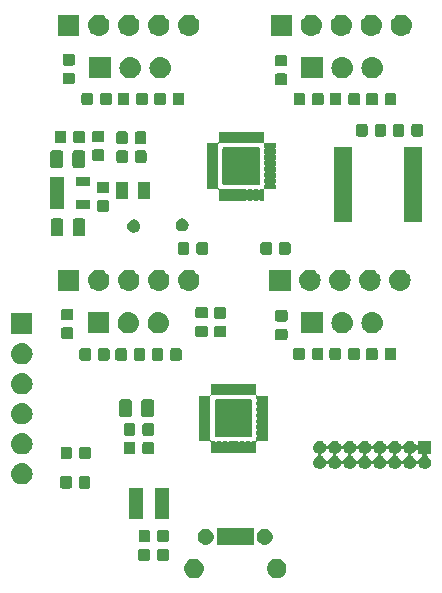
<source format=gbr>
G04 #@! TF.GenerationSoftware,KiCad,Pcbnew,(5.1.2)-1*
G04 #@! TF.CreationDate,2020-05-27T18:22:03+09:00*
G04 #@! TF.ProjectId,i2s,6932732e-6b69-4636-9164-5f7063625858,v1.1*
G04 #@! TF.SameCoordinates,Original*
G04 #@! TF.FileFunction,Soldermask,Top*
G04 #@! TF.FilePolarity,Negative*
%FSLAX46Y46*%
G04 Gerber Fmt 4.6, Leading zero omitted, Abs format (unit mm)*
G04 Created by KiCad (PCBNEW (5.1.2)-1) date 2020-05-27 18:22:03*
%MOMM*%
%LPD*%
G04 APERTURE LIST*
%ADD10C,0.100000*%
G04 APERTURE END LIST*
D10*
G36*
X123701248Y-147879976D02*
G01*
X123761924Y-147885952D01*
X123917626Y-147933184D01*
X123917628Y-147933185D01*
X124061121Y-148009883D01*
X124186896Y-148113104D01*
X124290117Y-148238879D01*
X124366815Y-148382372D01*
X124366816Y-148382374D01*
X124414048Y-148538076D01*
X124429996Y-148700000D01*
X124414048Y-148861924D01*
X124366816Y-149017626D01*
X124366815Y-149017628D01*
X124290117Y-149161121D01*
X124186896Y-149286896D01*
X124061121Y-149390117D01*
X123917628Y-149466815D01*
X123917626Y-149466816D01*
X123761924Y-149514048D01*
X123701248Y-149520024D01*
X123640574Y-149526000D01*
X123559426Y-149526000D01*
X123498752Y-149520024D01*
X123438076Y-149514048D01*
X123282374Y-149466816D01*
X123282372Y-149466815D01*
X123138879Y-149390117D01*
X123013104Y-149286896D01*
X122909883Y-149161121D01*
X122833185Y-149017628D01*
X122833184Y-149017626D01*
X122785952Y-148861924D01*
X122770004Y-148700000D01*
X122785952Y-148538076D01*
X122833184Y-148382374D01*
X122833185Y-148382372D01*
X122909883Y-148238879D01*
X123013104Y-148113104D01*
X123138879Y-148009883D01*
X123282372Y-147933185D01*
X123282374Y-147933184D01*
X123438076Y-147885952D01*
X123498752Y-147879976D01*
X123559426Y-147874000D01*
X123640574Y-147874000D01*
X123701248Y-147879976D01*
X123701248Y-147879976D01*
G37*
G36*
X116701248Y-147879976D02*
G01*
X116761924Y-147885952D01*
X116917626Y-147933184D01*
X116917628Y-147933185D01*
X117061121Y-148009883D01*
X117186896Y-148113104D01*
X117290117Y-148238879D01*
X117366815Y-148382372D01*
X117366816Y-148382374D01*
X117414048Y-148538076D01*
X117429996Y-148700000D01*
X117414048Y-148861924D01*
X117366816Y-149017626D01*
X117366815Y-149017628D01*
X117290117Y-149161121D01*
X117186896Y-149286896D01*
X117061121Y-149390117D01*
X116917628Y-149466815D01*
X116917626Y-149466816D01*
X116761924Y-149514048D01*
X116701248Y-149520024D01*
X116640574Y-149526000D01*
X116559426Y-149526000D01*
X116498752Y-149520024D01*
X116438076Y-149514048D01*
X116282374Y-149466816D01*
X116282372Y-149466815D01*
X116138879Y-149390117D01*
X116013104Y-149286896D01*
X115909883Y-149161121D01*
X115833185Y-149017628D01*
X115833184Y-149017626D01*
X115785952Y-148861924D01*
X115770004Y-148700000D01*
X115785952Y-148538076D01*
X115833184Y-148382374D01*
X115833185Y-148382372D01*
X115909883Y-148238879D01*
X116013104Y-148113104D01*
X116138879Y-148009883D01*
X116282372Y-147933185D01*
X116282374Y-147933184D01*
X116438076Y-147885952D01*
X116498752Y-147879976D01*
X116559426Y-147874000D01*
X116640574Y-147874000D01*
X116701248Y-147879976D01*
X116701248Y-147879976D01*
G37*
G36*
X114309591Y-147018085D02*
G01*
X114343569Y-147028393D01*
X114374890Y-147045134D01*
X114402339Y-147067661D01*
X114424866Y-147095110D01*
X114441607Y-147126431D01*
X114451915Y-147160409D01*
X114456000Y-147201890D01*
X114456000Y-147878110D01*
X114451915Y-147919591D01*
X114441607Y-147953569D01*
X114424866Y-147984890D01*
X114402339Y-148012339D01*
X114374890Y-148034866D01*
X114343569Y-148051607D01*
X114309591Y-148061915D01*
X114268110Y-148066000D01*
X113666890Y-148066000D01*
X113625409Y-148061915D01*
X113591431Y-148051607D01*
X113560110Y-148034866D01*
X113532661Y-148012339D01*
X113510134Y-147984890D01*
X113493393Y-147953569D01*
X113483085Y-147919591D01*
X113479000Y-147878110D01*
X113479000Y-147201890D01*
X113483085Y-147160409D01*
X113493393Y-147126431D01*
X113510134Y-147095110D01*
X113532661Y-147067661D01*
X113560110Y-147045134D01*
X113591431Y-147028393D01*
X113625409Y-147018085D01*
X113666890Y-147014000D01*
X114268110Y-147014000D01*
X114309591Y-147018085D01*
X114309591Y-147018085D01*
G37*
G36*
X112734591Y-147018085D02*
G01*
X112768569Y-147028393D01*
X112799890Y-147045134D01*
X112827339Y-147067661D01*
X112849866Y-147095110D01*
X112866607Y-147126431D01*
X112876915Y-147160409D01*
X112881000Y-147201890D01*
X112881000Y-147878110D01*
X112876915Y-147919591D01*
X112866607Y-147953569D01*
X112849866Y-147984890D01*
X112827339Y-148012339D01*
X112799890Y-148034866D01*
X112768569Y-148051607D01*
X112734591Y-148061915D01*
X112693110Y-148066000D01*
X112091890Y-148066000D01*
X112050409Y-148061915D01*
X112016431Y-148051607D01*
X111985110Y-148034866D01*
X111957661Y-148012339D01*
X111935134Y-147984890D01*
X111918393Y-147953569D01*
X111908085Y-147919591D01*
X111904000Y-147878110D01*
X111904000Y-147201890D01*
X111908085Y-147160409D01*
X111918393Y-147126431D01*
X111935134Y-147095110D01*
X111957661Y-147067661D01*
X111985110Y-147045134D01*
X112016431Y-147028393D01*
X112050409Y-147018085D01*
X112091890Y-147014000D01*
X112693110Y-147014000D01*
X112734591Y-147018085D01*
X112734591Y-147018085D01*
G37*
G36*
X121651000Y-146726000D02*
G01*
X118549000Y-146726000D01*
X118549000Y-145274000D01*
X121651000Y-145274000D01*
X121651000Y-146726000D01*
X121651000Y-146726000D01*
G37*
G36*
X117732517Y-145333781D02*
G01*
X117859946Y-145372436D01*
X117977383Y-145435208D01*
X118080317Y-145519683D01*
X118164792Y-145622617D01*
X118227564Y-145740054D01*
X118266219Y-145867483D01*
X118279270Y-146000000D01*
X118266219Y-146132517D01*
X118227564Y-146259946D01*
X118164792Y-146377383D01*
X118080317Y-146480317D01*
X117977383Y-146564792D01*
X117859946Y-146627564D01*
X117732517Y-146666219D01*
X117633205Y-146676000D01*
X117566795Y-146676000D01*
X117467483Y-146666219D01*
X117340054Y-146627564D01*
X117222617Y-146564792D01*
X117119683Y-146480317D01*
X117035208Y-146377383D01*
X116972436Y-146259946D01*
X116933781Y-146132517D01*
X116920730Y-146000000D01*
X116933781Y-145867483D01*
X116972436Y-145740054D01*
X117035208Y-145622617D01*
X117119683Y-145519683D01*
X117222617Y-145435208D01*
X117340054Y-145372436D01*
X117467483Y-145333781D01*
X117566795Y-145324000D01*
X117633205Y-145324000D01*
X117732517Y-145333781D01*
X117732517Y-145333781D01*
G37*
G36*
X122732517Y-145333781D02*
G01*
X122859946Y-145372436D01*
X122977383Y-145435208D01*
X123080317Y-145519683D01*
X123164792Y-145622617D01*
X123227564Y-145740054D01*
X123266219Y-145867483D01*
X123279270Y-146000000D01*
X123266219Y-146132517D01*
X123227564Y-146259946D01*
X123164792Y-146377383D01*
X123080317Y-146480317D01*
X122977383Y-146564792D01*
X122859946Y-146627564D01*
X122732517Y-146666219D01*
X122633205Y-146676000D01*
X122566795Y-146676000D01*
X122467483Y-146666219D01*
X122340054Y-146627564D01*
X122222617Y-146564792D01*
X122119683Y-146480317D01*
X122035208Y-146377383D01*
X121972436Y-146259946D01*
X121933781Y-146132517D01*
X121920730Y-146000000D01*
X121933781Y-145867483D01*
X121972436Y-145740054D01*
X122035208Y-145622617D01*
X122119683Y-145519683D01*
X122222617Y-145435208D01*
X122340054Y-145372436D01*
X122467483Y-145333781D01*
X122566795Y-145324000D01*
X122633205Y-145324000D01*
X122732517Y-145333781D01*
X122732517Y-145333781D01*
G37*
G36*
X114319591Y-145428085D02*
G01*
X114353569Y-145438393D01*
X114384890Y-145455134D01*
X114412339Y-145477661D01*
X114434866Y-145505110D01*
X114451607Y-145536431D01*
X114461915Y-145570409D01*
X114466000Y-145611890D01*
X114466000Y-146288110D01*
X114461915Y-146329591D01*
X114451607Y-146363569D01*
X114434866Y-146394890D01*
X114412339Y-146422339D01*
X114384890Y-146444866D01*
X114353569Y-146461607D01*
X114319591Y-146471915D01*
X114278110Y-146476000D01*
X113676890Y-146476000D01*
X113635409Y-146471915D01*
X113601431Y-146461607D01*
X113570110Y-146444866D01*
X113542661Y-146422339D01*
X113520134Y-146394890D01*
X113503393Y-146363569D01*
X113493085Y-146329591D01*
X113489000Y-146288110D01*
X113489000Y-145611890D01*
X113493085Y-145570409D01*
X113503393Y-145536431D01*
X113520134Y-145505110D01*
X113542661Y-145477661D01*
X113570110Y-145455134D01*
X113601431Y-145438393D01*
X113635409Y-145428085D01*
X113676890Y-145424000D01*
X114278110Y-145424000D01*
X114319591Y-145428085D01*
X114319591Y-145428085D01*
G37*
G36*
X112744591Y-145428085D02*
G01*
X112778569Y-145438393D01*
X112809890Y-145455134D01*
X112837339Y-145477661D01*
X112859866Y-145505110D01*
X112876607Y-145536431D01*
X112886915Y-145570409D01*
X112891000Y-145611890D01*
X112891000Y-146288110D01*
X112886915Y-146329591D01*
X112876607Y-146363569D01*
X112859866Y-146394890D01*
X112837339Y-146422339D01*
X112809890Y-146444866D01*
X112778569Y-146461607D01*
X112744591Y-146471915D01*
X112703110Y-146476000D01*
X112101890Y-146476000D01*
X112060409Y-146471915D01*
X112026431Y-146461607D01*
X111995110Y-146444866D01*
X111967661Y-146422339D01*
X111945134Y-146394890D01*
X111928393Y-146363569D01*
X111918085Y-146329591D01*
X111914000Y-146288110D01*
X111914000Y-145611890D01*
X111918085Y-145570409D01*
X111928393Y-145536431D01*
X111945134Y-145505110D01*
X111967661Y-145477661D01*
X111995110Y-145455134D01*
X112026431Y-145438393D01*
X112060409Y-145428085D01*
X112101890Y-145424000D01*
X112703110Y-145424000D01*
X112744591Y-145428085D01*
X112744591Y-145428085D01*
G37*
G36*
X114481000Y-144526000D02*
G01*
X113319000Y-144526000D01*
X113319000Y-141874000D01*
X114481000Y-141874000D01*
X114481000Y-144526000D01*
X114481000Y-144526000D01*
G37*
G36*
X112281000Y-144526000D02*
G01*
X111119000Y-144526000D01*
X111119000Y-141874000D01*
X112281000Y-141874000D01*
X112281000Y-144526000D01*
X112281000Y-144526000D01*
G37*
G36*
X106104591Y-140878085D02*
G01*
X106138569Y-140888393D01*
X106169890Y-140905134D01*
X106197339Y-140927661D01*
X106219866Y-140955110D01*
X106236607Y-140986431D01*
X106246915Y-141020409D01*
X106251000Y-141061890D01*
X106251000Y-141738110D01*
X106246915Y-141779591D01*
X106236607Y-141813569D01*
X106219866Y-141844890D01*
X106197339Y-141872339D01*
X106169890Y-141894866D01*
X106138569Y-141911607D01*
X106104591Y-141921915D01*
X106063110Y-141926000D01*
X105461890Y-141926000D01*
X105420409Y-141921915D01*
X105386431Y-141911607D01*
X105355110Y-141894866D01*
X105327661Y-141872339D01*
X105305134Y-141844890D01*
X105288393Y-141813569D01*
X105278085Y-141779591D01*
X105274000Y-141738110D01*
X105274000Y-141061890D01*
X105278085Y-141020409D01*
X105288393Y-140986431D01*
X105305134Y-140955110D01*
X105327661Y-140927661D01*
X105355110Y-140905134D01*
X105386431Y-140888393D01*
X105420409Y-140878085D01*
X105461890Y-140874000D01*
X106063110Y-140874000D01*
X106104591Y-140878085D01*
X106104591Y-140878085D01*
G37*
G36*
X107679591Y-140878085D02*
G01*
X107713569Y-140888393D01*
X107744890Y-140905134D01*
X107772339Y-140927661D01*
X107794866Y-140955110D01*
X107811607Y-140986431D01*
X107821915Y-141020409D01*
X107826000Y-141061890D01*
X107826000Y-141738110D01*
X107821915Y-141779591D01*
X107811607Y-141813569D01*
X107794866Y-141844890D01*
X107772339Y-141872339D01*
X107744890Y-141894866D01*
X107713569Y-141911607D01*
X107679591Y-141921915D01*
X107638110Y-141926000D01*
X107036890Y-141926000D01*
X106995409Y-141921915D01*
X106961431Y-141911607D01*
X106930110Y-141894866D01*
X106902661Y-141872339D01*
X106880134Y-141844890D01*
X106863393Y-141813569D01*
X106853085Y-141779591D01*
X106849000Y-141738110D01*
X106849000Y-141061890D01*
X106853085Y-141020409D01*
X106863393Y-140986431D01*
X106880134Y-140955110D01*
X106902661Y-140927661D01*
X106930110Y-140905134D01*
X106961431Y-140888393D01*
X106995409Y-140878085D01*
X107036890Y-140874000D01*
X107638110Y-140874000D01*
X107679591Y-140878085D01*
X107679591Y-140878085D01*
G37*
G36*
X102140443Y-139775519D02*
G01*
X102206627Y-139782037D01*
X102376466Y-139833557D01*
X102532991Y-139917222D01*
X102568729Y-139946552D01*
X102670186Y-140029814D01*
X102720810Y-140091501D01*
X102782778Y-140167009D01*
X102866443Y-140323534D01*
X102917963Y-140493373D01*
X102935359Y-140670000D01*
X102917963Y-140846627D01*
X102866443Y-141016466D01*
X102782778Y-141172991D01*
X102753448Y-141208729D01*
X102670186Y-141310186D01*
X102568729Y-141393448D01*
X102532991Y-141422778D01*
X102376466Y-141506443D01*
X102206627Y-141557963D01*
X102140443Y-141564481D01*
X102074260Y-141571000D01*
X101985740Y-141571000D01*
X101919557Y-141564481D01*
X101853373Y-141557963D01*
X101683534Y-141506443D01*
X101527009Y-141422778D01*
X101491271Y-141393448D01*
X101389814Y-141310186D01*
X101306552Y-141208729D01*
X101277222Y-141172991D01*
X101193557Y-141016466D01*
X101142037Y-140846627D01*
X101124641Y-140670000D01*
X101142037Y-140493373D01*
X101193557Y-140323534D01*
X101277222Y-140167009D01*
X101339190Y-140091501D01*
X101389814Y-140029814D01*
X101491271Y-139946552D01*
X101527009Y-139917222D01*
X101683534Y-139833557D01*
X101853373Y-139782037D01*
X101919557Y-139775519D01*
X101985740Y-139769000D01*
X102074260Y-139769000D01*
X102140443Y-139775519D01*
X102140443Y-139775519D01*
G37*
G36*
X127368015Y-137886973D02*
G01*
X127471879Y-137918479D01*
X127496241Y-137931501D01*
X127567600Y-137969643D01*
X127651501Y-138038499D01*
X127720357Y-138122400D01*
X127754653Y-138186563D01*
X127771521Y-138218121D01*
X127775388Y-138230869D01*
X127784760Y-138253496D01*
X127798374Y-138273870D01*
X127815701Y-138291197D01*
X127836075Y-138304811D01*
X127858714Y-138314188D01*
X127882747Y-138318969D01*
X127907251Y-138318969D01*
X127931285Y-138314189D01*
X127953924Y-138304812D01*
X127974298Y-138291198D01*
X127991625Y-138273871D01*
X128005239Y-138253497D01*
X128014612Y-138230869D01*
X128018479Y-138218121D01*
X128035347Y-138186563D01*
X128069643Y-138122400D01*
X128138499Y-138038499D01*
X128222400Y-137969643D01*
X128293759Y-137931501D01*
X128318121Y-137918479D01*
X128421985Y-137886973D01*
X128502933Y-137879000D01*
X128557067Y-137879000D01*
X128638015Y-137886973D01*
X128741879Y-137918479D01*
X128766241Y-137931501D01*
X128837600Y-137969643D01*
X128921501Y-138038499D01*
X128990357Y-138122400D01*
X129024653Y-138186563D01*
X129041521Y-138218121D01*
X129045388Y-138230869D01*
X129054760Y-138253496D01*
X129068374Y-138273870D01*
X129085701Y-138291197D01*
X129106075Y-138304811D01*
X129128714Y-138314188D01*
X129152747Y-138318969D01*
X129177251Y-138318969D01*
X129201285Y-138314189D01*
X129223924Y-138304812D01*
X129244298Y-138291198D01*
X129261625Y-138273871D01*
X129275239Y-138253497D01*
X129284612Y-138230869D01*
X129288479Y-138218121D01*
X129305347Y-138186563D01*
X129339643Y-138122400D01*
X129408499Y-138038499D01*
X129492400Y-137969643D01*
X129563759Y-137931501D01*
X129588121Y-137918479D01*
X129691985Y-137886973D01*
X129772933Y-137879000D01*
X129827067Y-137879000D01*
X129908015Y-137886973D01*
X130011879Y-137918479D01*
X130036241Y-137931501D01*
X130107600Y-137969643D01*
X130191501Y-138038499D01*
X130260357Y-138122400D01*
X130294653Y-138186563D01*
X130311521Y-138218121D01*
X130315388Y-138230869D01*
X130324760Y-138253496D01*
X130338374Y-138273870D01*
X130355701Y-138291197D01*
X130376075Y-138304811D01*
X130398714Y-138314188D01*
X130422747Y-138318969D01*
X130447251Y-138318969D01*
X130471285Y-138314189D01*
X130493924Y-138304812D01*
X130514298Y-138291198D01*
X130531625Y-138273871D01*
X130545239Y-138253497D01*
X130554612Y-138230869D01*
X130558479Y-138218121D01*
X130575347Y-138186563D01*
X130609643Y-138122400D01*
X130678499Y-138038499D01*
X130762400Y-137969643D01*
X130833759Y-137931501D01*
X130858121Y-137918479D01*
X130961985Y-137886973D01*
X131042933Y-137879000D01*
X131097067Y-137879000D01*
X131178015Y-137886973D01*
X131281879Y-137918479D01*
X131306241Y-137931501D01*
X131377600Y-137969643D01*
X131461501Y-138038499D01*
X131530357Y-138122400D01*
X131564653Y-138186563D01*
X131581521Y-138218121D01*
X131585388Y-138230869D01*
X131594760Y-138253496D01*
X131608374Y-138273870D01*
X131625701Y-138291197D01*
X131646075Y-138304811D01*
X131668714Y-138314188D01*
X131692747Y-138318969D01*
X131717251Y-138318969D01*
X131741285Y-138314189D01*
X131763924Y-138304812D01*
X131784298Y-138291198D01*
X131801625Y-138273871D01*
X131815239Y-138253497D01*
X131824612Y-138230869D01*
X131828479Y-138218121D01*
X131845347Y-138186563D01*
X131879643Y-138122400D01*
X131948499Y-138038499D01*
X132032400Y-137969643D01*
X132103759Y-137931501D01*
X132128121Y-137918479D01*
X132231985Y-137886973D01*
X132312933Y-137879000D01*
X132367067Y-137879000D01*
X132448015Y-137886973D01*
X132551879Y-137918479D01*
X132576241Y-137931501D01*
X132647600Y-137969643D01*
X132731501Y-138038499D01*
X132800357Y-138122400D01*
X132834653Y-138186563D01*
X132851521Y-138218121D01*
X132855388Y-138230869D01*
X132864760Y-138253496D01*
X132878374Y-138273870D01*
X132895701Y-138291197D01*
X132916075Y-138304811D01*
X132938714Y-138314188D01*
X132962747Y-138318969D01*
X132987251Y-138318969D01*
X133011285Y-138314189D01*
X133033924Y-138304812D01*
X133054298Y-138291198D01*
X133071625Y-138273871D01*
X133085239Y-138253497D01*
X133094612Y-138230869D01*
X133098479Y-138218121D01*
X133115347Y-138186563D01*
X133149643Y-138122400D01*
X133218499Y-138038499D01*
X133302400Y-137969643D01*
X133373759Y-137931501D01*
X133398121Y-137918479D01*
X133501985Y-137886973D01*
X133582933Y-137879000D01*
X133637067Y-137879000D01*
X133718015Y-137886973D01*
X133821879Y-137918479D01*
X133846241Y-137931501D01*
X133917600Y-137969643D01*
X134001501Y-138038499D01*
X134070357Y-138122400D01*
X134104653Y-138186563D01*
X134121521Y-138218121D01*
X134125388Y-138230869D01*
X134134760Y-138253496D01*
X134148374Y-138273870D01*
X134165701Y-138291197D01*
X134186075Y-138304811D01*
X134208714Y-138314188D01*
X134232747Y-138318969D01*
X134257251Y-138318969D01*
X134281285Y-138314189D01*
X134303924Y-138304812D01*
X134324298Y-138291198D01*
X134341625Y-138273871D01*
X134355239Y-138253497D01*
X134364612Y-138230869D01*
X134368479Y-138218121D01*
X134385347Y-138186563D01*
X134419643Y-138122400D01*
X134488499Y-138038499D01*
X134572400Y-137969643D01*
X134643759Y-137931501D01*
X134668121Y-137918479D01*
X134771985Y-137886973D01*
X134852933Y-137879000D01*
X134907067Y-137879000D01*
X134988015Y-137886973D01*
X135091879Y-137918479D01*
X135116241Y-137931501D01*
X135187600Y-137969643D01*
X135243067Y-138015164D01*
X135271501Y-138038499D01*
X135340356Y-138122400D01*
X135363764Y-138166193D01*
X135377375Y-138186563D01*
X135394702Y-138203890D01*
X135415076Y-138217504D01*
X135437715Y-138226881D01*
X135461748Y-138231662D01*
X135486252Y-138231662D01*
X135510286Y-138226882D01*
X135532924Y-138217505D01*
X135553299Y-138203891D01*
X135570626Y-138186564D01*
X135584240Y-138166190D01*
X135593617Y-138143551D01*
X135598398Y-138119518D01*
X135599000Y-138107265D01*
X135599000Y-137879000D01*
X136701000Y-137879000D01*
X136701000Y-138981000D01*
X136472735Y-138981000D01*
X136448349Y-138983402D01*
X136424900Y-138990515D01*
X136403289Y-139002066D01*
X136384347Y-139017611D01*
X136368802Y-139036553D01*
X136357251Y-139058164D01*
X136350138Y-139081613D01*
X136347736Y-139105999D01*
X136350138Y-139130385D01*
X136357251Y-139153834D01*
X136368802Y-139175445D01*
X136384347Y-139194387D01*
X136403289Y-139209932D01*
X136413802Y-139216233D01*
X136457600Y-139239644D01*
X136457602Y-139239645D01*
X136457601Y-139239645D01*
X136541501Y-139308499D01*
X136610357Y-139392400D01*
X136628316Y-139426000D01*
X136661521Y-139488121D01*
X136693027Y-139591985D01*
X136703666Y-139700000D01*
X136693027Y-139808015D01*
X136661521Y-139911879D01*
X136658665Y-139917222D01*
X136610357Y-140007600D01*
X136541501Y-140091501D01*
X136457600Y-140160357D01*
X136389055Y-140196995D01*
X136361879Y-140211521D01*
X136258015Y-140243027D01*
X136177067Y-140251000D01*
X136122933Y-140251000D01*
X136041985Y-140243027D01*
X135938121Y-140211521D01*
X135910945Y-140196995D01*
X135842400Y-140160357D01*
X135758499Y-140091501D01*
X135689643Y-140007600D01*
X135641335Y-139917222D01*
X135638479Y-139911879D01*
X135634612Y-139899131D01*
X135625240Y-139876504D01*
X135611626Y-139856130D01*
X135594299Y-139838803D01*
X135573925Y-139825189D01*
X135551286Y-139815812D01*
X135527253Y-139811031D01*
X135502749Y-139811031D01*
X135478715Y-139815811D01*
X135456076Y-139825188D01*
X135435702Y-139838802D01*
X135418375Y-139856129D01*
X135404761Y-139876503D01*
X135395388Y-139899131D01*
X135391521Y-139911879D01*
X135388665Y-139917222D01*
X135340357Y-140007600D01*
X135271501Y-140091501D01*
X135187600Y-140160357D01*
X135119055Y-140196995D01*
X135091879Y-140211521D01*
X134988015Y-140243027D01*
X134907067Y-140251000D01*
X134852933Y-140251000D01*
X134771985Y-140243027D01*
X134668121Y-140211521D01*
X134640945Y-140196995D01*
X134572400Y-140160357D01*
X134488499Y-140091501D01*
X134419643Y-140007600D01*
X134371335Y-139917222D01*
X134368479Y-139911879D01*
X134364612Y-139899131D01*
X134355240Y-139876504D01*
X134341626Y-139856130D01*
X134324299Y-139838803D01*
X134303925Y-139825189D01*
X134281286Y-139815812D01*
X134257253Y-139811031D01*
X134232749Y-139811031D01*
X134208715Y-139815811D01*
X134186076Y-139825188D01*
X134165702Y-139838802D01*
X134148375Y-139856129D01*
X134134761Y-139876503D01*
X134125388Y-139899131D01*
X134121521Y-139911879D01*
X134118665Y-139917222D01*
X134070357Y-140007600D01*
X134001501Y-140091501D01*
X133917600Y-140160357D01*
X133849055Y-140196995D01*
X133821879Y-140211521D01*
X133718015Y-140243027D01*
X133637067Y-140251000D01*
X133582933Y-140251000D01*
X133501985Y-140243027D01*
X133398121Y-140211521D01*
X133370945Y-140196995D01*
X133302400Y-140160357D01*
X133218499Y-140091501D01*
X133149643Y-140007600D01*
X133101335Y-139917222D01*
X133098479Y-139911879D01*
X133094612Y-139899131D01*
X133085240Y-139876504D01*
X133071626Y-139856130D01*
X133054299Y-139838803D01*
X133033925Y-139825189D01*
X133011286Y-139815812D01*
X132987253Y-139811031D01*
X132962749Y-139811031D01*
X132938715Y-139815811D01*
X132916076Y-139825188D01*
X132895702Y-139838802D01*
X132878375Y-139856129D01*
X132864761Y-139876503D01*
X132855388Y-139899131D01*
X132851521Y-139911879D01*
X132848665Y-139917222D01*
X132800357Y-140007600D01*
X132731501Y-140091501D01*
X132647600Y-140160357D01*
X132579055Y-140196995D01*
X132551879Y-140211521D01*
X132448015Y-140243027D01*
X132367067Y-140251000D01*
X132312933Y-140251000D01*
X132231985Y-140243027D01*
X132128121Y-140211521D01*
X132100945Y-140196995D01*
X132032400Y-140160357D01*
X131948499Y-140091501D01*
X131879643Y-140007600D01*
X131831335Y-139917222D01*
X131828479Y-139911879D01*
X131824612Y-139899131D01*
X131815240Y-139876504D01*
X131801626Y-139856130D01*
X131784299Y-139838803D01*
X131763925Y-139825189D01*
X131741286Y-139815812D01*
X131717253Y-139811031D01*
X131692749Y-139811031D01*
X131668715Y-139815811D01*
X131646076Y-139825188D01*
X131625702Y-139838802D01*
X131608375Y-139856129D01*
X131594761Y-139876503D01*
X131585388Y-139899131D01*
X131581521Y-139911879D01*
X131578665Y-139917222D01*
X131530357Y-140007600D01*
X131461501Y-140091501D01*
X131377600Y-140160357D01*
X131309055Y-140196995D01*
X131281879Y-140211521D01*
X131178015Y-140243027D01*
X131097067Y-140251000D01*
X131042933Y-140251000D01*
X130961985Y-140243027D01*
X130858121Y-140211521D01*
X130830945Y-140196995D01*
X130762400Y-140160357D01*
X130678499Y-140091501D01*
X130609643Y-140007600D01*
X130561335Y-139917222D01*
X130558479Y-139911879D01*
X130554612Y-139899131D01*
X130545240Y-139876504D01*
X130531626Y-139856130D01*
X130514299Y-139838803D01*
X130493925Y-139825189D01*
X130471286Y-139815812D01*
X130447253Y-139811031D01*
X130422749Y-139811031D01*
X130398715Y-139815811D01*
X130376076Y-139825188D01*
X130355702Y-139838802D01*
X130338375Y-139856129D01*
X130324761Y-139876503D01*
X130315388Y-139899131D01*
X130311521Y-139911879D01*
X130308665Y-139917222D01*
X130260357Y-140007600D01*
X130191501Y-140091501D01*
X130107600Y-140160357D01*
X130039055Y-140196995D01*
X130011879Y-140211521D01*
X129908015Y-140243027D01*
X129827067Y-140251000D01*
X129772933Y-140251000D01*
X129691985Y-140243027D01*
X129588121Y-140211521D01*
X129560945Y-140196995D01*
X129492400Y-140160357D01*
X129408499Y-140091501D01*
X129339643Y-140007600D01*
X129291335Y-139917222D01*
X129288479Y-139911879D01*
X129284612Y-139899131D01*
X129275240Y-139876504D01*
X129261626Y-139856130D01*
X129244299Y-139838803D01*
X129223925Y-139825189D01*
X129201286Y-139815812D01*
X129177253Y-139811031D01*
X129152749Y-139811031D01*
X129128715Y-139815811D01*
X129106076Y-139825188D01*
X129085702Y-139838802D01*
X129068375Y-139856129D01*
X129054761Y-139876503D01*
X129045388Y-139899131D01*
X129041521Y-139911879D01*
X129038665Y-139917222D01*
X128990357Y-140007600D01*
X128921501Y-140091501D01*
X128837600Y-140160357D01*
X128769055Y-140196995D01*
X128741879Y-140211521D01*
X128638015Y-140243027D01*
X128557067Y-140251000D01*
X128502933Y-140251000D01*
X128421985Y-140243027D01*
X128318121Y-140211521D01*
X128290945Y-140196995D01*
X128222400Y-140160357D01*
X128138499Y-140091501D01*
X128069643Y-140007600D01*
X128021335Y-139917222D01*
X128018479Y-139911879D01*
X128014612Y-139899131D01*
X128005240Y-139876504D01*
X127991626Y-139856130D01*
X127974299Y-139838803D01*
X127953925Y-139825189D01*
X127931286Y-139815812D01*
X127907253Y-139811031D01*
X127882749Y-139811031D01*
X127858715Y-139815811D01*
X127836076Y-139825188D01*
X127815702Y-139838802D01*
X127798375Y-139856129D01*
X127784761Y-139876503D01*
X127775388Y-139899131D01*
X127771521Y-139911879D01*
X127768665Y-139917222D01*
X127720357Y-140007600D01*
X127651501Y-140091501D01*
X127567600Y-140160357D01*
X127499055Y-140196995D01*
X127471879Y-140211521D01*
X127368015Y-140243027D01*
X127287067Y-140251000D01*
X127232933Y-140251000D01*
X127151985Y-140243027D01*
X127048121Y-140211521D01*
X127020945Y-140196995D01*
X126952400Y-140160357D01*
X126868499Y-140091501D01*
X126799643Y-140007600D01*
X126751335Y-139917222D01*
X126748479Y-139911879D01*
X126716973Y-139808015D01*
X126706334Y-139700000D01*
X126716973Y-139591985D01*
X126748479Y-139488121D01*
X126781684Y-139426000D01*
X126799643Y-139392400D01*
X126868499Y-139308499D01*
X126952400Y-139239643D01*
X127021656Y-139202625D01*
X127048121Y-139188479D01*
X127060869Y-139184612D01*
X127083496Y-139175240D01*
X127103870Y-139161626D01*
X127121197Y-139144299D01*
X127134811Y-139123925D01*
X127144188Y-139101286D01*
X127148969Y-139077253D01*
X127148969Y-139052749D01*
X127148969Y-139052747D01*
X127371031Y-139052747D01*
X127371031Y-139077251D01*
X127375811Y-139101285D01*
X127385188Y-139123924D01*
X127398802Y-139144298D01*
X127416129Y-139161625D01*
X127436503Y-139175239D01*
X127459131Y-139184612D01*
X127471879Y-139188479D01*
X127498344Y-139202625D01*
X127567600Y-139239643D01*
X127651501Y-139308499D01*
X127720357Y-139392400D01*
X127738316Y-139426000D01*
X127771521Y-139488121D01*
X127775388Y-139500869D01*
X127784760Y-139523496D01*
X127798374Y-139543870D01*
X127815701Y-139561197D01*
X127836075Y-139574811D01*
X127858714Y-139584188D01*
X127882747Y-139588969D01*
X127907251Y-139588969D01*
X127931285Y-139584189D01*
X127953924Y-139574812D01*
X127974298Y-139561198D01*
X127991625Y-139543871D01*
X128005239Y-139523497D01*
X128014612Y-139500869D01*
X128018479Y-139488121D01*
X128051684Y-139426000D01*
X128069643Y-139392400D01*
X128138499Y-139308499D01*
X128222400Y-139239643D01*
X128291656Y-139202625D01*
X128318121Y-139188479D01*
X128330869Y-139184612D01*
X128353496Y-139175240D01*
X128373870Y-139161626D01*
X128391197Y-139144299D01*
X128404811Y-139123925D01*
X128414188Y-139101286D01*
X128418969Y-139077253D01*
X128418969Y-139052749D01*
X128418969Y-139052747D01*
X128641031Y-139052747D01*
X128641031Y-139077251D01*
X128645811Y-139101285D01*
X128655188Y-139123924D01*
X128668802Y-139144298D01*
X128686129Y-139161625D01*
X128706503Y-139175239D01*
X128729131Y-139184612D01*
X128741879Y-139188479D01*
X128768344Y-139202625D01*
X128837600Y-139239643D01*
X128921501Y-139308499D01*
X128990357Y-139392400D01*
X129008316Y-139426000D01*
X129041521Y-139488121D01*
X129045388Y-139500869D01*
X129054760Y-139523496D01*
X129068374Y-139543870D01*
X129085701Y-139561197D01*
X129106075Y-139574811D01*
X129128714Y-139584188D01*
X129152747Y-139588969D01*
X129177251Y-139588969D01*
X129201285Y-139584189D01*
X129223924Y-139574812D01*
X129244298Y-139561198D01*
X129261625Y-139543871D01*
X129275239Y-139523497D01*
X129284612Y-139500869D01*
X129288479Y-139488121D01*
X129321684Y-139426000D01*
X129339643Y-139392400D01*
X129408499Y-139308499D01*
X129492400Y-139239643D01*
X129561656Y-139202625D01*
X129588121Y-139188479D01*
X129600869Y-139184612D01*
X129623496Y-139175240D01*
X129643870Y-139161626D01*
X129661197Y-139144299D01*
X129674811Y-139123925D01*
X129684188Y-139101286D01*
X129688969Y-139077253D01*
X129688969Y-139052749D01*
X129688969Y-139052747D01*
X129911031Y-139052747D01*
X129911031Y-139077251D01*
X129915811Y-139101285D01*
X129925188Y-139123924D01*
X129938802Y-139144298D01*
X129956129Y-139161625D01*
X129976503Y-139175239D01*
X129999131Y-139184612D01*
X130011879Y-139188479D01*
X130038344Y-139202625D01*
X130107600Y-139239643D01*
X130191501Y-139308499D01*
X130260357Y-139392400D01*
X130278316Y-139426000D01*
X130311521Y-139488121D01*
X130315388Y-139500869D01*
X130324760Y-139523496D01*
X130338374Y-139543870D01*
X130355701Y-139561197D01*
X130376075Y-139574811D01*
X130398714Y-139584188D01*
X130422747Y-139588969D01*
X130447251Y-139588969D01*
X130471285Y-139584189D01*
X130493924Y-139574812D01*
X130514298Y-139561198D01*
X130531625Y-139543871D01*
X130545239Y-139523497D01*
X130554612Y-139500869D01*
X130558479Y-139488121D01*
X130591684Y-139426000D01*
X130609643Y-139392400D01*
X130678499Y-139308499D01*
X130762400Y-139239643D01*
X130831656Y-139202625D01*
X130858121Y-139188479D01*
X130870869Y-139184612D01*
X130893496Y-139175240D01*
X130913870Y-139161626D01*
X130931197Y-139144299D01*
X130944811Y-139123925D01*
X130954188Y-139101286D01*
X130958969Y-139077253D01*
X130958969Y-139052749D01*
X130958969Y-139052747D01*
X131181031Y-139052747D01*
X131181031Y-139077251D01*
X131185811Y-139101285D01*
X131195188Y-139123924D01*
X131208802Y-139144298D01*
X131226129Y-139161625D01*
X131246503Y-139175239D01*
X131269131Y-139184612D01*
X131281879Y-139188479D01*
X131308344Y-139202625D01*
X131377600Y-139239643D01*
X131461501Y-139308499D01*
X131530357Y-139392400D01*
X131548316Y-139426000D01*
X131581521Y-139488121D01*
X131585388Y-139500869D01*
X131594760Y-139523496D01*
X131608374Y-139543870D01*
X131625701Y-139561197D01*
X131646075Y-139574811D01*
X131668714Y-139584188D01*
X131692747Y-139588969D01*
X131717251Y-139588969D01*
X131741285Y-139584189D01*
X131763924Y-139574812D01*
X131784298Y-139561198D01*
X131801625Y-139543871D01*
X131815239Y-139523497D01*
X131824612Y-139500869D01*
X131828479Y-139488121D01*
X131861684Y-139426000D01*
X131879643Y-139392400D01*
X131948499Y-139308499D01*
X132032400Y-139239643D01*
X132101656Y-139202625D01*
X132128121Y-139188479D01*
X132140869Y-139184612D01*
X132163496Y-139175240D01*
X132183870Y-139161626D01*
X132201197Y-139144299D01*
X132214811Y-139123925D01*
X132224188Y-139101286D01*
X132228969Y-139077253D01*
X132228969Y-139052749D01*
X132228969Y-139052747D01*
X132451031Y-139052747D01*
X132451031Y-139077251D01*
X132455811Y-139101285D01*
X132465188Y-139123924D01*
X132478802Y-139144298D01*
X132496129Y-139161625D01*
X132516503Y-139175239D01*
X132539131Y-139184612D01*
X132551879Y-139188479D01*
X132578344Y-139202625D01*
X132647600Y-139239643D01*
X132731501Y-139308499D01*
X132800357Y-139392400D01*
X132818316Y-139426000D01*
X132851521Y-139488121D01*
X132855388Y-139500869D01*
X132864760Y-139523496D01*
X132878374Y-139543870D01*
X132895701Y-139561197D01*
X132916075Y-139574811D01*
X132938714Y-139584188D01*
X132962747Y-139588969D01*
X132987251Y-139588969D01*
X133011285Y-139584189D01*
X133033924Y-139574812D01*
X133054298Y-139561198D01*
X133071625Y-139543871D01*
X133085239Y-139523497D01*
X133094612Y-139500869D01*
X133098479Y-139488121D01*
X133131684Y-139426000D01*
X133149643Y-139392400D01*
X133218499Y-139308499D01*
X133302400Y-139239643D01*
X133371656Y-139202625D01*
X133398121Y-139188479D01*
X133410869Y-139184612D01*
X133433496Y-139175240D01*
X133453870Y-139161626D01*
X133471197Y-139144299D01*
X133484811Y-139123925D01*
X133494188Y-139101286D01*
X133498969Y-139077253D01*
X133498969Y-139052749D01*
X133498969Y-139052747D01*
X133721031Y-139052747D01*
X133721031Y-139077251D01*
X133725811Y-139101285D01*
X133735188Y-139123924D01*
X133748802Y-139144298D01*
X133766129Y-139161625D01*
X133786503Y-139175239D01*
X133809131Y-139184612D01*
X133821879Y-139188479D01*
X133848344Y-139202625D01*
X133917600Y-139239643D01*
X134001501Y-139308499D01*
X134070357Y-139392400D01*
X134088316Y-139426000D01*
X134121521Y-139488121D01*
X134125388Y-139500869D01*
X134134760Y-139523496D01*
X134148374Y-139543870D01*
X134165701Y-139561197D01*
X134186075Y-139574811D01*
X134208714Y-139584188D01*
X134232747Y-139588969D01*
X134257251Y-139588969D01*
X134281285Y-139584189D01*
X134303924Y-139574812D01*
X134324298Y-139561198D01*
X134341625Y-139543871D01*
X134355239Y-139523497D01*
X134364612Y-139500869D01*
X134368479Y-139488121D01*
X134401684Y-139426000D01*
X134419643Y-139392400D01*
X134488499Y-139308499D01*
X134572400Y-139239643D01*
X134641656Y-139202625D01*
X134668121Y-139188479D01*
X134680869Y-139184612D01*
X134703496Y-139175240D01*
X134723870Y-139161626D01*
X134741197Y-139144299D01*
X134754811Y-139123925D01*
X134764188Y-139101286D01*
X134768969Y-139077253D01*
X134768969Y-139052749D01*
X134768969Y-139052747D01*
X134991031Y-139052747D01*
X134991031Y-139077251D01*
X134995811Y-139101285D01*
X135005188Y-139123924D01*
X135018802Y-139144298D01*
X135036129Y-139161625D01*
X135056503Y-139175239D01*
X135079131Y-139184612D01*
X135091879Y-139188479D01*
X135118344Y-139202625D01*
X135187600Y-139239643D01*
X135271501Y-139308499D01*
X135340357Y-139392400D01*
X135358316Y-139426000D01*
X135391521Y-139488121D01*
X135395388Y-139500869D01*
X135404760Y-139523496D01*
X135418374Y-139543870D01*
X135435701Y-139561197D01*
X135456075Y-139574811D01*
X135478714Y-139584188D01*
X135502747Y-139588969D01*
X135527251Y-139588969D01*
X135551285Y-139584189D01*
X135573924Y-139574812D01*
X135594298Y-139561198D01*
X135611625Y-139543871D01*
X135625239Y-139523497D01*
X135634612Y-139500869D01*
X135638479Y-139488121D01*
X135671684Y-139426000D01*
X135689643Y-139392400D01*
X135758499Y-139308499D01*
X135842399Y-139239645D01*
X135842398Y-139239645D01*
X135842400Y-139239644D01*
X135886193Y-139216236D01*
X135906563Y-139202625D01*
X135923890Y-139185298D01*
X135937504Y-139164924D01*
X135946881Y-139142285D01*
X135951662Y-139118252D01*
X135951662Y-139093748D01*
X135946882Y-139069714D01*
X135937505Y-139047076D01*
X135923891Y-139026701D01*
X135906564Y-139009374D01*
X135886190Y-138995760D01*
X135863551Y-138986383D01*
X135839518Y-138981602D01*
X135827265Y-138981000D01*
X135599000Y-138981000D01*
X135599000Y-138752735D01*
X135596598Y-138728349D01*
X135589485Y-138704900D01*
X135577934Y-138683289D01*
X135562389Y-138664347D01*
X135543447Y-138648802D01*
X135521836Y-138637251D01*
X135498387Y-138630138D01*
X135474001Y-138627736D01*
X135449615Y-138630138D01*
X135426166Y-138637251D01*
X135404555Y-138648802D01*
X135385613Y-138664347D01*
X135370068Y-138683289D01*
X135363767Y-138693802D01*
X135340356Y-138737600D01*
X135340355Y-138737601D01*
X135271501Y-138821501D01*
X135187600Y-138890357D01*
X135119055Y-138926995D01*
X135091879Y-138941521D01*
X135079131Y-138945388D01*
X135056504Y-138954760D01*
X135036130Y-138968374D01*
X135018803Y-138985701D01*
X135005189Y-139006075D01*
X134995812Y-139028714D01*
X134991031Y-139052747D01*
X134768969Y-139052747D01*
X134764189Y-139028715D01*
X134754812Y-139006076D01*
X134741198Y-138985702D01*
X134723871Y-138968375D01*
X134703497Y-138954761D01*
X134680869Y-138945388D01*
X134668121Y-138941521D01*
X134640945Y-138926995D01*
X134572400Y-138890357D01*
X134488499Y-138821501D01*
X134419643Y-138737600D01*
X134380489Y-138664347D01*
X134368479Y-138641879D01*
X134364612Y-138629131D01*
X134355240Y-138606504D01*
X134341626Y-138586130D01*
X134324299Y-138568803D01*
X134303925Y-138555189D01*
X134281286Y-138545812D01*
X134257253Y-138541031D01*
X134232749Y-138541031D01*
X134208715Y-138545811D01*
X134186076Y-138555188D01*
X134165702Y-138568802D01*
X134148375Y-138586129D01*
X134134761Y-138606503D01*
X134125388Y-138629131D01*
X134121521Y-138641879D01*
X134109511Y-138664347D01*
X134070357Y-138737600D01*
X134001501Y-138821501D01*
X133917600Y-138890357D01*
X133849055Y-138926995D01*
X133821879Y-138941521D01*
X133809131Y-138945388D01*
X133786504Y-138954760D01*
X133766130Y-138968374D01*
X133748803Y-138985701D01*
X133735189Y-139006075D01*
X133725812Y-139028714D01*
X133721031Y-139052747D01*
X133498969Y-139052747D01*
X133494189Y-139028715D01*
X133484812Y-139006076D01*
X133471198Y-138985702D01*
X133453871Y-138968375D01*
X133433497Y-138954761D01*
X133410869Y-138945388D01*
X133398121Y-138941521D01*
X133370945Y-138926995D01*
X133302400Y-138890357D01*
X133218499Y-138821501D01*
X133149643Y-138737600D01*
X133110489Y-138664347D01*
X133098479Y-138641879D01*
X133094612Y-138629131D01*
X133085240Y-138606504D01*
X133071626Y-138586130D01*
X133054299Y-138568803D01*
X133033925Y-138555189D01*
X133011286Y-138545812D01*
X132987253Y-138541031D01*
X132962749Y-138541031D01*
X132938715Y-138545811D01*
X132916076Y-138555188D01*
X132895702Y-138568802D01*
X132878375Y-138586129D01*
X132864761Y-138606503D01*
X132855388Y-138629131D01*
X132851521Y-138641879D01*
X132839511Y-138664347D01*
X132800357Y-138737600D01*
X132731501Y-138821501D01*
X132647600Y-138890357D01*
X132579055Y-138926995D01*
X132551879Y-138941521D01*
X132539131Y-138945388D01*
X132516504Y-138954760D01*
X132496130Y-138968374D01*
X132478803Y-138985701D01*
X132465189Y-139006075D01*
X132455812Y-139028714D01*
X132451031Y-139052747D01*
X132228969Y-139052747D01*
X132224189Y-139028715D01*
X132214812Y-139006076D01*
X132201198Y-138985702D01*
X132183871Y-138968375D01*
X132163497Y-138954761D01*
X132140869Y-138945388D01*
X132128121Y-138941521D01*
X132100945Y-138926995D01*
X132032400Y-138890357D01*
X131948499Y-138821501D01*
X131879643Y-138737600D01*
X131840489Y-138664347D01*
X131828479Y-138641879D01*
X131824612Y-138629131D01*
X131815240Y-138606504D01*
X131801626Y-138586130D01*
X131784299Y-138568803D01*
X131763925Y-138555189D01*
X131741286Y-138545812D01*
X131717253Y-138541031D01*
X131692749Y-138541031D01*
X131668715Y-138545811D01*
X131646076Y-138555188D01*
X131625702Y-138568802D01*
X131608375Y-138586129D01*
X131594761Y-138606503D01*
X131585388Y-138629131D01*
X131581521Y-138641879D01*
X131569511Y-138664347D01*
X131530357Y-138737600D01*
X131461501Y-138821501D01*
X131377600Y-138890357D01*
X131309055Y-138926995D01*
X131281879Y-138941521D01*
X131269131Y-138945388D01*
X131246504Y-138954760D01*
X131226130Y-138968374D01*
X131208803Y-138985701D01*
X131195189Y-139006075D01*
X131185812Y-139028714D01*
X131181031Y-139052747D01*
X130958969Y-139052747D01*
X130954189Y-139028715D01*
X130944812Y-139006076D01*
X130931198Y-138985702D01*
X130913871Y-138968375D01*
X130893497Y-138954761D01*
X130870869Y-138945388D01*
X130858121Y-138941521D01*
X130830945Y-138926995D01*
X130762400Y-138890357D01*
X130678499Y-138821501D01*
X130609643Y-138737600D01*
X130570489Y-138664347D01*
X130558479Y-138641879D01*
X130554612Y-138629131D01*
X130545240Y-138606504D01*
X130531626Y-138586130D01*
X130514299Y-138568803D01*
X130493925Y-138555189D01*
X130471286Y-138545812D01*
X130447253Y-138541031D01*
X130422749Y-138541031D01*
X130398715Y-138545811D01*
X130376076Y-138555188D01*
X130355702Y-138568802D01*
X130338375Y-138586129D01*
X130324761Y-138606503D01*
X130315388Y-138629131D01*
X130311521Y-138641879D01*
X130299511Y-138664347D01*
X130260357Y-138737600D01*
X130191501Y-138821501D01*
X130107600Y-138890357D01*
X130039055Y-138926995D01*
X130011879Y-138941521D01*
X129999131Y-138945388D01*
X129976504Y-138954760D01*
X129956130Y-138968374D01*
X129938803Y-138985701D01*
X129925189Y-139006075D01*
X129915812Y-139028714D01*
X129911031Y-139052747D01*
X129688969Y-139052747D01*
X129684189Y-139028715D01*
X129674812Y-139006076D01*
X129661198Y-138985702D01*
X129643871Y-138968375D01*
X129623497Y-138954761D01*
X129600869Y-138945388D01*
X129588121Y-138941521D01*
X129560945Y-138926995D01*
X129492400Y-138890357D01*
X129408499Y-138821501D01*
X129339643Y-138737600D01*
X129300489Y-138664347D01*
X129288479Y-138641879D01*
X129284612Y-138629131D01*
X129275240Y-138606504D01*
X129261626Y-138586130D01*
X129244299Y-138568803D01*
X129223925Y-138555189D01*
X129201286Y-138545812D01*
X129177253Y-138541031D01*
X129152749Y-138541031D01*
X129128715Y-138545811D01*
X129106076Y-138555188D01*
X129085702Y-138568802D01*
X129068375Y-138586129D01*
X129054761Y-138606503D01*
X129045388Y-138629131D01*
X129041521Y-138641879D01*
X129029511Y-138664347D01*
X128990357Y-138737600D01*
X128921501Y-138821501D01*
X128837600Y-138890357D01*
X128769055Y-138926995D01*
X128741879Y-138941521D01*
X128729131Y-138945388D01*
X128706504Y-138954760D01*
X128686130Y-138968374D01*
X128668803Y-138985701D01*
X128655189Y-139006075D01*
X128645812Y-139028714D01*
X128641031Y-139052747D01*
X128418969Y-139052747D01*
X128414189Y-139028715D01*
X128404812Y-139006076D01*
X128391198Y-138985702D01*
X128373871Y-138968375D01*
X128353497Y-138954761D01*
X128330869Y-138945388D01*
X128318121Y-138941521D01*
X128290945Y-138926995D01*
X128222400Y-138890357D01*
X128138499Y-138821501D01*
X128069643Y-138737600D01*
X128030489Y-138664347D01*
X128018479Y-138641879D01*
X128014612Y-138629131D01*
X128005240Y-138606504D01*
X127991626Y-138586130D01*
X127974299Y-138568803D01*
X127953925Y-138555189D01*
X127931286Y-138545812D01*
X127907253Y-138541031D01*
X127882749Y-138541031D01*
X127858715Y-138545811D01*
X127836076Y-138555188D01*
X127815702Y-138568802D01*
X127798375Y-138586129D01*
X127784761Y-138606503D01*
X127775388Y-138629131D01*
X127771521Y-138641879D01*
X127759511Y-138664347D01*
X127720357Y-138737600D01*
X127651501Y-138821501D01*
X127567600Y-138890357D01*
X127499055Y-138926995D01*
X127471879Y-138941521D01*
X127459131Y-138945388D01*
X127436504Y-138954760D01*
X127416130Y-138968374D01*
X127398803Y-138985701D01*
X127385189Y-139006075D01*
X127375812Y-139028714D01*
X127371031Y-139052747D01*
X127148969Y-139052747D01*
X127144189Y-139028715D01*
X127134812Y-139006076D01*
X127121198Y-138985702D01*
X127103871Y-138968375D01*
X127083497Y-138954761D01*
X127060869Y-138945388D01*
X127048121Y-138941521D01*
X127020945Y-138926995D01*
X126952400Y-138890357D01*
X126868499Y-138821501D01*
X126799643Y-138737600D01*
X126760489Y-138664347D01*
X126748479Y-138641879D01*
X126716973Y-138538015D01*
X126706334Y-138430000D01*
X126716973Y-138321985D01*
X126748479Y-138218121D01*
X126765347Y-138186563D01*
X126799643Y-138122400D01*
X126868499Y-138038499D01*
X126952400Y-137969643D01*
X127023759Y-137931501D01*
X127048121Y-137918479D01*
X127151985Y-137886973D01*
X127232933Y-137879000D01*
X127287067Y-137879000D01*
X127368015Y-137886973D01*
X127368015Y-137886973D01*
G37*
G36*
X107717591Y-138378085D02*
G01*
X107751569Y-138388393D01*
X107782890Y-138405134D01*
X107810339Y-138427661D01*
X107832866Y-138455110D01*
X107849607Y-138486431D01*
X107859915Y-138520409D01*
X107864000Y-138561890D01*
X107864000Y-139238110D01*
X107859915Y-139279591D01*
X107849607Y-139313569D01*
X107832866Y-139344890D01*
X107810339Y-139372339D01*
X107782890Y-139394866D01*
X107751569Y-139411607D01*
X107717591Y-139421915D01*
X107676110Y-139426000D01*
X107074890Y-139426000D01*
X107033409Y-139421915D01*
X106999431Y-139411607D01*
X106968110Y-139394866D01*
X106940661Y-139372339D01*
X106918134Y-139344890D01*
X106901393Y-139313569D01*
X106891085Y-139279591D01*
X106887000Y-139238110D01*
X106887000Y-138561890D01*
X106891085Y-138520409D01*
X106901393Y-138486431D01*
X106918134Y-138455110D01*
X106940661Y-138427661D01*
X106968110Y-138405134D01*
X106999431Y-138388393D01*
X107033409Y-138378085D01*
X107074890Y-138374000D01*
X107676110Y-138374000D01*
X107717591Y-138378085D01*
X107717591Y-138378085D01*
G37*
G36*
X106142591Y-138378085D02*
G01*
X106176569Y-138388393D01*
X106207890Y-138405134D01*
X106235339Y-138427661D01*
X106257866Y-138455110D01*
X106274607Y-138486431D01*
X106284915Y-138520409D01*
X106289000Y-138561890D01*
X106289000Y-139238110D01*
X106284915Y-139279591D01*
X106274607Y-139313569D01*
X106257866Y-139344890D01*
X106235339Y-139372339D01*
X106207890Y-139394866D01*
X106176569Y-139411607D01*
X106142591Y-139421915D01*
X106101110Y-139426000D01*
X105499890Y-139426000D01*
X105458409Y-139421915D01*
X105424431Y-139411607D01*
X105393110Y-139394866D01*
X105365661Y-139372339D01*
X105343134Y-139344890D01*
X105326393Y-139313569D01*
X105316085Y-139279591D01*
X105312000Y-139238110D01*
X105312000Y-138561890D01*
X105316085Y-138520409D01*
X105326393Y-138486431D01*
X105343134Y-138455110D01*
X105365661Y-138427661D01*
X105393110Y-138405134D01*
X105424431Y-138388393D01*
X105458409Y-138378085D01*
X105499890Y-138374000D01*
X106101110Y-138374000D01*
X106142591Y-138378085D01*
X106142591Y-138378085D01*
G37*
G36*
X102140442Y-137235518D02*
G01*
X102206627Y-137242037D01*
X102376466Y-137293557D01*
X102532991Y-137377222D01*
X102548596Y-137390029D01*
X102670186Y-137489814D01*
X102735968Y-137569971D01*
X102782778Y-137627009D01*
X102866443Y-137783534D01*
X102917963Y-137953373D01*
X102935359Y-138130000D01*
X102917963Y-138306627D01*
X102866443Y-138476466D01*
X102782778Y-138632991D01*
X102775481Y-138641882D01*
X102670186Y-138770186D01*
X102598031Y-138829401D01*
X102532991Y-138882778D01*
X102376466Y-138966443D01*
X102206627Y-139017963D01*
X102140443Y-139024481D01*
X102074260Y-139031000D01*
X101985740Y-139031000D01*
X101919557Y-139024481D01*
X101853373Y-139017963D01*
X101683534Y-138966443D01*
X101527009Y-138882778D01*
X101461969Y-138829401D01*
X101389814Y-138770186D01*
X101284519Y-138641882D01*
X101277222Y-138632991D01*
X101193557Y-138476466D01*
X101142037Y-138306627D01*
X101124641Y-138130000D01*
X101142037Y-137953373D01*
X101193557Y-137783534D01*
X101277222Y-137627009D01*
X101324032Y-137569971D01*
X101389814Y-137489814D01*
X101511404Y-137390029D01*
X101527009Y-137377222D01*
X101683534Y-137293557D01*
X101853373Y-137242037D01*
X101919558Y-137235518D01*
X101985740Y-137229000D01*
X102074260Y-137229000D01*
X102140442Y-137235518D01*
X102140442Y-137235518D01*
G37*
G36*
X111496591Y-137978085D02*
G01*
X111530569Y-137988393D01*
X111561890Y-138005134D01*
X111589339Y-138027661D01*
X111611866Y-138055110D01*
X111628607Y-138086431D01*
X111638915Y-138120409D01*
X111643000Y-138161890D01*
X111643000Y-138838110D01*
X111638915Y-138879591D01*
X111628607Y-138913569D01*
X111611866Y-138944890D01*
X111589339Y-138972339D01*
X111561890Y-138994866D01*
X111530569Y-139011607D01*
X111496591Y-139021915D01*
X111455110Y-139026000D01*
X110853890Y-139026000D01*
X110812409Y-139021915D01*
X110778431Y-139011607D01*
X110747110Y-138994866D01*
X110719661Y-138972339D01*
X110697134Y-138944890D01*
X110680393Y-138913569D01*
X110670085Y-138879591D01*
X110666000Y-138838110D01*
X110666000Y-138161890D01*
X110670085Y-138120409D01*
X110680393Y-138086431D01*
X110697134Y-138055110D01*
X110719661Y-138027661D01*
X110747110Y-138005134D01*
X110778431Y-137988393D01*
X110812409Y-137978085D01*
X110853890Y-137974000D01*
X111455110Y-137974000D01*
X111496591Y-137978085D01*
X111496591Y-137978085D01*
G37*
G36*
X113071591Y-137978085D02*
G01*
X113105569Y-137988393D01*
X113136890Y-138005134D01*
X113164339Y-138027661D01*
X113186866Y-138055110D01*
X113203607Y-138086431D01*
X113213915Y-138120409D01*
X113218000Y-138161890D01*
X113218000Y-138838110D01*
X113213915Y-138879591D01*
X113203607Y-138913569D01*
X113186866Y-138944890D01*
X113164339Y-138972339D01*
X113136890Y-138994866D01*
X113105569Y-139011607D01*
X113071591Y-139021915D01*
X113030110Y-139026000D01*
X112428890Y-139026000D01*
X112387409Y-139021915D01*
X112353431Y-139011607D01*
X112322110Y-138994866D01*
X112294661Y-138972339D01*
X112272134Y-138944890D01*
X112255393Y-138913569D01*
X112245085Y-138879591D01*
X112241000Y-138838110D01*
X112241000Y-138161890D01*
X112245085Y-138120409D01*
X112255393Y-138086431D01*
X112272134Y-138055110D01*
X112294661Y-138027661D01*
X112322110Y-138005134D01*
X112353431Y-137988393D01*
X112387409Y-137978085D01*
X112428890Y-137974000D01*
X113030110Y-137974000D01*
X113071591Y-137978085D01*
X113071591Y-137978085D01*
G37*
G36*
X118355355Y-133055083D02*
G01*
X118360029Y-133056501D01*
X118364330Y-133058800D01*
X118370702Y-133064029D01*
X118391076Y-133077643D01*
X118413715Y-133087020D01*
X118437749Y-133091800D01*
X118462253Y-133091800D01*
X118486286Y-133087019D01*
X118508925Y-133077642D01*
X118529298Y-133064029D01*
X118535670Y-133058800D01*
X118539971Y-133056501D01*
X118544645Y-133055083D01*
X118555641Y-133054000D01*
X118844359Y-133054000D01*
X118855355Y-133055083D01*
X118860029Y-133056501D01*
X118864330Y-133058800D01*
X118870702Y-133064029D01*
X118891076Y-133077643D01*
X118913715Y-133087020D01*
X118937749Y-133091800D01*
X118962253Y-133091800D01*
X118986286Y-133087019D01*
X119008925Y-133077642D01*
X119029298Y-133064029D01*
X119035670Y-133058800D01*
X119039971Y-133056501D01*
X119044645Y-133055083D01*
X119055641Y-133054000D01*
X119344359Y-133054000D01*
X119355355Y-133055083D01*
X119360029Y-133056501D01*
X119364330Y-133058800D01*
X119370702Y-133064029D01*
X119391076Y-133077643D01*
X119413715Y-133087020D01*
X119437749Y-133091800D01*
X119462253Y-133091800D01*
X119486286Y-133087019D01*
X119508925Y-133077642D01*
X119529298Y-133064029D01*
X119535670Y-133058800D01*
X119539971Y-133056501D01*
X119544645Y-133055083D01*
X119555641Y-133054000D01*
X119844359Y-133054000D01*
X119855355Y-133055083D01*
X119860029Y-133056501D01*
X119864330Y-133058800D01*
X119870702Y-133064029D01*
X119891076Y-133077643D01*
X119913715Y-133087020D01*
X119937749Y-133091800D01*
X119962253Y-133091800D01*
X119986286Y-133087019D01*
X120008925Y-133077642D01*
X120029298Y-133064029D01*
X120035670Y-133058800D01*
X120039971Y-133056501D01*
X120044645Y-133055083D01*
X120055641Y-133054000D01*
X120344359Y-133054000D01*
X120355355Y-133055083D01*
X120360029Y-133056501D01*
X120364330Y-133058800D01*
X120370702Y-133064029D01*
X120391076Y-133077643D01*
X120413715Y-133087020D01*
X120437749Y-133091800D01*
X120462253Y-133091800D01*
X120486286Y-133087019D01*
X120508925Y-133077642D01*
X120529298Y-133064029D01*
X120535670Y-133058800D01*
X120539971Y-133056501D01*
X120544645Y-133055083D01*
X120555641Y-133054000D01*
X120844359Y-133054000D01*
X120855355Y-133055083D01*
X120860029Y-133056501D01*
X120864330Y-133058800D01*
X120870702Y-133064029D01*
X120891076Y-133077643D01*
X120913715Y-133087020D01*
X120937749Y-133091800D01*
X120962253Y-133091800D01*
X120986286Y-133087019D01*
X121008925Y-133077642D01*
X121029298Y-133064029D01*
X121035670Y-133058800D01*
X121039971Y-133056501D01*
X121044645Y-133055083D01*
X121055641Y-133054000D01*
X121344359Y-133054000D01*
X121355355Y-133055083D01*
X121360029Y-133056501D01*
X121364330Y-133058800D01*
X121370702Y-133064029D01*
X121391076Y-133077643D01*
X121413715Y-133087020D01*
X121437749Y-133091800D01*
X121462253Y-133091800D01*
X121486286Y-133087019D01*
X121508925Y-133077642D01*
X121529298Y-133064029D01*
X121535670Y-133058800D01*
X121539971Y-133056501D01*
X121544645Y-133055083D01*
X121555641Y-133054000D01*
X121844359Y-133054000D01*
X121855355Y-133055083D01*
X121860029Y-133056501D01*
X121864331Y-133058800D01*
X121868104Y-133061896D01*
X121871200Y-133065669D01*
X121873499Y-133069971D01*
X121874917Y-133074645D01*
X121876000Y-133085641D01*
X121876000Y-133929001D01*
X121878402Y-133953387D01*
X121885515Y-133976836D01*
X121897066Y-133998447D01*
X121912611Y-134017389D01*
X121931553Y-134032934D01*
X121953164Y-134044485D01*
X121976613Y-134051598D01*
X122000999Y-134054000D01*
X122844359Y-134054000D01*
X122855355Y-134055083D01*
X122860029Y-134056501D01*
X122864331Y-134058800D01*
X122868104Y-134061896D01*
X122871200Y-134065669D01*
X122873499Y-134069971D01*
X122874917Y-134074645D01*
X122876000Y-134085641D01*
X122876000Y-134374359D01*
X122874917Y-134385355D01*
X122873499Y-134390029D01*
X122871200Y-134394330D01*
X122865971Y-134400702D01*
X122852357Y-134421076D01*
X122842980Y-134443715D01*
X122838200Y-134467749D01*
X122838200Y-134492253D01*
X122842981Y-134516286D01*
X122852358Y-134538925D01*
X122865971Y-134559298D01*
X122871200Y-134565670D01*
X122873499Y-134569971D01*
X122874917Y-134574645D01*
X122876000Y-134585641D01*
X122876000Y-134874359D01*
X122874917Y-134885355D01*
X122873499Y-134890029D01*
X122871200Y-134894330D01*
X122865971Y-134900702D01*
X122852357Y-134921076D01*
X122842980Y-134943715D01*
X122838200Y-134967749D01*
X122838200Y-134992253D01*
X122842981Y-135016286D01*
X122852358Y-135038925D01*
X122865971Y-135059298D01*
X122871200Y-135065670D01*
X122873499Y-135069971D01*
X122874917Y-135074645D01*
X122876000Y-135085641D01*
X122876000Y-135374359D01*
X122874917Y-135385355D01*
X122873499Y-135390029D01*
X122871200Y-135394330D01*
X122865971Y-135400702D01*
X122852357Y-135421076D01*
X122842980Y-135443715D01*
X122838200Y-135467749D01*
X122838200Y-135492253D01*
X122842981Y-135516286D01*
X122852358Y-135538925D01*
X122865971Y-135559298D01*
X122871200Y-135565670D01*
X122873499Y-135569971D01*
X122874917Y-135574645D01*
X122876000Y-135585641D01*
X122876000Y-135874359D01*
X122874917Y-135885355D01*
X122873499Y-135890029D01*
X122871200Y-135894330D01*
X122865971Y-135900702D01*
X122852357Y-135921076D01*
X122842980Y-135943715D01*
X122838200Y-135967749D01*
X122838200Y-135992253D01*
X122842981Y-136016286D01*
X122852358Y-136038925D01*
X122865971Y-136059298D01*
X122871200Y-136065670D01*
X122873499Y-136069971D01*
X122874917Y-136074645D01*
X122876000Y-136085641D01*
X122876000Y-136374359D01*
X122874917Y-136385355D01*
X122873499Y-136390029D01*
X122871200Y-136394330D01*
X122865971Y-136400702D01*
X122852357Y-136421076D01*
X122842980Y-136443715D01*
X122838200Y-136467749D01*
X122838200Y-136492253D01*
X122842981Y-136516286D01*
X122852358Y-136538925D01*
X122865971Y-136559298D01*
X122871200Y-136565670D01*
X122873499Y-136569971D01*
X122874917Y-136574645D01*
X122876000Y-136585641D01*
X122876000Y-136874359D01*
X122874917Y-136885355D01*
X122873499Y-136890029D01*
X122871200Y-136894330D01*
X122865971Y-136900702D01*
X122852357Y-136921076D01*
X122842980Y-136943715D01*
X122838200Y-136967749D01*
X122838200Y-136992253D01*
X122842981Y-137016286D01*
X122852358Y-137038925D01*
X122865971Y-137059298D01*
X122871200Y-137065670D01*
X122873499Y-137069971D01*
X122874917Y-137074645D01*
X122876000Y-137085641D01*
X122876000Y-137374359D01*
X122874917Y-137385355D01*
X122873499Y-137390029D01*
X122871200Y-137394330D01*
X122865971Y-137400702D01*
X122852357Y-137421076D01*
X122842980Y-137443715D01*
X122838200Y-137467749D01*
X122838200Y-137492253D01*
X122842981Y-137516286D01*
X122852358Y-137538925D01*
X122865971Y-137559298D01*
X122871200Y-137565670D01*
X122873499Y-137569971D01*
X122874917Y-137574645D01*
X122876000Y-137585641D01*
X122876000Y-137874359D01*
X122874917Y-137885355D01*
X122873499Y-137890029D01*
X122871200Y-137894331D01*
X122868104Y-137898104D01*
X122864331Y-137901200D01*
X122860029Y-137903499D01*
X122855355Y-137904917D01*
X122844359Y-137906000D01*
X122000999Y-137906000D01*
X121976613Y-137908402D01*
X121953164Y-137915515D01*
X121931553Y-137927066D01*
X121912611Y-137942611D01*
X121897066Y-137961553D01*
X121885515Y-137983164D01*
X121878402Y-138006613D01*
X121876000Y-138030999D01*
X121876000Y-138874359D01*
X121874917Y-138885355D01*
X121873499Y-138890029D01*
X121871200Y-138894331D01*
X121868104Y-138898104D01*
X121864331Y-138901200D01*
X121860029Y-138903499D01*
X121855355Y-138904917D01*
X121844359Y-138906000D01*
X121555641Y-138906000D01*
X121544645Y-138904917D01*
X121539971Y-138903499D01*
X121535670Y-138901200D01*
X121529298Y-138895971D01*
X121508924Y-138882357D01*
X121486285Y-138872980D01*
X121462251Y-138868200D01*
X121437747Y-138868200D01*
X121413714Y-138872981D01*
X121391075Y-138882358D01*
X121370702Y-138895971D01*
X121364330Y-138901200D01*
X121360029Y-138903499D01*
X121355355Y-138904917D01*
X121344359Y-138906000D01*
X121055641Y-138906000D01*
X121044645Y-138904917D01*
X121039971Y-138903499D01*
X121035670Y-138901200D01*
X121029298Y-138895971D01*
X121008924Y-138882357D01*
X120986285Y-138872980D01*
X120962251Y-138868200D01*
X120937747Y-138868200D01*
X120913714Y-138872981D01*
X120891075Y-138882358D01*
X120870702Y-138895971D01*
X120864330Y-138901200D01*
X120860029Y-138903499D01*
X120855355Y-138904917D01*
X120844359Y-138906000D01*
X120555641Y-138906000D01*
X120544645Y-138904917D01*
X120539971Y-138903499D01*
X120535670Y-138901200D01*
X120529298Y-138895971D01*
X120508924Y-138882357D01*
X120486285Y-138872980D01*
X120462251Y-138868200D01*
X120437747Y-138868200D01*
X120413714Y-138872981D01*
X120391075Y-138882358D01*
X120370702Y-138895971D01*
X120364330Y-138901200D01*
X120360029Y-138903499D01*
X120355355Y-138904917D01*
X120344359Y-138906000D01*
X120055641Y-138906000D01*
X120044645Y-138904917D01*
X120039971Y-138903499D01*
X120035670Y-138901200D01*
X120029298Y-138895971D01*
X120008924Y-138882357D01*
X119986285Y-138872980D01*
X119962251Y-138868200D01*
X119937747Y-138868200D01*
X119913714Y-138872981D01*
X119891075Y-138882358D01*
X119870702Y-138895971D01*
X119864330Y-138901200D01*
X119860029Y-138903499D01*
X119855355Y-138904917D01*
X119844359Y-138906000D01*
X119555641Y-138906000D01*
X119544645Y-138904917D01*
X119539971Y-138903499D01*
X119535670Y-138901200D01*
X119529298Y-138895971D01*
X119508924Y-138882357D01*
X119486285Y-138872980D01*
X119462251Y-138868200D01*
X119437747Y-138868200D01*
X119413714Y-138872981D01*
X119391075Y-138882358D01*
X119370702Y-138895971D01*
X119364330Y-138901200D01*
X119360029Y-138903499D01*
X119355355Y-138904917D01*
X119344359Y-138906000D01*
X119055641Y-138906000D01*
X119044645Y-138904917D01*
X119039971Y-138903499D01*
X119035670Y-138901200D01*
X119029298Y-138895971D01*
X119008924Y-138882357D01*
X118986285Y-138872980D01*
X118962251Y-138868200D01*
X118937747Y-138868200D01*
X118913714Y-138872981D01*
X118891075Y-138882358D01*
X118870702Y-138895971D01*
X118864330Y-138901200D01*
X118860029Y-138903499D01*
X118855355Y-138904917D01*
X118844359Y-138906000D01*
X118555641Y-138906000D01*
X118544645Y-138904917D01*
X118539971Y-138903499D01*
X118535670Y-138901200D01*
X118529298Y-138895971D01*
X118508924Y-138882357D01*
X118486285Y-138872980D01*
X118462251Y-138868200D01*
X118437747Y-138868200D01*
X118413714Y-138872981D01*
X118391075Y-138882358D01*
X118370702Y-138895971D01*
X118364330Y-138901200D01*
X118360029Y-138903499D01*
X118355355Y-138904917D01*
X118344359Y-138906000D01*
X118055641Y-138906000D01*
X118044645Y-138904917D01*
X118039971Y-138903499D01*
X118035669Y-138901200D01*
X118031896Y-138898104D01*
X118028800Y-138894331D01*
X118026501Y-138890029D01*
X118025083Y-138885355D01*
X118024000Y-138874359D01*
X118024000Y-138030999D01*
X118021598Y-138006613D01*
X118014485Y-137983164D01*
X118002934Y-137961553D01*
X117987389Y-137942611D01*
X117968447Y-137927066D01*
X117946836Y-137915515D01*
X117923387Y-137908402D01*
X117899001Y-137906000D01*
X117055641Y-137906000D01*
X117044645Y-137904917D01*
X117039971Y-137903499D01*
X117035669Y-137901200D01*
X117031896Y-137898104D01*
X117028800Y-137894331D01*
X117026501Y-137890029D01*
X117025083Y-137885355D01*
X117024000Y-137874359D01*
X117024000Y-137585641D01*
X117025083Y-137574645D01*
X117026501Y-137569971D01*
X117028800Y-137565670D01*
X117034029Y-137559298D01*
X117047643Y-137538924D01*
X117057020Y-137516285D01*
X117061800Y-137492251D01*
X117061800Y-137467747D01*
X117057019Y-137443714D01*
X117047642Y-137421075D01*
X117034029Y-137400702D01*
X117028800Y-137394330D01*
X117026501Y-137390029D01*
X117025083Y-137385355D01*
X117024000Y-137374359D01*
X117024000Y-137085641D01*
X117025083Y-137074645D01*
X117026501Y-137069971D01*
X117028800Y-137065670D01*
X117034029Y-137059298D01*
X117047643Y-137038924D01*
X117057020Y-137016285D01*
X117061800Y-136992251D01*
X117061800Y-136967747D01*
X117057019Y-136943714D01*
X117047642Y-136921075D01*
X117034029Y-136900702D01*
X117028800Y-136894330D01*
X117026501Y-136890029D01*
X117025083Y-136885355D01*
X117024000Y-136874359D01*
X117024000Y-136585641D01*
X117025083Y-136574645D01*
X117026501Y-136569971D01*
X117028800Y-136565670D01*
X117034029Y-136559298D01*
X117047643Y-136538924D01*
X117057020Y-136516285D01*
X117061800Y-136492251D01*
X117061800Y-136467747D01*
X117057019Y-136443714D01*
X117047642Y-136421075D01*
X117034029Y-136400702D01*
X117028800Y-136394330D01*
X117026501Y-136390029D01*
X117025083Y-136385355D01*
X117024000Y-136374359D01*
X117024000Y-136085641D01*
X117025083Y-136074645D01*
X117026501Y-136069971D01*
X117028800Y-136065670D01*
X117034029Y-136059298D01*
X117047643Y-136038924D01*
X117057020Y-136016285D01*
X117061800Y-135992251D01*
X117061800Y-135967747D01*
X117057019Y-135943714D01*
X117047642Y-135921075D01*
X117034029Y-135900702D01*
X117028800Y-135894330D01*
X117026501Y-135890029D01*
X117025083Y-135885355D01*
X117024000Y-135874359D01*
X117024000Y-135585641D01*
X117025083Y-135574645D01*
X117026501Y-135569971D01*
X117028800Y-135565670D01*
X117034029Y-135559298D01*
X117047643Y-135538924D01*
X117057020Y-135516285D01*
X117061800Y-135492251D01*
X117061800Y-135467747D01*
X117057019Y-135443714D01*
X117047642Y-135421075D01*
X117034029Y-135400702D01*
X117028800Y-135394330D01*
X117026501Y-135390029D01*
X117025083Y-135385355D01*
X117024000Y-135374359D01*
X117024000Y-135085641D01*
X117025083Y-135074645D01*
X117026501Y-135069971D01*
X117028800Y-135065670D01*
X117034029Y-135059298D01*
X117047643Y-135038924D01*
X117057020Y-135016285D01*
X117061800Y-134992251D01*
X117061800Y-134967747D01*
X117057019Y-134943714D01*
X117047642Y-134921075D01*
X117034029Y-134900702D01*
X117028800Y-134894330D01*
X117026501Y-134890029D01*
X117025083Y-134885355D01*
X117024000Y-134874359D01*
X117024000Y-134585641D01*
X117025083Y-134574645D01*
X117026501Y-134569971D01*
X117028800Y-134565670D01*
X117034029Y-134559298D01*
X117047643Y-134538924D01*
X117057020Y-134516285D01*
X117061800Y-134492251D01*
X117061800Y-134467749D01*
X117963200Y-134467749D01*
X117963200Y-134492253D01*
X117967981Y-134516286D01*
X117977358Y-134538925D01*
X117990971Y-134559298D01*
X117996200Y-134565670D01*
X117998499Y-134569971D01*
X117999917Y-134574645D01*
X118001000Y-134585641D01*
X118001000Y-134874359D01*
X117999917Y-134885355D01*
X117998499Y-134890029D01*
X117996200Y-134894330D01*
X117990971Y-134900702D01*
X117977357Y-134921076D01*
X117967980Y-134943715D01*
X117963200Y-134967749D01*
X117963200Y-134992253D01*
X117967981Y-135016286D01*
X117977358Y-135038925D01*
X117990971Y-135059298D01*
X117996200Y-135065670D01*
X117998499Y-135069971D01*
X117999917Y-135074645D01*
X118001000Y-135085641D01*
X118001000Y-135374359D01*
X117999917Y-135385355D01*
X117998499Y-135390029D01*
X117996200Y-135394330D01*
X117990971Y-135400702D01*
X117977357Y-135421076D01*
X117967980Y-135443715D01*
X117963200Y-135467749D01*
X117963200Y-135492253D01*
X117967981Y-135516286D01*
X117977358Y-135538925D01*
X117990971Y-135559298D01*
X117996200Y-135565670D01*
X117998499Y-135569971D01*
X117999917Y-135574645D01*
X118001000Y-135585641D01*
X118001000Y-135874359D01*
X117999917Y-135885355D01*
X117998499Y-135890029D01*
X117996200Y-135894330D01*
X117990971Y-135900702D01*
X117977357Y-135921076D01*
X117967980Y-135943715D01*
X117963200Y-135967749D01*
X117963200Y-135992253D01*
X117967981Y-136016286D01*
X117977358Y-136038925D01*
X117990971Y-136059298D01*
X117996200Y-136065670D01*
X117998499Y-136069971D01*
X117999917Y-136074645D01*
X118001000Y-136085641D01*
X118001000Y-136374359D01*
X117999917Y-136385355D01*
X117998499Y-136390029D01*
X117996200Y-136394330D01*
X117990971Y-136400702D01*
X117977357Y-136421076D01*
X117967980Y-136443715D01*
X117963200Y-136467749D01*
X117963200Y-136492253D01*
X117967981Y-136516286D01*
X117977358Y-136538925D01*
X117990971Y-136559298D01*
X117996200Y-136565670D01*
X117998499Y-136569971D01*
X117999917Y-136574645D01*
X118001000Y-136585641D01*
X118001000Y-136874359D01*
X117999917Y-136885355D01*
X117998499Y-136890029D01*
X117996200Y-136894330D01*
X117990971Y-136900702D01*
X117977357Y-136921076D01*
X117967980Y-136943715D01*
X117963200Y-136967749D01*
X117963200Y-136992253D01*
X117967981Y-137016286D01*
X117977358Y-137038925D01*
X117990971Y-137059298D01*
X117996200Y-137065670D01*
X117998499Y-137069971D01*
X117999917Y-137074645D01*
X118001000Y-137085641D01*
X118001000Y-137374359D01*
X117999917Y-137385355D01*
X117998499Y-137390029D01*
X117996200Y-137394330D01*
X117990971Y-137400702D01*
X117977357Y-137421076D01*
X117967980Y-137443715D01*
X117963200Y-137467749D01*
X117963200Y-137492253D01*
X117967981Y-137516286D01*
X117977358Y-137538925D01*
X117990971Y-137559298D01*
X117996200Y-137565670D01*
X117998499Y-137569971D01*
X117999917Y-137574645D01*
X118001000Y-137585641D01*
X118001000Y-137804001D01*
X118003402Y-137828387D01*
X118010515Y-137851836D01*
X118022066Y-137873447D01*
X118037611Y-137892389D01*
X118056553Y-137907934D01*
X118078164Y-137919485D01*
X118101613Y-137926598D01*
X118125999Y-137929000D01*
X118344359Y-137929000D01*
X118355355Y-137930083D01*
X118360029Y-137931501D01*
X118364330Y-137933800D01*
X118370702Y-137939029D01*
X118391076Y-137952643D01*
X118413715Y-137962020D01*
X118437749Y-137966800D01*
X118462253Y-137966800D01*
X118486286Y-137962019D01*
X118508925Y-137952642D01*
X118529298Y-137939029D01*
X118535670Y-137933800D01*
X118539971Y-137931501D01*
X118544645Y-137930083D01*
X118555641Y-137929000D01*
X118844359Y-137929000D01*
X118855355Y-137930083D01*
X118860029Y-137931501D01*
X118864330Y-137933800D01*
X118870702Y-137939029D01*
X118891076Y-137952643D01*
X118913715Y-137962020D01*
X118937749Y-137966800D01*
X118962253Y-137966800D01*
X118986286Y-137962019D01*
X119008925Y-137952642D01*
X119029298Y-137939029D01*
X119035670Y-137933800D01*
X119039971Y-137931501D01*
X119044645Y-137930083D01*
X119055641Y-137929000D01*
X119344359Y-137929000D01*
X119355355Y-137930083D01*
X119360029Y-137931501D01*
X119364330Y-137933800D01*
X119370702Y-137939029D01*
X119391076Y-137952643D01*
X119413715Y-137962020D01*
X119437749Y-137966800D01*
X119462253Y-137966800D01*
X119486286Y-137962019D01*
X119508925Y-137952642D01*
X119529298Y-137939029D01*
X119535670Y-137933800D01*
X119539971Y-137931501D01*
X119544645Y-137930083D01*
X119555641Y-137929000D01*
X119844359Y-137929000D01*
X119855355Y-137930083D01*
X119860029Y-137931501D01*
X119864330Y-137933800D01*
X119870702Y-137939029D01*
X119891076Y-137952643D01*
X119913715Y-137962020D01*
X119937749Y-137966800D01*
X119962253Y-137966800D01*
X119986286Y-137962019D01*
X120008925Y-137952642D01*
X120029298Y-137939029D01*
X120035670Y-137933800D01*
X120039971Y-137931501D01*
X120044645Y-137930083D01*
X120055641Y-137929000D01*
X120344359Y-137929000D01*
X120355355Y-137930083D01*
X120360029Y-137931501D01*
X120364330Y-137933800D01*
X120370702Y-137939029D01*
X120391076Y-137952643D01*
X120413715Y-137962020D01*
X120437749Y-137966800D01*
X120462253Y-137966800D01*
X120486286Y-137962019D01*
X120508925Y-137952642D01*
X120529298Y-137939029D01*
X120535670Y-137933800D01*
X120539971Y-137931501D01*
X120544645Y-137930083D01*
X120555641Y-137929000D01*
X120844359Y-137929000D01*
X120855355Y-137930083D01*
X120860029Y-137931501D01*
X120864330Y-137933800D01*
X120870702Y-137939029D01*
X120891076Y-137952643D01*
X120913715Y-137962020D01*
X120937749Y-137966800D01*
X120962253Y-137966800D01*
X120986286Y-137962019D01*
X121008925Y-137952642D01*
X121029298Y-137939029D01*
X121035670Y-137933800D01*
X121039971Y-137931501D01*
X121044645Y-137930083D01*
X121055641Y-137929000D01*
X121344359Y-137929000D01*
X121355355Y-137930083D01*
X121360029Y-137931501D01*
X121364330Y-137933800D01*
X121370702Y-137939029D01*
X121391076Y-137952643D01*
X121413715Y-137962020D01*
X121437749Y-137966800D01*
X121462253Y-137966800D01*
X121486286Y-137962019D01*
X121508925Y-137952642D01*
X121529298Y-137939029D01*
X121535670Y-137933800D01*
X121539971Y-137931501D01*
X121544645Y-137930083D01*
X121555641Y-137929000D01*
X121774001Y-137929000D01*
X121798387Y-137926598D01*
X121821836Y-137919485D01*
X121843447Y-137907934D01*
X121862389Y-137892389D01*
X121877934Y-137873447D01*
X121889485Y-137851836D01*
X121896598Y-137828387D01*
X121899000Y-137804001D01*
X121899000Y-137585641D01*
X121900083Y-137574645D01*
X121901501Y-137569971D01*
X121903800Y-137565670D01*
X121909029Y-137559298D01*
X121922643Y-137538924D01*
X121932020Y-137516285D01*
X121936800Y-137492251D01*
X121936800Y-137467747D01*
X121932019Y-137443714D01*
X121922642Y-137421075D01*
X121909029Y-137400702D01*
X121903800Y-137394330D01*
X121901501Y-137390029D01*
X121900083Y-137385355D01*
X121899000Y-137374359D01*
X121899000Y-137085641D01*
X121900083Y-137074645D01*
X121901501Y-137069971D01*
X121903800Y-137065670D01*
X121909029Y-137059298D01*
X121922643Y-137038924D01*
X121932020Y-137016285D01*
X121936800Y-136992251D01*
X121936800Y-136967747D01*
X121932019Y-136943714D01*
X121922642Y-136921075D01*
X121909029Y-136900702D01*
X121903800Y-136894330D01*
X121901501Y-136890029D01*
X121900083Y-136885355D01*
X121899000Y-136874359D01*
X121899000Y-136585641D01*
X121900083Y-136574645D01*
X121901501Y-136569971D01*
X121903800Y-136565670D01*
X121909029Y-136559298D01*
X121922643Y-136538924D01*
X121932020Y-136516285D01*
X121936800Y-136492251D01*
X121936800Y-136467747D01*
X121932019Y-136443714D01*
X121922642Y-136421075D01*
X121909029Y-136400702D01*
X121903800Y-136394330D01*
X121901501Y-136390029D01*
X121900083Y-136385355D01*
X121899000Y-136374359D01*
X121899000Y-136085641D01*
X121900083Y-136074645D01*
X121901501Y-136069971D01*
X121903800Y-136065670D01*
X121909029Y-136059298D01*
X121922643Y-136038924D01*
X121932020Y-136016285D01*
X121936800Y-135992251D01*
X121936800Y-135967747D01*
X121932019Y-135943714D01*
X121922642Y-135921075D01*
X121909029Y-135900702D01*
X121903800Y-135894330D01*
X121901501Y-135890029D01*
X121900083Y-135885355D01*
X121899000Y-135874359D01*
X121899000Y-135585641D01*
X121900083Y-135574645D01*
X121901501Y-135569971D01*
X121903800Y-135565670D01*
X121909029Y-135559298D01*
X121922643Y-135538924D01*
X121932020Y-135516285D01*
X121936800Y-135492251D01*
X121936800Y-135467747D01*
X121932019Y-135443714D01*
X121922642Y-135421075D01*
X121909029Y-135400702D01*
X121903800Y-135394330D01*
X121901501Y-135390029D01*
X121900083Y-135385355D01*
X121899000Y-135374359D01*
X121899000Y-135085641D01*
X121900083Y-135074645D01*
X121901501Y-135069971D01*
X121903800Y-135065670D01*
X121909029Y-135059298D01*
X121922643Y-135038924D01*
X121932020Y-135016285D01*
X121936800Y-134992251D01*
X121936800Y-134967747D01*
X121932019Y-134943714D01*
X121922642Y-134921075D01*
X121909029Y-134900702D01*
X121903800Y-134894330D01*
X121901501Y-134890029D01*
X121900083Y-134885355D01*
X121899000Y-134874359D01*
X121899000Y-134585641D01*
X121900083Y-134574645D01*
X121901501Y-134569971D01*
X121903800Y-134565670D01*
X121909029Y-134559298D01*
X121922643Y-134538924D01*
X121932020Y-134516285D01*
X121936800Y-134492251D01*
X121936800Y-134467747D01*
X121932019Y-134443714D01*
X121922642Y-134421075D01*
X121909029Y-134400702D01*
X121903800Y-134394330D01*
X121901501Y-134390029D01*
X121900083Y-134385355D01*
X121899000Y-134374359D01*
X121899000Y-134155999D01*
X121896598Y-134131613D01*
X121889485Y-134108164D01*
X121877934Y-134086553D01*
X121862389Y-134067611D01*
X121843447Y-134052066D01*
X121821836Y-134040515D01*
X121798387Y-134033402D01*
X121774001Y-134031000D01*
X121555641Y-134031000D01*
X121544645Y-134029917D01*
X121539971Y-134028499D01*
X121535670Y-134026200D01*
X121529298Y-134020971D01*
X121508924Y-134007357D01*
X121486285Y-133997980D01*
X121462251Y-133993200D01*
X121437747Y-133993200D01*
X121413714Y-133997981D01*
X121391075Y-134007358D01*
X121370702Y-134020971D01*
X121364330Y-134026200D01*
X121360029Y-134028499D01*
X121355355Y-134029917D01*
X121344359Y-134031000D01*
X121055641Y-134031000D01*
X121044645Y-134029917D01*
X121039971Y-134028499D01*
X121035670Y-134026200D01*
X121029298Y-134020971D01*
X121008924Y-134007357D01*
X120986285Y-133997980D01*
X120962251Y-133993200D01*
X120937747Y-133993200D01*
X120913714Y-133997981D01*
X120891075Y-134007358D01*
X120870702Y-134020971D01*
X120864330Y-134026200D01*
X120860029Y-134028499D01*
X120855355Y-134029917D01*
X120844359Y-134031000D01*
X120555641Y-134031000D01*
X120544645Y-134029917D01*
X120539971Y-134028499D01*
X120535670Y-134026200D01*
X120529298Y-134020971D01*
X120508924Y-134007357D01*
X120486285Y-133997980D01*
X120462251Y-133993200D01*
X120437747Y-133993200D01*
X120413714Y-133997981D01*
X120391075Y-134007358D01*
X120370702Y-134020971D01*
X120364330Y-134026200D01*
X120360029Y-134028499D01*
X120355355Y-134029917D01*
X120344359Y-134031000D01*
X120055641Y-134031000D01*
X120044645Y-134029917D01*
X120039971Y-134028499D01*
X120035670Y-134026200D01*
X120029298Y-134020971D01*
X120008924Y-134007357D01*
X119986285Y-133997980D01*
X119962251Y-133993200D01*
X119937747Y-133993200D01*
X119913714Y-133997981D01*
X119891075Y-134007358D01*
X119870702Y-134020971D01*
X119864330Y-134026200D01*
X119860029Y-134028499D01*
X119855355Y-134029917D01*
X119844359Y-134031000D01*
X119555641Y-134031000D01*
X119544645Y-134029917D01*
X119539971Y-134028499D01*
X119535670Y-134026200D01*
X119529298Y-134020971D01*
X119508924Y-134007357D01*
X119486285Y-133997980D01*
X119462251Y-133993200D01*
X119437747Y-133993200D01*
X119413714Y-133997981D01*
X119391075Y-134007358D01*
X119370702Y-134020971D01*
X119364330Y-134026200D01*
X119360029Y-134028499D01*
X119355355Y-134029917D01*
X119344359Y-134031000D01*
X119055641Y-134031000D01*
X119044645Y-134029917D01*
X119039971Y-134028499D01*
X119035670Y-134026200D01*
X119029298Y-134020971D01*
X119008924Y-134007357D01*
X118986285Y-133997980D01*
X118962251Y-133993200D01*
X118937747Y-133993200D01*
X118913714Y-133997981D01*
X118891075Y-134007358D01*
X118870702Y-134020971D01*
X118864330Y-134026200D01*
X118860029Y-134028499D01*
X118855355Y-134029917D01*
X118844359Y-134031000D01*
X118555641Y-134031000D01*
X118544645Y-134029917D01*
X118539971Y-134028499D01*
X118535670Y-134026200D01*
X118529298Y-134020971D01*
X118508924Y-134007357D01*
X118486285Y-133997980D01*
X118462251Y-133993200D01*
X118437747Y-133993200D01*
X118413714Y-133997981D01*
X118391075Y-134007358D01*
X118370702Y-134020971D01*
X118364330Y-134026200D01*
X118360029Y-134028499D01*
X118355355Y-134029917D01*
X118344359Y-134031000D01*
X118125999Y-134031000D01*
X118101613Y-134033402D01*
X118078164Y-134040515D01*
X118056553Y-134052066D01*
X118037611Y-134067611D01*
X118022066Y-134086553D01*
X118010515Y-134108164D01*
X118003402Y-134131613D01*
X118001000Y-134155999D01*
X118001000Y-134374359D01*
X117999917Y-134385355D01*
X117998499Y-134390029D01*
X117996200Y-134394330D01*
X117990971Y-134400702D01*
X117977357Y-134421076D01*
X117967980Y-134443715D01*
X117963200Y-134467749D01*
X117061800Y-134467749D01*
X117061800Y-134467747D01*
X117057019Y-134443714D01*
X117047642Y-134421075D01*
X117034029Y-134400702D01*
X117028800Y-134394330D01*
X117026501Y-134390029D01*
X117025083Y-134385355D01*
X117024000Y-134374359D01*
X117024000Y-134085641D01*
X117025083Y-134074645D01*
X117026501Y-134069971D01*
X117028800Y-134065669D01*
X117031896Y-134061896D01*
X117035669Y-134058800D01*
X117039971Y-134056501D01*
X117044645Y-134055083D01*
X117055641Y-134054000D01*
X117899001Y-134054000D01*
X117923387Y-134051598D01*
X117946836Y-134044485D01*
X117968447Y-134032934D01*
X117987389Y-134017389D01*
X118002934Y-133998447D01*
X118014485Y-133976836D01*
X118021598Y-133953387D01*
X118024000Y-133929001D01*
X118024000Y-133085641D01*
X118025083Y-133074645D01*
X118026501Y-133069971D01*
X118028800Y-133065669D01*
X118031896Y-133061896D01*
X118035669Y-133058800D01*
X118039971Y-133056501D01*
X118044645Y-133055083D01*
X118055641Y-133054000D01*
X118344359Y-133054000D01*
X118355355Y-133055083D01*
X118355355Y-133055083D01*
G37*
G36*
X121427417Y-134382540D02*
G01*
X121456081Y-134391235D01*
X121482495Y-134405354D01*
X121505646Y-134424354D01*
X121524646Y-134447505D01*
X121538765Y-134473919D01*
X121547460Y-134502583D01*
X121551000Y-134538527D01*
X121551000Y-137421473D01*
X121547460Y-137457417D01*
X121538765Y-137486081D01*
X121524646Y-137512495D01*
X121505646Y-137535646D01*
X121482495Y-137554646D01*
X121456081Y-137568765D01*
X121427417Y-137577460D01*
X121391473Y-137581000D01*
X118508527Y-137581000D01*
X118472583Y-137577460D01*
X118443919Y-137568765D01*
X118417505Y-137554646D01*
X118394354Y-137535646D01*
X118375354Y-137512495D01*
X118361235Y-137486081D01*
X118352540Y-137457417D01*
X118349000Y-137421473D01*
X118349000Y-134538527D01*
X118352540Y-134502583D01*
X118361235Y-134473919D01*
X118375354Y-134447505D01*
X118394354Y-134424354D01*
X118417505Y-134405354D01*
X118443919Y-134391235D01*
X118472583Y-134382540D01*
X118508527Y-134379000D01*
X121391473Y-134379000D01*
X121427417Y-134382540D01*
X121427417Y-134382540D01*
G37*
G36*
X111496591Y-136408085D02*
G01*
X111530569Y-136418393D01*
X111561890Y-136435134D01*
X111589339Y-136457661D01*
X111611866Y-136485110D01*
X111628607Y-136516431D01*
X111638915Y-136550409D01*
X111643000Y-136591890D01*
X111643000Y-137268110D01*
X111638915Y-137309591D01*
X111628607Y-137343569D01*
X111611866Y-137374890D01*
X111589339Y-137402339D01*
X111561890Y-137424866D01*
X111530569Y-137441607D01*
X111496591Y-137451915D01*
X111455110Y-137456000D01*
X110853890Y-137456000D01*
X110812409Y-137451915D01*
X110778431Y-137441607D01*
X110747110Y-137424866D01*
X110719661Y-137402339D01*
X110697134Y-137374890D01*
X110680393Y-137343569D01*
X110670085Y-137309591D01*
X110666000Y-137268110D01*
X110666000Y-136591890D01*
X110670085Y-136550409D01*
X110680393Y-136516431D01*
X110697134Y-136485110D01*
X110719661Y-136457661D01*
X110747110Y-136435134D01*
X110778431Y-136418393D01*
X110812409Y-136408085D01*
X110853890Y-136404000D01*
X111455110Y-136404000D01*
X111496591Y-136408085D01*
X111496591Y-136408085D01*
G37*
G36*
X113071591Y-136408085D02*
G01*
X113105569Y-136418393D01*
X113136890Y-136435134D01*
X113164339Y-136457661D01*
X113186866Y-136485110D01*
X113203607Y-136516431D01*
X113213915Y-136550409D01*
X113218000Y-136591890D01*
X113218000Y-137268110D01*
X113213915Y-137309591D01*
X113203607Y-137343569D01*
X113186866Y-137374890D01*
X113164339Y-137402339D01*
X113136890Y-137424866D01*
X113105569Y-137441607D01*
X113071591Y-137451915D01*
X113030110Y-137456000D01*
X112428890Y-137456000D01*
X112387409Y-137451915D01*
X112353431Y-137441607D01*
X112322110Y-137424866D01*
X112294661Y-137402339D01*
X112272134Y-137374890D01*
X112255393Y-137343569D01*
X112245085Y-137309591D01*
X112241000Y-137268110D01*
X112241000Y-136591890D01*
X112245085Y-136550409D01*
X112255393Y-136516431D01*
X112272134Y-136485110D01*
X112294661Y-136457661D01*
X112322110Y-136435134D01*
X112353431Y-136418393D01*
X112387409Y-136408085D01*
X112428890Y-136404000D01*
X113030110Y-136404000D01*
X113071591Y-136408085D01*
X113071591Y-136408085D01*
G37*
G36*
X102140442Y-134695518D02*
G01*
X102206627Y-134702037D01*
X102376466Y-134753557D01*
X102532991Y-134837222D01*
X102550603Y-134851676D01*
X102670186Y-134949814D01*
X102743316Y-135038925D01*
X102782778Y-135087009D01*
X102866443Y-135243534D01*
X102917963Y-135413373D01*
X102935359Y-135590000D01*
X102917963Y-135766627D01*
X102866443Y-135936466D01*
X102782778Y-136092991D01*
X102782680Y-136093110D01*
X102670186Y-136230186D01*
X102568729Y-136313448D01*
X102532991Y-136342778D01*
X102532989Y-136342779D01*
X102417876Y-136404309D01*
X102376466Y-136426443D01*
X102206627Y-136477963D01*
X102140442Y-136484482D01*
X102074260Y-136491000D01*
X101985740Y-136491000D01*
X101919558Y-136484482D01*
X101853373Y-136477963D01*
X101683534Y-136426443D01*
X101642125Y-136404309D01*
X101527011Y-136342779D01*
X101527009Y-136342778D01*
X101491271Y-136313448D01*
X101389814Y-136230186D01*
X101277320Y-136093110D01*
X101277222Y-136092991D01*
X101193557Y-135936466D01*
X101142037Y-135766627D01*
X101124641Y-135590000D01*
X101142037Y-135413373D01*
X101193557Y-135243534D01*
X101277222Y-135087009D01*
X101316684Y-135038925D01*
X101389814Y-134949814D01*
X101509397Y-134851676D01*
X101527009Y-134837222D01*
X101683534Y-134753557D01*
X101853373Y-134702037D01*
X101919558Y-134695518D01*
X101985740Y-134689000D01*
X102074260Y-134689000D01*
X102140442Y-134695518D01*
X102140442Y-134695518D01*
G37*
G36*
X111176468Y-134383565D02*
G01*
X111215138Y-134395296D01*
X111250777Y-134414346D01*
X111282017Y-134439983D01*
X111307654Y-134471223D01*
X111326704Y-134506862D01*
X111338435Y-134545532D01*
X111343000Y-134591888D01*
X111343000Y-135668112D01*
X111338435Y-135714468D01*
X111326704Y-135753138D01*
X111307654Y-135788777D01*
X111282017Y-135820017D01*
X111250777Y-135845654D01*
X111215138Y-135864704D01*
X111176468Y-135876435D01*
X111130112Y-135881000D01*
X110478888Y-135881000D01*
X110432532Y-135876435D01*
X110393862Y-135864704D01*
X110358223Y-135845654D01*
X110326983Y-135820017D01*
X110301346Y-135788777D01*
X110282296Y-135753138D01*
X110270565Y-135714468D01*
X110266000Y-135668112D01*
X110266000Y-134591888D01*
X110270565Y-134545532D01*
X110282296Y-134506862D01*
X110301346Y-134471223D01*
X110326983Y-134439983D01*
X110358223Y-134414346D01*
X110393862Y-134395296D01*
X110432532Y-134383565D01*
X110478888Y-134379000D01*
X111130112Y-134379000D01*
X111176468Y-134383565D01*
X111176468Y-134383565D01*
G37*
G36*
X113051468Y-134383565D02*
G01*
X113090138Y-134395296D01*
X113125777Y-134414346D01*
X113157017Y-134439983D01*
X113182654Y-134471223D01*
X113201704Y-134506862D01*
X113213435Y-134545532D01*
X113218000Y-134591888D01*
X113218000Y-135668112D01*
X113213435Y-135714468D01*
X113201704Y-135753138D01*
X113182654Y-135788777D01*
X113157017Y-135820017D01*
X113125777Y-135845654D01*
X113090138Y-135864704D01*
X113051468Y-135876435D01*
X113005112Y-135881000D01*
X112353888Y-135881000D01*
X112307532Y-135876435D01*
X112268862Y-135864704D01*
X112233223Y-135845654D01*
X112201983Y-135820017D01*
X112176346Y-135788777D01*
X112157296Y-135753138D01*
X112145565Y-135714468D01*
X112141000Y-135668112D01*
X112141000Y-134591888D01*
X112145565Y-134545532D01*
X112157296Y-134506862D01*
X112176346Y-134471223D01*
X112201983Y-134439983D01*
X112233223Y-134414346D01*
X112268862Y-134395296D01*
X112307532Y-134383565D01*
X112353888Y-134379000D01*
X113005112Y-134379000D01*
X113051468Y-134383565D01*
X113051468Y-134383565D01*
G37*
G36*
X102140443Y-132155519D02*
G01*
X102206627Y-132162037D01*
X102376466Y-132213557D01*
X102532991Y-132297222D01*
X102568729Y-132326552D01*
X102670186Y-132409814D01*
X102753448Y-132511271D01*
X102782778Y-132547009D01*
X102866443Y-132703534D01*
X102917963Y-132873373D01*
X102935359Y-133050000D01*
X102917963Y-133226627D01*
X102866443Y-133396466D01*
X102782778Y-133552991D01*
X102753448Y-133588729D01*
X102670186Y-133690186D01*
X102568729Y-133773448D01*
X102532991Y-133802778D01*
X102376466Y-133886443D01*
X102206627Y-133937963D01*
X102140442Y-133944482D01*
X102074260Y-133951000D01*
X101985740Y-133951000D01*
X101919558Y-133944482D01*
X101853373Y-133937963D01*
X101683534Y-133886443D01*
X101527009Y-133802778D01*
X101491271Y-133773448D01*
X101389814Y-133690186D01*
X101306552Y-133588729D01*
X101277222Y-133552991D01*
X101193557Y-133396466D01*
X101142037Y-133226627D01*
X101124641Y-133050000D01*
X101142037Y-132873373D01*
X101193557Y-132703534D01*
X101277222Y-132547009D01*
X101306552Y-132511271D01*
X101389814Y-132409814D01*
X101491271Y-132326552D01*
X101527009Y-132297222D01*
X101683534Y-132213557D01*
X101853373Y-132162037D01*
X101919557Y-132155519D01*
X101985740Y-132149000D01*
X102074260Y-132149000D01*
X102140443Y-132155519D01*
X102140443Y-132155519D01*
G37*
G36*
X102140442Y-129615518D02*
G01*
X102206627Y-129622037D01*
X102376466Y-129673557D01*
X102532991Y-129757222D01*
X102568729Y-129786552D01*
X102670186Y-129869814D01*
X102753448Y-129971271D01*
X102782778Y-130007009D01*
X102797811Y-130035134D01*
X102859428Y-130150409D01*
X102866443Y-130163534D01*
X102917963Y-130333373D01*
X102935359Y-130510000D01*
X102917963Y-130686627D01*
X102866443Y-130856466D01*
X102866442Y-130856468D01*
X102838047Y-130909591D01*
X102782778Y-131012991D01*
X102754532Y-131047408D01*
X102670186Y-131150186D01*
X102568729Y-131233448D01*
X102532991Y-131262778D01*
X102376466Y-131346443D01*
X102206627Y-131397963D01*
X102140443Y-131404481D01*
X102074260Y-131411000D01*
X101985740Y-131411000D01*
X101919557Y-131404481D01*
X101853373Y-131397963D01*
X101683534Y-131346443D01*
X101527009Y-131262778D01*
X101491271Y-131233448D01*
X101389814Y-131150186D01*
X101305468Y-131047408D01*
X101277222Y-131012991D01*
X101221953Y-130909591D01*
X101193558Y-130856468D01*
X101193557Y-130856466D01*
X101142037Y-130686627D01*
X101124641Y-130510000D01*
X101142037Y-130333373D01*
X101193557Y-130163534D01*
X101200573Y-130150409D01*
X101262189Y-130035134D01*
X101277222Y-130007009D01*
X101306552Y-129971271D01*
X101389814Y-129869814D01*
X101491271Y-129786552D01*
X101527009Y-129757222D01*
X101683534Y-129673557D01*
X101853373Y-129622037D01*
X101919558Y-129615518D01*
X101985740Y-129609000D01*
X102074260Y-129609000D01*
X102140442Y-129615518D01*
X102140442Y-129615518D01*
G37*
G36*
X110776591Y-130048085D02*
G01*
X110810569Y-130058393D01*
X110841890Y-130075134D01*
X110869339Y-130097661D01*
X110891866Y-130125110D01*
X110908607Y-130156431D01*
X110918915Y-130190409D01*
X110923000Y-130231890D01*
X110923000Y-130908110D01*
X110918915Y-130949591D01*
X110908607Y-130983569D01*
X110891866Y-131014890D01*
X110869339Y-131042339D01*
X110841890Y-131064866D01*
X110810569Y-131081607D01*
X110776591Y-131091915D01*
X110735110Y-131096000D01*
X110133890Y-131096000D01*
X110092409Y-131091915D01*
X110058431Y-131081607D01*
X110027110Y-131064866D01*
X109999661Y-131042339D01*
X109977134Y-131014890D01*
X109960393Y-130983569D01*
X109950085Y-130949591D01*
X109946000Y-130908110D01*
X109946000Y-130231890D01*
X109950085Y-130190409D01*
X109960393Y-130156431D01*
X109977134Y-130125110D01*
X109999661Y-130097661D01*
X110027110Y-130075134D01*
X110058431Y-130058393D01*
X110092409Y-130048085D01*
X110133890Y-130044000D01*
X110735110Y-130044000D01*
X110776591Y-130048085D01*
X110776591Y-130048085D01*
G37*
G36*
X115419591Y-130048085D02*
G01*
X115453569Y-130058393D01*
X115484890Y-130075134D01*
X115512339Y-130097661D01*
X115534866Y-130125110D01*
X115551607Y-130156431D01*
X115561915Y-130190409D01*
X115566000Y-130231890D01*
X115566000Y-130908110D01*
X115561915Y-130949591D01*
X115551607Y-130983569D01*
X115534866Y-131014890D01*
X115512339Y-131042339D01*
X115484890Y-131064866D01*
X115453569Y-131081607D01*
X115419591Y-131091915D01*
X115378110Y-131096000D01*
X114776890Y-131096000D01*
X114735409Y-131091915D01*
X114701431Y-131081607D01*
X114670110Y-131064866D01*
X114642661Y-131042339D01*
X114620134Y-131014890D01*
X114603393Y-130983569D01*
X114593085Y-130949591D01*
X114589000Y-130908110D01*
X114589000Y-130231890D01*
X114593085Y-130190409D01*
X114603393Y-130156431D01*
X114620134Y-130125110D01*
X114642661Y-130097661D01*
X114670110Y-130075134D01*
X114701431Y-130058393D01*
X114735409Y-130048085D01*
X114776890Y-130044000D01*
X115378110Y-130044000D01*
X115419591Y-130048085D01*
X115419591Y-130048085D01*
G37*
G36*
X113844591Y-130048085D02*
G01*
X113878569Y-130058393D01*
X113909890Y-130075134D01*
X113937339Y-130097661D01*
X113959866Y-130125110D01*
X113976607Y-130156431D01*
X113986915Y-130190409D01*
X113991000Y-130231890D01*
X113991000Y-130908110D01*
X113986915Y-130949591D01*
X113976607Y-130983569D01*
X113959866Y-131014890D01*
X113937339Y-131042339D01*
X113909890Y-131064866D01*
X113878569Y-131081607D01*
X113844591Y-131091915D01*
X113803110Y-131096000D01*
X113201890Y-131096000D01*
X113160409Y-131091915D01*
X113126431Y-131081607D01*
X113095110Y-131064866D01*
X113067661Y-131042339D01*
X113045134Y-131014890D01*
X113028393Y-130983569D01*
X113018085Y-130949591D01*
X113014000Y-130908110D01*
X113014000Y-130231890D01*
X113018085Y-130190409D01*
X113028393Y-130156431D01*
X113045134Y-130125110D01*
X113067661Y-130097661D01*
X113095110Y-130075134D01*
X113126431Y-130058393D01*
X113160409Y-130048085D01*
X113201890Y-130044000D01*
X113803110Y-130044000D01*
X113844591Y-130048085D01*
X113844591Y-130048085D01*
G37*
G36*
X107732591Y-130048085D02*
G01*
X107766569Y-130058393D01*
X107797890Y-130075134D01*
X107825339Y-130097661D01*
X107847866Y-130125110D01*
X107864607Y-130156431D01*
X107874915Y-130190409D01*
X107879000Y-130231890D01*
X107879000Y-130908110D01*
X107874915Y-130949591D01*
X107864607Y-130983569D01*
X107847866Y-131014890D01*
X107825339Y-131042339D01*
X107797890Y-131064866D01*
X107766569Y-131081607D01*
X107732591Y-131091915D01*
X107691110Y-131096000D01*
X107089890Y-131096000D01*
X107048409Y-131091915D01*
X107014431Y-131081607D01*
X106983110Y-131064866D01*
X106955661Y-131042339D01*
X106933134Y-131014890D01*
X106916393Y-130983569D01*
X106906085Y-130949591D01*
X106902000Y-130908110D01*
X106902000Y-130231890D01*
X106906085Y-130190409D01*
X106916393Y-130156431D01*
X106933134Y-130125110D01*
X106955661Y-130097661D01*
X106983110Y-130075134D01*
X107014431Y-130058393D01*
X107048409Y-130048085D01*
X107089890Y-130044000D01*
X107691110Y-130044000D01*
X107732591Y-130048085D01*
X107732591Y-130048085D01*
G37*
G36*
X109307591Y-130048085D02*
G01*
X109341569Y-130058393D01*
X109372890Y-130075134D01*
X109400339Y-130097661D01*
X109422866Y-130125110D01*
X109439607Y-130156431D01*
X109449915Y-130190409D01*
X109454000Y-130231890D01*
X109454000Y-130908110D01*
X109449915Y-130949591D01*
X109439607Y-130983569D01*
X109422866Y-131014890D01*
X109400339Y-131042339D01*
X109372890Y-131064866D01*
X109341569Y-131081607D01*
X109307591Y-131091915D01*
X109266110Y-131096000D01*
X108664890Y-131096000D01*
X108623409Y-131091915D01*
X108589431Y-131081607D01*
X108558110Y-131064866D01*
X108530661Y-131042339D01*
X108508134Y-131014890D01*
X108491393Y-130983569D01*
X108481085Y-130949591D01*
X108477000Y-130908110D01*
X108477000Y-130231890D01*
X108481085Y-130190409D01*
X108491393Y-130156431D01*
X108508134Y-130125110D01*
X108530661Y-130097661D01*
X108558110Y-130075134D01*
X108589431Y-130058393D01*
X108623409Y-130048085D01*
X108664890Y-130044000D01*
X109266110Y-130044000D01*
X109307591Y-130048085D01*
X109307591Y-130048085D01*
G37*
G36*
X112351591Y-130048085D02*
G01*
X112385569Y-130058393D01*
X112416890Y-130075134D01*
X112444339Y-130097661D01*
X112466866Y-130125110D01*
X112483607Y-130156431D01*
X112493915Y-130190409D01*
X112498000Y-130231890D01*
X112498000Y-130908110D01*
X112493915Y-130949591D01*
X112483607Y-130983569D01*
X112466866Y-131014890D01*
X112444339Y-131042339D01*
X112416890Y-131064866D01*
X112385569Y-131081607D01*
X112351591Y-131091915D01*
X112310110Y-131096000D01*
X111708890Y-131096000D01*
X111667409Y-131091915D01*
X111633431Y-131081607D01*
X111602110Y-131064866D01*
X111574661Y-131042339D01*
X111552134Y-131014890D01*
X111535393Y-130983569D01*
X111525085Y-130949591D01*
X111521000Y-130908110D01*
X111521000Y-130231890D01*
X111525085Y-130190409D01*
X111535393Y-130156431D01*
X111552134Y-130125110D01*
X111574661Y-130097661D01*
X111602110Y-130075134D01*
X111633431Y-130058393D01*
X111667409Y-130048085D01*
X111708890Y-130044000D01*
X112310110Y-130044000D01*
X112351591Y-130048085D01*
X112351591Y-130048085D01*
G37*
G36*
X132004591Y-130018085D02*
G01*
X132038569Y-130028393D01*
X132069890Y-130045134D01*
X132097339Y-130067661D01*
X132119866Y-130095110D01*
X132136607Y-130126431D01*
X132146915Y-130160409D01*
X132151000Y-130201890D01*
X132151000Y-130878110D01*
X132146915Y-130919591D01*
X132136607Y-130953569D01*
X132119866Y-130984890D01*
X132097339Y-131012339D01*
X132069890Y-131034866D01*
X132038569Y-131051607D01*
X132004591Y-131061915D01*
X131963110Y-131066000D01*
X131361890Y-131066000D01*
X131320409Y-131061915D01*
X131286431Y-131051607D01*
X131255110Y-131034866D01*
X131227661Y-131012339D01*
X131205134Y-130984890D01*
X131188393Y-130953569D01*
X131178085Y-130919591D01*
X131174000Y-130878110D01*
X131174000Y-130201890D01*
X131178085Y-130160409D01*
X131188393Y-130126431D01*
X131205134Y-130095110D01*
X131227661Y-130067661D01*
X131255110Y-130045134D01*
X131286431Y-130028393D01*
X131320409Y-130018085D01*
X131361890Y-130014000D01*
X131963110Y-130014000D01*
X132004591Y-130018085D01*
X132004591Y-130018085D01*
G37*
G36*
X133579591Y-130018085D02*
G01*
X133613569Y-130028393D01*
X133644890Y-130045134D01*
X133672339Y-130067661D01*
X133694866Y-130095110D01*
X133711607Y-130126431D01*
X133721915Y-130160409D01*
X133726000Y-130201890D01*
X133726000Y-130878110D01*
X133721915Y-130919591D01*
X133711607Y-130953569D01*
X133694866Y-130984890D01*
X133672339Y-131012339D01*
X133644890Y-131034866D01*
X133613569Y-131051607D01*
X133579591Y-131061915D01*
X133538110Y-131066000D01*
X132936890Y-131066000D01*
X132895409Y-131061915D01*
X132861431Y-131051607D01*
X132830110Y-131034866D01*
X132802661Y-131012339D01*
X132780134Y-130984890D01*
X132763393Y-130953569D01*
X132753085Y-130919591D01*
X132749000Y-130878110D01*
X132749000Y-130201890D01*
X132753085Y-130160409D01*
X132763393Y-130126431D01*
X132780134Y-130095110D01*
X132802661Y-130067661D01*
X132830110Y-130045134D01*
X132861431Y-130028393D01*
X132895409Y-130018085D01*
X132936890Y-130014000D01*
X133538110Y-130014000D01*
X133579591Y-130018085D01*
X133579591Y-130018085D01*
G37*
G36*
X127419591Y-130008085D02*
G01*
X127453569Y-130018393D01*
X127484890Y-130035134D01*
X127512339Y-130057661D01*
X127534866Y-130085110D01*
X127551607Y-130116431D01*
X127561915Y-130150409D01*
X127566000Y-130191890D01*
X127566000Y-130868110D01*
X127561915Y-130909591D01*
X127551607Y-130943569D01*
X127534866Y-130974890D01*
X127512339Y-131002339D01*
X127484890Y-131024866D01*
X127453569Y-131041607D01*
X127419591Y-131051915D01*
X127378110Y-131056000D01*
X126776890Y-131056000D01*
X126735409Y-131051915D01*
X126701431Y-131041607D01*
X126670110Y-131024866D01*
X126642661Y-131002339D01*
X126620134Y-130974890D01*
X126603393Y-130943569D01*
X126593085Y-130909591D01*
X126589000Y-130868110D01*
X126589000Y-130191890D01*
X126593085Y-130150409D01*
X126603393Y-130116431D01*
X126620134Y-130085110D01*
X126642661Y-130057661D01*
X126670110Y-130035134D01*
X126701431Y-130018393D01*
X126735409Y-130008085D01*
X126776890Y-130004000D01*
X127378110Y-130004000D01*
X127419591Y-130008085D01*
X127419591Y-130008085D01*
G37*
G36*
X125844591Y-130008085D02*
G01*
X125878569Y-130018393D01*
X125909890Y-130035134D01*
X125937339Y-130057661D01*
X125959866Y-130085110D01*
X125976607Y-130116431D01*
X125986915Y-130150409D01*
X125991000Y-130191890D01*
X125991000Y-130868110D01*
X125986915Y-130909591D01*
X125976607Y-130943569D01*
X125959866Y-130974890D01*
X125937339Y-131002339D01*
X125909890Y-131024866D01*
X125878569Y-131041607D01*
X125844591Y-131051915D01*
X125803110Y-131056000D01*
X125201890Y-131056000D01*
X125160409Y-131051915D01*
X125126431Y-131041607D01*
X125095110Y-131024866D01*
X125067661Y-131002339D01*
X125045134Y-130974890D01*
X125028393Y-130943569D01*
X125018085Y-130909591D01*
X125014000Y-130868110D01*
X125014000Y-130191890D01*
X125018085Y-130150409D01*
X125028393Y-130116431D01*
X125045134Y-130085110D01*
X125067661Y-130057661D01*
X125095110Y-130035134D01*
X125126431Y-130018393D01*
X125160409Y-130008085D01*
X125201890Y-130004000D01*
X125803110Y-130004000D01*
X125844591Y-130008085D01*
X125844591Y-130008085D01*
G37*
G36*
X130481591Y-130008085D02*
G01*
X130515569Y-130018393D01*
X130546890Y-130035134D01*
X130574339Y-130057661D01*
X130596866Y-130085110D01*
X130613607Y-130116431D01*
X130623915Y-130150409D01*
X130628000Y-130191890D01*
X130628000Y-130868110D01*
X130623915Y-130909591D01*
X130613607Y-130943569D01*
X130596866Y-130974890D01*
X130574339Y-131002339D01*
X130546890Y-131024866D01*
X130515569Y-131041607D01*
X130481591Y-131051915D01*
X130440110Y-131056000D01*
X129838890Y-131056000D01*
X129797409Y-131051915D01*
X129763431Y-131041607D01*
X129732110Y-131024866D01*
X129704661Y-131002339D01*
X129682134Y-130974890D01*
X129665393Y-130943569D01*
X129655085Y-130909591D01*
X129651000Y-130868110D01*
X129651000Y-130191890D01*
X129655085Y-130150409D01*
X129665393Y-130116431D01*
X129682134Y-130085110D01*
X129704661Y-130057661D01*
X129732110Y-130035134D01*
X129763431Y-130018393D01*
X129797409Y-130008085D01*
X129838890Y-130004000D01*
X130440110Y-130004000D01*
X130481591Y-130008085D01*
X130481591Y-130008085D01*
G37*
G36*
X128906591Y-130008085D02*
G01*
X128940569Y-130018393D01*
X128971890Y-130035134D01*
X128999339Y-130057661D01*
X129021866Y-130085110D01*
X129038607Y-130116431D01*
X129048915Y-130150409D01*
X129053000Y-130191890D01*
X129053000Y-130868110D01*
X129048915Y-130909591D01*
X129038607Y-130943569D01*
X129021866Y-130974890D01*
X128999339Y-131002339D01*
X128971890Y-131024866D01*
X128940569Y-131041607D01*
X128906591Y-131051915D01*
X128865110Y-131056000D01*
X128263890Y-131056000D01*
X128222409Y-131051915D01*
X128188431Y-131041607D01*
X128157110Y-131024866D01*
X128129661Y-131002339D01*
X128107134Y-130974890D01*
X128090393Y-130943569D01*
X128080085Y-130909591D01*
X128076000Y-130868110D01*
X128076000Y-130191890D01*
X128080085Y-130150409D01*
X128090393Y-130116431D01*
X128107134Y-130085110D01*
X128129661Y-130057661D01*
X128157110Y-130035134D01*
X128188431Y-130018393D01*
X128222409Y-130008085D01*
X128263890Y-130004000D01*
X128865110Y-130004000D01*
X128906591Y-130008085D01*
X128906591Y-130008085D01*
G37*
G36*
X124379591Y-128391085D02*
G01*
X124413569Y-128401393D01*
X124444890Y-128418134D01*
X124472339Y-128440661D01*
X124494866Y-128468110D01*
X124511607Y-128499431D01*
X124521915Y-128533409D01*
X124526000Y-128574890D01*
X124526000Y-129176110D01*
X124521915Y-129217591D01*
X124511607Y-129251569D01*
X124494866Y-129282890D01*
X124472339Y-129310339D01*
X124444890Y-129332866D01*
X124413569Y-129349607D01*
X124379591Y-129359915D01*
X124338110Y-129364000D01*
X123661890Y-129364000D01*
X123620409Y-129359915D01*
X123586431Y-129349607D01*
X123555110Y-129332866D01*
X123527661Y-129310339D01*
X123505134Y-129282890D01*
X123488393Y-129251569D01*
X123478085Y-129217591D01*
X123474000Y-129176110D01*
X123474000Y-128574890D01*
X123478085Y-128533409D01*
X123488393Y-128499431D01*
X123505134Y-128468110D01*
X123527661Y-128440661D01*
X123555110Y-128418134D01*
X123586431Y-128401393D01*
X123620409Y-128391085D01*
X123661890Y-128387000D01*
X124338110Y-128387000D01*
X124379591Y-128391085D01*
X124379591Y-128391085D01*
G37*
G36*
X106249591Y-128285085D02*
G01*
X106283569Y-128295393D01*
X106314890Y-128312134D01*
X106342339Y-128334661D01*
X106364866Y-128362110D01*
X106381607Y-128393431D01*
X106391915Y-128427409D01*
X106396000Y-128468890D01*
X106396000Y-129070110D01*
X106391915Y-129111591D01*
X106381607Y-129145569D01*
X106364866Y-129176890D01*
X106342339Y-129204339D01*
X106314890Y-129226866D01*
X106283569Y-129243607D01*
X106249591Y-129253915D01*
X106208110Y-129258000D01*
X105531890Y-129258000D01*
X105490409Y-129253915D01*
X105456431Y-129243607D01*
X105425110Y-129226866D01*
X105397661Y-129204339D01*
X105375134Y-129176890D01*
X105358393Y-129145569D01*
X105348085Y-129111591D01*
X105344000Y-129070110D01*
X105344000Y-128468890D01*
X105348085Y-128427409D01*
X105358393Y-128393431D01*
X105375134Y-128362110D01*
X105397661Y-128334661D01*
X105425110Y-128312134D01*
X105456431Y-128295393D01*
X105490409Y-128285085D01*
X105531890Y-128281000D01*
X106208110Y-128281000D01*
X106249591Y-128285085D01*
X106249591Y-128285085D01*
G37*
G36*
X119199591Y-128141085D02*
G01*
X119233569Y-128151393D01*
X119264890Y-128168134D01*
X119292339Y-128190661D01*
X119314866Y-128218110D01*
X119331607Y-128249431D01*
X119341915Y-128283409D01*
X119346000Y-128324890D01*
X119346000Y-128926110D01*
X119341915Y-128967591D01*
X119331607Y-129001569D01*
X119314866Y-129032890D01*
X119292339Y-129060339D01*
X119264890Y-129082866D01*
X119233569Y-129099607D01*
X119199591Y-129109915D01*
X119158110Y-129114000D01*
X118481890Y-129114000D01*
X118440409Y-129109915D01*
X118406431Y-129099607D01*
X118375110Y-129082866D01*
X118347661Y-129060339D01*
X118325134Y-129032890D01*
X118308393Y-129001569D01*
X118298085Y-128967591D01*
X118294000Y-128926110D01*
X118294000Y-128324890D01*
X118298085Y-128283409D01*
X118308393Y-128249431D01*
X118325134Y-128218110D01*
X118347661Y-128190661D01*
X118375110Y-128168134D01*
X118406431Y-128151393D01*
X118440409Y-128141085D01*
X118481890Y-128137000D01*
X119158110Y-128137000D01*
X119199591Y-128141085D01*
X119199591Y-128141085D01*
G37*
G36*
X117629591Y-128131085D02*
G01*
X117663569Y-128141393D01*
X117694890Y-128158134D01*
X117722339Y-128180661D01*
X117744866Y-128208110D01*
X117761607Y-128239431D01*
X117771915Y-128273409D01*
X117776000Y-128314890D01*
X117776000Y-128916110D01*
X117771915Y-128957591D01*
X117761607Y-128991569D01*
X117744866Y-129022890D01*
X117722339Y-129050339D01*
X117694890Y-129072866D01*
X117663569Y-129089607D01*
X117629591Y-129099915D01*
X117588110Y-129104000D01*
X116911890Y-129104000D01*
X116870409Y-129099915D01*
X116836431Y-129089607D01*
X116805110Y-129072866D01*
X116777661Y-129050339D01*
X116755134Y-129022890D01*
X116738393Y-128991569D01*
X116728085Y-128957591D01*
X116724000Y-128916110D01*
X116724000Y-128314890D01*
X116728085Y-128273409D01*
X116738393Y-128239431D01*
X116755134Y-128208110D01*
X116777661Y-128180661D01*
X116805110Y-128158134D01*
X116836431Y-128141393D01*
X116870409Y-128131085D01*
X116911890Y-128127000D01*
X117588110Y-128127000D01*
X117629591Y-128131085D01*
X117629591Y-128131085D01*
G37*
G36*
X102931000Y-128871000D02*
G01*
X101129000Y-128871000D01*
X101129000Y-127069000D01*
X102931000Y-127069000D01*
X102931000Y-128871000D01*
X102931000Y-128871000D01*
G37*
G36*
X127501000Y-128801000D02*
G01*
X125699000Y-128801000D01*
X125699000Y-126999000D01*
X127501000Y-126999000D01*
X127501000Y-128801000D01*
X127501000Y-128801000D01*
G37*
G36*
X131790442Y-127005518D02*
G01*
X131856627Y-127012037D01*
X132026466Y-127063557D01*
X132182991Y-127147222D01*
X132218729Y-127176552D01*
X132320186Y-127259814D01*
X132403448Y-127361271D01*
X132432778Y-127397009D01*
X132448578Y-127426569D01*
X132493392Y-127510408D01*
X132516443Y-127553534D01*
X132567963Y-127723373D01*
X132585359Y-127900000D01*
X132567963Y-128076627D01*
X132516443Y-128246466D01*
X132432778Y-128402991D01*
X132412119Y-128428164D01*
X132320186Y-128540186D01*
X132218729Y-128623448D01*
X132182991Y-128652778D01*
X132026466Y-128736443D01*
X131856627Y-128787963D01*
X131790442Y-128794482D01*
X131724260Y-128801000D01*
X131635740Y-128801000D01*
X131569558Y-128794482D01*
X131503373Y-128787963D01*
X131333534Y-128736443D01*
X131177009Y-128652778D01*
X131141271Y-128623448D01*
X131039814Y-128540186D01*
X130947881Y-128428164D01*
X130927222Y-128402991D01*
X130843557Y-128246466D01*
X130792037Y-128076627D01*
X130774641Y-127900000D01*
X130792037Y-127723373D01*
X130843557Y-127553534D01*
X130866609Y-127510408D01*
X130911422Y-127426569D01*
X130927222Y-127397009D01*
X130956552Y-127361271D01*
X131039814Y-127259814D01*
X131141271Y-127176552D01*
X131177009Y-127147222D01*
X131333534Y-127063557D01*
X131503373Y-127012037D01*
X131569558Y-127005518D01*
X131635740Y-126999000D01*
X131724260Y-126999000D01*
X131790442Y-127005518D01*
X131790442Y-127005518D01*
G37*
G36*
X113690442Y-127005518D02*
G01*
X113756627Y-127012037D01*
X113926466Y-127063557D01*
X114082991Y-127147222D01*
X114118729Y-127176552D01*
X114220186Y-127259814D01*
X114303448Y-127361271D01*
X114332778Y-127397009D01*
X114348578Y-127426569D01*
X114393392Y-127510408D01*
X114416443Y-127553534D01*
X114467963Y-127723373D01*
X114485359Y-127900000D01*
X114467963Y-128076627D01*
X114416443Y-128246466D01*
X114332778Y-128402991D01*
X114312119Y-128428164D01*
X114220186Y-128540186D01*
X114118729Y-128623448D01*
X114082991Y-128652778D01*
X113926466Y-128736443D01*
X113756627Y-128787963D01*
X113690442Y-128794482D01*
X113624260Y-128801000D01*
X113535740Y-128801000D01*
X113469558Y-128794482D01*
X113403373Y-128787963D01*
X113233534Y-128736443D01*
X113077009Y-128652778D01*
X113041271Y-128623448D01*
X112939814Y-128540186D01*
X112847881Y-128428164D01*
X112827222Y-128402991D01*
X112743557Y-128246466D01*
X112692037Y-128076627D01*
X112674641Y-127900000D01*
X112692037Y-127723373D01*
X112743557Y-127553534D01*
X112766609Y-127510408D01*
X112811422Y-127426569D01*
X112827222Y-127397009D01*
X112856552Y-127361271D01*
X112939814Y-127259814D01*
X113041271Y-127176552D01*
X113077009Y-127147222D01*
X113233534Y-127063557D01*
X113403373Y-127012037D01*
X113469558Y-127005518D01*
X113535740Y-126999000D01*
X113624260Y-126999000D01*
X113690442Y-127005518D01*
X113690442Y-127005518D01*
G37*
G36*
X109401000Y-128801000D02*
G01*
X107599000Y-128801000D01*
X107599000Y-126999000D01*
X109401000Y-126999000D01*
X109401000Y-128801000D01*
X109401000Y-128801000D01*
G37*
G36*
X129250442Y-127005518D02*
G01*
X129316627Y-127012037D01*
X129486466Y-127063557D01*
X129642991Y-127147222D01*
X129678729Y-127176552D01*
X129780186Y-127259814D01*
X129863448Y-127361271D01*
X129892778Y-127397009D01*
X129908578Y-127426569D01*
X129953392Y-127510408D01*
X129976443Y-127553534D01*
X130027963Y-127723373D01*
X130045359Y-127900000D01*
X130027963Y-128076627D01*
X129976443Y-128246466D01*
X129892778Y-128402991D01*
X129872119Y-128428164D01*
X129780186Y-128540186D01*
X129678729Y-128623448D01*
X129642991Y-128652778D01*
X129486466Y-128736443D01*
X129316627Y-128787963D01*
X129250442Y-128794482D01*
X129184260Y-128801000D01*
X129095740Y-128801000D01*
X129029558Y-128794482D01*
X128963373Y-128787963D01*
X128793534Y-128736443D01*
X128637009Y-128652778D01*
X128601271Y-128623448D01*
X128499814Y-128540186D01*
X128407881Y-128428164D01*
X128387222Y-128402991D01*
X128303557Y-128246466D01*
X128252037Y-128076627D01*
X128234641Y-127900000D01*
X128252037Y-127723373D01*
X128303557Y-127553534D01*
X128326609Y-127510408D01*
X128371422Y-127426569D01*
X128387222Y-127397009D01*
X128416552Y-127361271D01*
X128499814Y-127259814D01*
X128601271Y-127176552D01*
X128637009Y-127147222D01*
X128793534Y-127063557D01*
X128963373Y-127012037D01*
X129029558Y-127005518D01*
X129095740Y-126999000D01*
X129184260Y-126999000D01*
X129250442Y-127005518D01*
X129250442Y-127005518D01*
G37*
G36*
X111150442Y-127005518D02*
G01*
X111216627Y-127012037D01*
X111386466Y-127063557D01*
X111542991Y-127147222D01*
X111578729Y-127176552D01*
X111680186Y-127259814D01*
X111763448Y-127361271D01*
X111792778Y-127397009D01*
X111808578Y-127426569D01*
X111853392Y-127510408D01*
X111876443Y-127553534D01*
X111927963Y-127723373D01*
X111945359Y-127900000D01*
X111927963Y-128076627D01*
X111876443Y-128246466D01*
X111792778Y-128402991D01*
X111772119Y-128428164D01*
X111680186Y-128540186D01*
X111578729Y-128623448D01*
X111542991Y-128652778D01*
X111386466Y-128736443D01*
X111216627Y-128787963D01*
X111150442Y-128794482D01*
X111084260Y-128801000D01*
X110995740Y-128801000D01*
X110929558Y-128794482D01*
X110863373Y-128787963D01*
X110693534Y-128736443D01*
X110537009Y-128652778D01*
X110501271Y-128623448D01*
X110399814Y-128540186D01*
X110307881Y-128428164D01*
X110287222Y-128402991D01*
X110203557Y-128246466D01*
X110152037Y-128076627D01*
X110134641Y-127900000D01*
X110152037Y-127723373D01*
X110203557Y-127553534D01*
X110226609Y-127510408D01*
X110271422Y-127426569D01*
X110287222Y-127397009D01*
X110316552Y-127361271D01*
X110399814Y-127259814D01*
X110501271Y-127176552D01*
X110537009Y-127147222D01*
X110693534Y-127063557D01*
X110863373Y-127012037D01*
X110929558Y-127005518D01*
X110995740Y-126999000D01*
X111084260Y-126999000D01*
X111150442Y-127005518D01*
X111150442Y-127005518D01*
G37*
G36*
X124379591Y-126816085D02*
G01*
X124413569Y-126826393D01*
X124444890Y-126843134D01*
X124472339Y-126865661D01*
X124494866Y-126893110D01*
X124511607Y-126924431D01*
X124521915Y-126958409D01*
X124526000Y-126999890D01*
X124526000Y-127601110D01*
X124521915Y-127642591D01*
X124511607Y-127676569D01*
X124494866Y-127707890D01*
X124472339Y-127735339D01*
X124444890Y-127757866D01*
X124413569Y-127774607D01*
X124379591Y-127784915D01*
X124338110Y-127789000D01*
X123661890Y-127789000D01*
X123620409Y-127784915D01*
X123586431Y-127774607D01*
X123555110Y-127757866D01*
X123527661Y-127735339D01*
X123505134Y-127707890D01*
X123488393Y-127676569D01*
X123478085Y-127642591D01*
X123474000Y-127601110D01*
X123474000Y-126999890D01*
X123478085Y-126958409D01*
X123488393Y-126924431D01*
X123505134Y-126893110D01*
X123527661Y-126865661D01*
X123555110Y-126843134D01*
X123586431Y-126826393D01*
X123620409Y-126816085D01*
X123661890Y-126812000D01*
X124338110Y-126812000D01*
X124379591Y-126816085D01*
X124379591Y-126816085D01*
G37*
G36*
X106249591Y-126710085D02*
G01*
X106283569Y-126720393D01*
X106314890Y-126737134D01*
X106342339Y-126759661D01*
X106364866Y-126787110D01*
X106381607Y-126818431D01*
X106391915Y-126852409D01*
X106396000Y-126893890D01*
X106396000Y-127495110D01*
X106391915Y-127536591D01*
X106381607Y-127570569D01*
X106364866Y-127601890D01*
X106342339Y-127629339D01*
X106314890Y-127651866D01*
X106283569Y-127668607D01*
X106249591Y-127678915D01*
X106208110Y-127683000D01*
X105531890Y-127683000D01*
X105490409Y-127678915D01*
X105456431Y-127668607D01*
X105425110Y-127651866D01*
X105397661Y-127629339D01*
X105375134Y-127601890D01*
X105358393Y-127570569D01*
X105348085Y-127536591D01*
X105344000Y-127495110D01*
X105344000Y-126893890D01*
X105348085Y-126852409D01*
X105358393Y-126818431D01*
X105375134Y-126787110D01*
X105397661Y-126759661D01*
X105425110Y-126737134D01*
X105456431Y-126720393D01*
X105490409Y-126710085D01*
X105531890Y-126706000D01*
X106208110Y-126706000D01*
X106249591Y-126710085D01*
X106249591Y-126710085D01*
G37*
G36*
X119199591Y-126566085D02*
G01*
X119233569Y-126576393D01*
X119264890Y-126593134D01*
X119292339Y-126615661D01*
X119314866Y-126643110D01*
X119331607Y-126674431D01*
X119341915Y-126708409D01*
X119346000Y-126749890D01*
X119346000Y-127351110D01*
X119341915Y-127392591D01*
X119331607Y-127426569D01*
X119314866Y-127457890D01*
X119292339Y-127485339D01*
X119264890Y-127507866D01*
X119233569Y-127524607D01*
X119199591Y-127534915D01*
X119158110Y-127539000D01*
X118481890Y-127539000D01*
X118440409Y-127534915D01*
X118406431Y-127524607D01*
X118375110Y-127507866D01*
X118347661Y-127485339D01*
X118325134Y-127457890D01*
X118308393Y-127426569D01*
X118298085Y-127392591D01*
X118294000Y-127351110D01*
X118294000Y-126749890D01*
X118298085Y-126708409D01*
X118308393Y-126674431D01*
X118325134Y-126643110D01*
X118347661Y-126615661D01*
X118375110Y-126593134D01*
X118406431Y-126576393D01*
X118440409Y-126566085D01*
X118481890Y-126562000D01*
X119158110Y-126562000D01*
X119199591Y-126566085D01*
X119199591Y-126566085D01*
G37*
G36*
X117629591Y-126556085D02*
G01*
X117663569Y-126566393D01*
X117694890Y-126583134D01*
X117722339Y-126605661D01*
X117744866Y-126633110D01*
X117761607Y-126664431D01*
X117771915Y-126698409D01*
X117776000Y-126739890D01*
X117776000Y-127341110D01*
X117771915Y-127382591D01*
X117761607Y-127416569D01*
X117744866Y-127447890D01*
X117722339Y-127475339D01*
X117694890Y-127497866D01*
X117663569Y-127514607D01*
X117629591Y-127524915D01*
X117588110Y-127529000D01*
X116911890Y-127529000D01*
X116870409Y-127524915D01*
X116836431Y-127514607D01*
X116805110Y-127497866D01*
X116777661Y-127475339D01*
X116755134Y-127447890D01*
X116738393Y-127416569D01*
X116728085Y-127382591D01*
X116724000Y-127341110D01*
X116724000Y-126739890D01*
X116728085Y-126698409D01*
X116738393Y-126664431D01*
X116755134Y-126633110D01*
X116777661Y-126605661D01*
X116805110Y-126583134D01*
X116836431Y-126566393D01*
X116870409Y-126556085D01*
X116911890Y-126552000D01*
X117588110Y-126552000D01*
X117629591Y-126556085D01*
X117629591Y-126556085D01*
G37*
G36*
X116270443Y-123405519D02*
G01*
X116336627Y-123412037D01*
X116506466Y-123463557D01*
X116662991Y-123547222D01*
X116698729Y-123576552D01*
X116800186Y-123659814D01*
X116883448Y-123761271D01*
X116912778Y-123797009D01*
X116996443Y-123953534D01*
X117047963Y-124123373D01*
X117065359Y-124300000D01*
X117047963Y-124476627D01*
X116996443Y-124646466D01*
X116912778Y-124802991D01*
X116883448Y-124838729D01*
X116800186Y-124940186D01*
X116698729Y-125023448D01*
X116662991Y-125052778D01*
X116506466Y-125136443D01*
X116336627Y-125187963D01*
X116270443Y-125194481D01*
X116204260Y-125201000D01*
X116115740Y-125201000D01*
X116049557Y-125194481D01*
X115983373Y-125187963D01*
X115813534Y-125136443D01*
X115657009Y-125052778D01*
X115621271Y-125023448D01*
X115519814Y-124940186D01*
X115436552Y-124838729D01*
X115407222Y-124802991D01*
X115323557Y-124646466D01*
X115272037Y-124476627D01*
X115254641Y-124300000D01*
X115272037Y-124123373D01*
X115323557Y-123953534D01*
X115407222Y-123797009D01*
X115436552Y-123761271D01*
X115519814Y-123659814D01*
X115621271Y-123576552D01*
X115657009Y-123547222D01*
X115813534Y-123463557D01*
X115983373Y-123412037D01*
X116049557Y-123405519D01*
X116115740Y-123399000D01*
X116204260Y-123399000D01*
X116270443Y-123405519D01*
X116270443Y-123405519D01*
G37*
G36*
X134150443Y-123405519D02*
G01*
X134216627Y-123412037D01*
X134386466Y-123463557D01*
X134542991Y-123547222D01*
X134578729Y-123576552D01*
X134680186Y-123659814D01*
X134763448Y-123761271D01*
X134792778Y-123797009D01*
X134876443Y-123953534D01*
X134927963Y-124123373D01*
X134945359Y-124300000D01*
X134927963Y-124476627D01*
X134876443Y-124646466D01*
X134792778Y-124802991D01*
X134763448Y-124838729D01*
X134680186Y-124940186D01*
X134578729Y-125023448D01*
X134542991Y-125052778D01*
X134386466Y-125136443D01*
X134216627Y-125187963D01*
X134150443Y-125194481D01*
X134084260Y-125201000D01*
X133995740Y-125201000D01*
X133929557Y-125194481D01*
X133863373Y-125187963D01*
X133693534Y-125136443D01*
X133537009Y-125052778D01*
X133501271Y-125023448D01*
X133399814Y-124940186D01*
X133316552Y-124838729D01*
X133287222Y-124802991D01*
X133203557Y-124646466D01*
X133152037Y-124476627D01*
X133134641Y-124300000D01*
X133152037Y-124123373D01*
X133203557Y-123953534D01*
X133287222Y-123797009D01*
X133316552Y-123761271D01*
X133399814Y-123659814D01*
X133501271Y-123576552D01*
X133537009Y-123547222D01*
X133693534Y-123463557D01*
X133863373Y-123412037D01*
X133929557Y-123405519D01*
X133995740Y-123399000D01*
X134084260Y-123399000D01*
X134150443Y-123405519D01*
X134150443Y-123405519D01*
G37*
G36*
X106901000Y-125201000D02*
G01*
X105099000Y-125201000D01*
X105099000Y-123399000D01*
X106901000Y-123399000D01*
X106901000Y-125201000D01*
X106901000Y-125201000D01*
G37*
G36*
X124781000Y-125201000D02*
G01*
X122979000Y-125201000D01*
X122979000Y-123399000D01*
X124781000Y-123399000D01*
X124781000Y-125201000D01*
X124781000Y-125201000D01*
G37*
G36*
X113730443Y-123405519D02*
G01*
X113796627Y-123412037D01*
X113966466Y-123463557D01*
X114122991Y-123547222D01*
X114158729Y-123576552D01*
X114260186Y-123659814D01*
X114343448Y-123761271D01*
X114372778Y-123797009D01*
X114456443Y-123953534D01*
X114507963Y-124123373D01*
X114525359Y-124300000D01*
X114507963Y-124476627D01*
X114456443Y-124646466D01*
X114372778Y-124802991D01*
X114343448Y-124838729D01*
X114260186Y-124940186D01*
X114158729Y-125023448D01*
X114122991Y-125052778D01*
X113966466Y-125136443D01*
X113796627Y-125187963D01*
X113730443Y-125194481D01*
X113664260Y-125201000D01*
X113575740Y-125201000D01*
X113509557Y-125194481D01*
X113443373Y-125187963D01*
X113273534Y-125136443D01*
X113117009Y-125052778D01*
X113081271Y-125023448D01*
X112979814Y-124940186D01*
X112896552Y-124838729D01*
X112867222Y-124802991D01*
X112783557Y-124646466D01*
X112732037Y-124476627D01*
X112714641Y-124300000D01*
X112732037Y-124123373D01*
X112783557Y-123953534D01*
X112867222Y-123797009D01*
X112896552Y-123761271D01*
X112979814Y-123659814D01*
X113081271Y-123576552D01*
X113117009Y-123547222D01*
X113273534Y-123463557D01*
X113443373Y-123412037D01*
X113509557Y-123405519D01*
X113575740Y-123399000D01*
X113664260Y-123399000D01*
X113730443Y-123405519D01*
X113730443Y-123405519D01*
G37*
G36*
X111190443Y-123405519D02*
G01*
X111256627Y-123412037D01*
X111426466Y-123463557D01*
X111582991Y-123547222D01*
X111618729Y-123576552D01*
X111720186Y-123659814D01*
X111803448Y-123761271D01*
X111832778Y-123797009D01*
X111916443Y-123953534D01*
X111967963Y-124123373D01*
X111985359Y-124300000D01*
X111967963Y-124476627D01*
X111916443Y-124646466D01*
X111832778Y-124802991D01*
X111803448Y-124838729D01*
X111720186Y-124940186D01*
X111618729Y-125023448D01*
X111582991Y-125052778D01*
X111426466Y-125136443D01*
X111256627Y-125187963D01*
X111190443Y-125194481D01*
X111124260Y-125201000D01*
X111035740Y-125201000D01*
X110969557Y-125194481D01*
X110903373Y-125187963D01*
X110733534Y-125136443D01*
X110577009Y-125052778D01*
X110541271Y-125023448D01*
X110439814Y-124940186D01*
X110356552Y-124838729D01*
X110327222Y-124802991D01*
X110243557Y-124646466D01*
X110192037Y-124476627D01*
X110174641Y-124300000D01*
X110192037Y-124123373D01*
X110243557Y-123953534D01*
X110327222Y-123797009D01*
X110356552Y-123761271D01*
X110439814Y-123659814D01*
X110541271Y-123576552D01*
X110577009Y-123547222D01*
X110733534Y-123463557D01*
X110903373Y-123412037D01*
X110969557Y-123405519D01*
X111035740Y-123399000D01*
X111124260Y-123399000D01*
X111190443Y-123405519D01*
X111190443Y-123405519D01*
G37*
G36*
X108650443Y-123405519D02*
G01*
X108716627Y-123412037D01*
X108886466Y-123463557D01*
X109042991Y-123547222D01*
X109078729Y-123576552D01*
X109180186Y-123659814D01*
X109263448Y-123761271D01*
X109292778Y-123797009D01*
X109376443Y-123953534D01*
X109427963Y-124123373D01*
X109445359Y-124300000D01*
X109427963Y-124476627D01*
X109376443Y-124646466D01*
X109292778Y-124802991D01*
X109263448Y-124838729D01*
X109180186Y-124940186D01*
X109078729Y-125023448D01*
X109042991Y-125052778D01*
X108886466Y-125136443D01*
X108716627Y-125187963D01*
X108650443Y-125194481D01*
X108584260Y-125201000D01*
X108495740Y-125201000D01*
X108429557Y-125194481D01*
X108363373Y-125187963D01*
X108193534Y-125136443D01*
X108037009Y-125052778D01*
X108001271Y-125023448D01*
X107899814Y-124940186D01*
X107816552Y-124838729D01*
X107787222Y-124802991D01*
X107703557Y-124646466D01*
X107652037Y-124476627D01*
X107634641Y-124300000D01*
X107652037Y-124123373D01*
X107703557Y-123953534D01*
X107787222Y-123797009D01*
X107816552Y-123761271D01*
X107899814Y-123659814D01*
X108001271Y-123576552D01*
X108037009Y-123547222D01*
X108193534Y-123463557D01*
X108363373Y-123412037D01*
X108429557Y-123405519D01*
X108495740Y-123399000D01*
X108584260Y-123399000D01*
X108650443Y-123405519D01*
X108650443Y-123405519D01*
G37*
G36*
X126530443Y-123405519D02*
G01*
X126596627Y-123412037D01*
X126766466Y-123463557D01*
X126922991Y-123547222D01*
X126958729Y-123576552D01*
X127060186Y-123659814D01*
X127143448Y-123761271D01*
X127172778Y-123797009D01*
X127256443Y-123953534D01*
X127307963Y-124123373D01*
X127325359Y-124300000D01*
X127307963Y-124476627D01*
X127256443Y-124646466D01*
X127172778Y-124802991D01*
X127143448Y-124838729D01*
X127060186Y-124940186D01*
X126958729Y-125023448D01*
X126922991Y-125052778D01*
X126766466Y-125136443D01*
X126596627Y-125187963D01*
X126530443Y-125194481D01*
X126464260Y-125201000D01*
X126375740Y-125201000D01*
X126309557Y-125194481D01*
X126243373Y-125187963D01*
X126073534Y-125136443D01*
X125917009Y-125052778D01*
X125881271Y-125023448D01*
X125779814Y-124940186D01*
X125696552Y-124838729D01*
X125667222Y-124802991D01*
X125583557Y-124646466D01*
X125532037Y-124476627D01*
X125514641Y-124300000D01*
X125532037Y-124123373D01*
X125583557Y-123953534D01*
X125667222Y-123797009D01*
X125696552Y-123761271D01*
X125779814Y-123659814D01*
X125881271Y-123576552D01*
X125917009Y-123547222D01*
X126073534Y-123463557D01*
X126243373Y-123412037D01*
X126309557Y-123405519D01*
X126375740Y-123399000D01*
X126464260Y-123399000D01*
X126530443Y-123405519D01*
X126530443Y-123405519D01*
G37*
G36*
X129070443Y-123405519D02*
G01*
X129136627Y-123412037D01*
X129306466Y-123463557D01*
X129462991Y-123547222D01*
X129498729Y-123576552D01*
X129600186Y-123659814D01*
X129683448Y-123761271D01*
X129712778Y-123797009D01*
X129796443Y-123953534D01*
X129847963Y-124123373D01*
X129865359Y-124300000D01*
X129847963Y-124476627D01*
X129796443Y-124646466D01*
X129712778Y-124802991D01*
X129683448Y-124838729D01*
X129600186Y-124940186D01*
X129498729Y-125023448D01*
X129462991Y-125052778D01*
X129306466Y-125136443D01*
X129136627Y-125187963D01*
X129070443Y-125194481D01*
X129004260Y-125201000D01*
X128915740Y-125201000D01*
X128849557Y-125194481D01*
X128783373Y-125187963D01*
X128613534Y-125136443D01*
X128457009Y-125052778D01*
X128421271Y-125023448D01*
X128319814Y-124940186D01*
X128236552Y-124838729D01*
X128207222Y-124802991D01*
X128123557Y-124646466D01*
X128072037Y-124476627D01*
X128054641Y-124300000D01*
X128072037Y-124123373D01*
X128123557Y-123953534D01*
X128207222Y-123797009D01*
X128236552Y-123761271D01*
X128319814Y-123659814D01*
X128421271Y-123576552D01*
X128457009Y-123547222D01*
X128613534Y-123463557D01*
X128783373Y-123412037D01*
X128849557Y-123405519D01*
X128915740Y-123399000D01*
X129004260Y-123399000D01*
X129070443Y-123405519D01*
X129070443Y-123405519D01*
G37*
G36*
X131610443Y-123405519D02*
G01*
X131676627Y-123412037D01*
X131846466Y-123463557D01*
X132002991Y-123547222D01*
X132038729Y-123576552D01*
X132140186Y-123659814D01*
X132223448Y-123761271D01*
X132252778Y-123797009D01*
X132336443Y-123953534D01*
X132387963Y-124123373D01*
X132405359Y-124300000D01*
X132387963Y-124476627D01*
X132336443Y-124646466D01*
X132252778Y-124802991D01*
X132223448Y-124838729D01*
X132140186Y-124940186D01*
X132038729Y-125023448D01*
X132002991Y-125052778D01*
X131846466Y-125136443D01*
X131676627Y-125187963D01*
X131610443Y-125194481D01*
X131544260Y-125201000D01*
X131455740Y-125201000D01*
X131389557Y-125194481D01*
X131323373Y-125187963D01*
X131153534Y-125136443D01*
X130997009Y-125052778D01*
X130961271Y-125023448D01*
X130859814Y-124940186D01*
X130776552Y-124838729D01*
X130747222Y-124802991D01*
X130663557Y-124646466D01*
X130612037Y-124476627D01*
X130594641Y-124300000D01*
X130612037Y-124123373D01*
X130663557Y-123953534D01*
X130747222Y-123797009D01*
X130776552Y-123761271D01*
X130859814Y-123659814D01*
X130961271Y-123576552D01*
X130997009Y-123547222D01*
X131153534Y-123463557D01*
X131323373Y-123412037D01*
X131389557Y-123405519D01*
X131455740Y-123399000D01*
X131544260Y-123399000D01*
X131610443Y-123405519D01*
X131610443Y-123405519D01*
G37*
G36*
X116066591Y-121078085D02*
G01*
X116100569Y-121088393D01*
X116131890Y-121105134D01*
X116159339Y-121127661D01*
X116181866Y-121155110D01*
X116198607Y-121186431D01*
X116208915Y-121220409D01*
X116213000Y-121261890D01*
X116213000Y-121938110D01*
X116208915Y-121979591D01*
X116198607Y-122013569D01*
X116181866Y-122044890D01*
X116159339Y-122072339D01*
X116131890Y-122094866D01*
X116100569Y-122111607D01*
X116066591Y-122121915D01*
X116025110Y-122126000D01*
X115423890Y-122126000D01*
X115382409Y-122121915D01*
X115348431Y-122111607D01*
X115317110Y-122094866D01*
X115289661Y-122072339D01*
X115267134Y-122044890D01*
X115250393Y-122013569D01*
X115240085Y-121979591D01*
X115236000Y-121938110D01*
X115236000Y-121261890D01*
X115240085Y-121220409D01*
X115250393Y-121186431D01*
X115267134Y-121155110D01*
X115289661Y-121127661D01*
X115317110Y-121105134D01*
X115348431Y-121088393D01*
X115382409Y-121078085D01*
X115423890Y-121074000D01*
X116025110Y-121074000D01*
X116066591Y-121078085D01*
X116066591Y-121078085D01*
G37*
G36*
X117641591Y-121078085D02*
G01*
X117675569Y-121088393D01*
X117706890Y-121105134D01*
X117734339Y-121127661D01*
X117756866Y-121155110D01*
X117773607Y-121186431D01*
X117783915Y-121220409D01*
X117788000Y-121261890D01*
X117788000Y-121938110D01*
X117783915Y-121979591D01*
X117773607Y-122013569D01*
X117756866Y-122044890D01*
X117734339Y-122072339D01*
X117706890Y-122094866D01*
X117675569Y-122111607D01*
X117641591Y-122121915D01*
X117600110Y-122126000D01*
X116998890Y-122126000D01*
X116957409Y-122121915D01*
X116923431Y-122111607D01*
X116892110Y-122094866D01*
X116864661Y-122072339D01*
X116842134Y-122044890D01*
X116825393Y-122013569D01*
X116815085Y-121979591D01*
X116811000Y-121938110D01*
X116811000Y-121261890D01*
X116815085Y-121220409D01*
X116825393Y-121186431D01*
X116842134Y-121155110D01*
X116864661Y-121127661D01*
X116892110Y-121105134D01*
X116923431Y-121088393D01*
X116957409Y-121078085D01*
X116998890Y-121074000D01*
X117600110Y-121074000D01*
X117641591Y-121078085D01*
X117641591Y-121078085D01*
G37*
G36*
X124641591Y-121078085D02*
G01*
X124675569Y-121088393D01*
X124706890Y-121105134D01*
X124734339Y-121127661D01*
X124756866Y-121155110D01*
X124773607Y-121186431D01*
X124783915Y-121220409D01*
X124788000Y-121261890D01*
X124788000Y-121938110D01*
X124783915Y-121979591D01*
X124773607Y-122013569D01*
X124756866Y-122044890D01*
X124734339Y-122072339D01*
X124706890Y-122094866D01*
X124675569Y-122111607D01*
X124641591Y-122121915D01*
X124600110Y-122126000D01*
X123998890Y-122126000D01*
X123957409Y-122121915D01*
X123923431Y-122111607D01*
X123892110Y-122094866D01*
X123864661Y-122072339D01*
X123842134Y-122044890D01*
X123825393Y-122013569D01*
X123815085Y-121979591D01*
X123811000Y-121938110D01*
X123811000Y-121261890D01*
X123815085Y-121220409D01*
X123825393Y-121186431D01*
X123842134Y-121155110D01*
X123864661Y-121127661D01*
X123892110Y-121105134D01*
X123923431Y-121088393D01*
X123957409Y-121078085D01*
X123998890Y-121074000D01*
X124600110Y-121074000D01*
X124641591Y-121078085D01*
X124641591Y-121078085D01*
G37*
G36*
X123066591Y-121078085D02*
G01*
X123100569Y-121088393D01*
X123131890Y-121105134D01*
X123159339Y-121127661D01*
X123181866Y-121155110D01*
X123198607Y-121186431D01*
X123208915Y-121220409D01*
X123213000Y-121261890D01*
X123213000Y-121938110D01*
X123208915Y-121979591D01*
X123198607Y-122013569D01*
X123181866Y-122044890D01*
X123159339Y-122072339D01*
X123131890Y-122094866D01*
X123100569Y-122111607D01*
X123066591Y-122121915D01*
X123025110Y-122126000D01*
X122423890Y-122126000D01*
X122382409Y-122121915D01*
X122348431Y-122111607D01*
X122317110Y-122094866D01*
X122289661Y-122072339D01*
X122267134Y-122044890D01*
X122250393Y-122013569D01*
X122240085Y-121979591D01*
X122236000Y-121938110D01*
X122236000Y-121261890D01*
X122240085Y-121220409D01*
X122250393Y-121186431D01*
X122267134Y-121155110D01*
X122289661Y-121127661D01*
X122317110Y-121105134D01*
X122348431Y-121088393D01*
X122382409Y-121078085D01*
X122423890Y-121074000D01*
X123025110Y-121074000D01*
X123066591Y-121078085D01*
X123066591Y-121078085D01*
G37*
G36*
X105372468Y-119053565D02*
G01*
X105411138Y-119065296D01*
X105446777Y-119084346D01*
X105478017Y-119109983D01*
X105503654Y-119141223D01*
X105522704Y-119176862D01*
X105534435Y-119215532D01*
X105539000Y-119261888D01*
X105539000Y-120338112D01*
X105534435Y-120384468D01*
X105522704Y-120423138D01*
X105503654Y-120458777D01*
X105478017Y-120490017D01*
X105446777Y-120515654D01*
X105411138Y-120534704D01*
X105372468Y-120546435D01*
X105326112Y-120551000D01*
X104674888Y-120551000D01*
X104628532Y-120546435D01*
X104589862Y-120534704D01*
X104554223Y-120515654D01*
X104522983Y-120490017D01*
X104497346Y-120458777D01*
X104478296Y-120423138D01*
X104466565Y-120384468D01*
X104462000Y-120338112D01*
X104462000Y-119261888D01*
X104466565Y-119215532D01*
X104478296Y-119176862D01*
X104497346Y-119141223D01*
X104522983Y-119109983D01*
X104554223Y-119084346D01*
X104589862Y-119065296D01*
X104628532Y-119053565D01*
X104674888Y-119049000D01*
X105326112Y-119049000D01*
X105372468Y-119053565D01*
X105372468Y-119053565D01*
G37*
G36*
X107247468Y-119053565D02*
G01*
X107286138Y-119065296D01*
X107321777Y-119084346D01*
X107353017Y-119109983D01*
X107378654Y-119141223D01*
X107397704Y-119176862D01*
X107409435Y-119215532D01*
X107414000Y-119261888D01*
X107414000Y-120338112D01*
X107409435Y-120384468D01*
X107397704Y-120423138D01*
X107378654Y-120458777D01*
X107353017Y-120490017D01*
X107321777Y-120515654D01*
X107286138Y-120534704D01*
X107247468Y-120546435D01*
X107201112Y-120551000D01*
X106549888Y-120551000D01*
X106503532Y-120546435D01*
X106464862Y-120534704D01*
X106429223Y-120515654D01*
X106397983Y-120490017D01*
X106372346Y-120458777D01*
X106353296Y-120423138D01*
X106341565Y-120384468D01*
X106337000Y-120338112D01*
X106337000Y-119261888D01*
X106341565Y-119215532D01*
X106353296Y-119176862D01*
X106372346Y-119141223D01*
X106397983Y-119109983D01*
X106429223Y-119084346D01*
X106464862Y-119065296D01*
X106503532Y-119053565D01*
X106549888Y-119049000D01*
X107201112Y-119049000D01*
X107247468Y-119053565D01*
X107247468Y-119053565D01*
G37*
G36*
X111660721Y-119170174D02*
G01*
X111760995Y-119211709D01*
X111805812Y-119241655D01*
X111851242Y-119272010D01*
X111927990Y-119348758D01*
X111927991Y-119348760D01*
X111988291Y-119439005D01*
X112029826Y-119539279D01*
X112051000Y-119645730D01*
X112051000Y-119754270D01*
X112029826Y-119860721D01*
X111988291Y-119960995D01*
X111988290Y-119960996D01*
X111927990Y-120051242D01*
X111851242Y-120127990D01*
X111848494Y-120129826D01*
X111760995Y-120188291D01*
X111660721Y-120229826D01*
X111554270Y-120251000D01*
X111445730Y-120251000D01*
X111339279Y-120229826D01*
X111239005Y-120188291D01*
X111151506Y-120129826D01*
X111148758Y-120127990D01*
X111072010Y-120051242D01*
X111011710Y-119960996D01*
X111011709Y-119960995D01*
X110970174Y-119860721D01*
X110949000Y-119754270D01*
X110949000Y-119645730D01*
X110970174Y-119539279D01*
X111011709Y-119439005D01*
X111072009Y-119348760D01*
X111072010Y-119348758D01*
X111148758Y-119272010D01*
X111194188Y-119241655D01*
X111239005Y-119211709D01*
X111339279Y-119170174D01*
X111445730Y-119149000D01*
X111554270Y-119149000D01*
X111660721Y-119170174D01*
X111660721Y-119170174D01*
G37*
G36*
X115760721Y-119070174D02*
G01*
X115860995Y-119111709D01*
X115860996Y-119111710D01*
X115951242Y-119172010D01*
X116027990Y-119248758D01*
X116027991Y-119248760D01*
X116088291Y-119339005D01*
X116129826Y-119439279D01*
X116151000Y-119545730D01*
X116151000Y-119654270D01*
X116129826Y-119760721D01*
X116088291Y-119860995D01*
X116088290Y-119860996D01*
X116027990Y-119951242D01*
X115951242Y-120027990D01*
X115916446Y-120051240D01*
X115860995Y-120088291D01*
X115760721Y-120129826D01*
X115654270Y-120151000D01*
X115545730Y-120151000D01*
X115439279Y-120129826D01*
X115339005Y-120088291D01*
X115283554Y-120051240D01*
X115248758Y-120027990D01*
X115172010Y-119951242D01*
X115111710Y-119860996D01*
X115111709Y-119860995D01*
X115070174Y-119760721D01*
X115049000Y-119654270D01*
X115049000Y-119545730D01*
X115070174Y-119439279D01*
X115111709Y-119339005D01*
X115172009Y-119248760D01*
X115172010Y-119248758D01*
X115248758Y-119172010D01*
X115339004Y-119111710D01*
X115339005Y-119111709D01*
X115439279Y-119070174D01*
X115545730Y-119049000D01*
X115654270Y-119049000D01*
X115760721Y-119070174D01*
X115760721Y-119070174D01*
G37*
G36*
X135926000Y-119401000D02*
G01*
X134374000Y-119401000D01*
X134374000Y-112999000D01*
X135926000Y-112999000D01*
X135926000Y-119401000D01*
X135926000Y-119401000D01*
G37*
G36*
X130026000Y-119401000D02*
G01*
X128474000Y-119401000D01*
X128474000Y-112999000D01*
X130026000Y-112999000D01*
X130026000Y-119401000D01*
X130026000Y-119401000D01*
G37*
G36*
X109279591Y-117515085D02*
G01*
X109313569Y-117525393D01*
X109344890Y-117542134D01*
X109372339Y-117564661D01*
X109394866Y-117592110D01*
X109411607Y-117623431D01*
X109421915Y-117657409D01*
X109426000Y-117698890D01*
X109426000Y-118300110D01*
X109421915Y-118341591D01*
X109411607Y-118375569D01*
X109394866Y-118406890D01*
X109372339Y-118434339D01*
X109344890Y-118456866D01*
X109313569Y-118473607D01*
X109279591Y-118483915D01*
X109238110Y-118488000D01*
X108561890Y-118488000D01*
X108520409Y-118483915D01*
X108486431Y-118473607D01*
X108455110Y-118456866D01*
X108427661Y-118434339D01*
X108405134Y-118406890D01*
X108388393Y-118375569D01*
X108378085Y-118341591D01*
X108374000Y-118300110D01*
X108374000Y-117698890D01*
X108378085Y-117657409D01*
X108388393Y-117623431D01*
X108405134Y-117592110D01*
X108427661Y-117564661D01*
X108455110Y-117542134D01*
X108486431Y-117525393D01*
X108520409Y-117515085D01*
X108561890Y-117511000D01*
X109238110Y-117511000D01*
X109279591Y-117515085D01*
X109279591Y-117515085D01*
G37*
G36*
X107791000Y-118236000D02*
G01*
X106629000Y-118236000D01*
X106629000Y-117484000D01*
X107791000Y-117484000D01*
X107791000Y-118236000D01*
X107791000Y-118236000D01*
G37*
G36*
X105591000Y-118236000D02*
G01*
X104429000Y-118236000D01*
X104429000Y-115584000D01*
X105591000Y-115584000D01*
X105591000Y-118236000D01*
X105591000Y-118236000D01*
G37*
G36*
X119015355Y-111705083D02*
G01*
X119020029Y-111706501D01*
X119024330Y-111708800D01*
X119030702Y-111714029D01*
X119051076Y-111727643D01*
X119073715Y-111737020D01*
X119097749Y-111741800D01*
X119122253Y-111741800D01*
X119146286Y-111737019D01*
X119168925Y-111727642D01*
X119189298Y-111714029D01*
X119195670Y-111708800D01*
X119199971Y-111706501D01*
X119204645Y-111705083D01*
X119215641Y-111704000D01*
X119504359Y-111704000D01*
X119515355Y-111705083D01*
X119520029Y-111706501D01*
X119524330Y-111708800D01*
X119530702Y-111714029D01*
X119551076Y-111727643D01*
X119573715Y-111737020D01*
X119597749Y-111741800D01*
X119622253Y-111741800D01*
X119646286Y-111737019D01*
X119668925Y-111727642D01*
X119689298Y-111714029D01*
X119695670Y-111708800D01*
X119699971Y-111706501D01*
X119704645Y-111705083D01*
X119715641Y-111704000D01*
X120004359Y-111704000D01*
X120015355Y-111705083D01*
X120020029Y-111706501D01*
X120024330Y-111708800D01*
X120030702Y-111714029D01*
X120051076Y-111727643D01*
X120073715Y-111737020D01*
X120097749Y-111741800D01*
X120122253Y-111741800D01*
X120146286Y-111737019D01*
X120168925Y-111727642D01*
X120189298Y-111714029D01*
X120195670Y-111708800D01*
X120199971Y-111706501D01*
X120204645Y-111705083D01*
X120215641Y-111704000D01*
X120504359Y-111704000D01*
X120515355Y-111705083D01*
X120520029Y-111706501D01*
X120524330Y-111708800D01*
X120530702Y-111714029D01*
X120551076Y-111727643D01*
X120573715Y-111737020D01*
X120597749Y-111741800D01*
X120622253Y-111741800D01*
X120646286Y-111737019D01*
X120668925Y-111727642D01*
X120689298Y-111714029D01*
X120695670Y-111708800D01*
X120699971Y-111706501D01*
X120704645Y-111705083D01*
X120715641Y-111704000D01*
X121004359Y-111704000D01*
X121015355Y-111705083D01*
X121020029Y-111706501D01*
X121024330Y-111708800D01*
X121030702Y-111714029D01*
X121051076Y-111727643D01*
X121073715Y-111737020D01*
X121097749Y-111741800D01*
X121122253Y-111741800D01*
X121146286Y-111737019D01*
X121168925Y-111727642D01*
X121189298Y-111714029D01*
X121195670Y-111708800D01*
X121199971Y-111706501D01*
X121204645Y-111705083D01*
X121215641Y-111704000D01*
X121504359Y-111704000D01*
X121515355Y-111705083D01*
X121520029Y-111706501D01*
X121524330Y-111708800D01*
X121530702Y-111714029D01*
X121551076Y-111727643D01*
X121573715Y-111737020D01*
X121597749Y-111741800D01*
X121622253Y-111741800D01*
X121646286Y-111737019D01*
X121668925Y-111727642D01*
X121689298Y-111714029D01*
X121695670Y-111708800D01*
X121699971Y-111706501D01*
X121704645Y-111705083D01*
X121715641Y-111704000D01*
X122004359Y-111704000D01*
X122015355Y-111705083D01*
X122020029Y-111706501D01*
X122024330Y-111708800D01*
X122030702Y-111714029D01*
X122051076Y-111727643D01*
X122073715Y-111737020D01*
X122097749Y-111741800D01*
X122122253Y-111741800D01*
X122146286Y-111737019D01*
X122168925Y-111727642D01*
X122189298Y-111714029D01*
X122195670Y-111708800D01*
X122199971Y-111706501D01*
X122204645Y-111705083D01*
X122215641Y-111704000D01*
X122504359Y-111704000D01*
X122515355Y-111705083D01*
X122520029Y-111706501D01*
X122524331Y-111708800D01*
X122528104Y-111711896D01*
X122531200Y-111715669D01*
X122533499Y-111719971D01*
X122534917Y-111724645D01*
X122536000Y-111735641D01*
X122536000Y-112579001D01*
X122538402Y-112603387D01*
X122545515Y-112626836D01*
X122557066Y-112648447D01*
X122572611Y-112667389D01*
X122591553Y-112682934D01*
X122613164Y-112694485D01*
X122636613Y-112701598D01*
X122660999Y-112704000D01*
X123504359Y-112704000D01*
X123515355Y-112705083D01*
X123520029Y-112706501D01*
X123524331Y-112708800D01*
X123528104Y-112711896D01*
X123531200Y-112715669D01*
X123533499Y-112719971D01*
X123534917Y-112724645D01*
X123536000Y-112735641D01*
X123536000Y-113024359D01*
X123534917Y-113035355D01*
X123533499Y-113040029D01*
X123531200Y-113044330D01*
X123525971Y-113050702D01*
X123512357Y-113071076D01*
X123502980Y-113093715D01*
X123498200Y-113117749D01*
X123498200Y-113142253D01*
X123502981Y-113166286D01*
X123512358Y-113188925D01*
X123525971Y-113209298D01*
X123531200Y-113215670D01*
X123533499Y-113219971D01*
X123534917Y-113224645D01*
X123536000Y-113235641D01*
X123536000Y-113524359D01*
X123534917Y-113535355D01*
X123533499Y-113540029D01*
X123531200Y-113544330D01*
X123525971Y-113550702D01*
X123512357Y-113571076D01*
X123502980Y-113593715D01*
X123498200Y-113617749D01*
X123498200Y-113642253D01*
X123502981Y-113666286D01*
X123512358Y-113688925D01*
X123525971Y-113709298D01*
X123531200Y-113715670D01*
X123533499Y-113719971D01*
X123534917Y-113724645D01*
X123536000Y-113735641D01*
X123536000Y-114024359D01*
X123534917Y-114035355D01*
X123533499Y-114040029D01*
X123531200Y-114044330D01*
X123525971Y-114050702D01*
X123512357Y-114071076D01*
X123502980Y-114093715D01*
X123498200Y-114117749D01*
X123498200Y-114142253D01*
X123502981Y-114166286D01*
X123512358Y-114188925D01*
X123525971Y-114209298D01*
X123531200Y-114215670D01*
X123533499Y-114219971D01*
X123534917Y-114224645D01*
X123536000Y-114235641D01*
X123536000Y-114524359D01*
X123534917Y-114535355D01*
X123533499Y-114540029D01*
X123531200Y-114544330D01*
X123525971Y-114550702D01*
X123512357Y-114571076D01*
X123502980Y-114593715D01*
X123498200Y-114617749D01*
X123498200Y-114642253D01*
X123502981Y-114666286D01*
X123512358Y-114688925D01*
X123525971Y-114709298D01*
X123531200Y-114715670D01*
X123533499Y-114719971D01*
X123534917Y-114724645D01*
X123536000Y-114735641D01*
X123536000Y-115024359D01*
X123534917Y-115035355D01*
X123533499Y-115040029D01*
X123531200Y-115044330D01*
X123525971Y-115050702D01*
X123512357Y-115071076D01*
X123502980Y-115093715D01*
X123498200Y-115117749D01*
X123498200Y-115142253D01*
X123502981Y-115166286D01*
X123512358Y-115188925D01*
X123525971Y-115209298D01*
X123531200Y-115215670D01*
X123533499Y-115219971D01*
X123534917Y-115224645D01*
X123536000Y-115235641D01*
X123536000Y-115524359D01*
X123534917Y-115535355D01*
X123533499Y-115540029D01*
X123531200Y-115544330D01*
X123525971Y-115550702D01*
X123512357Y-115571076D01*
X123502980Y-115593715D01*
X123498200Y-115617749D01*
X123498200Y-115642253D01*
X123502981Y-115666286D01*
X123512358Y-115688925D01*
X123525971Y-115709298D01*
X123531200Y-115715670D01*
X123533499Y-115719971D01*
X123534917Y-115724645D01*
X123536000Y-115735641D01*
X123536000Y-116024359D01*
X123534917Y-116035355D01*
X123533499Y-116040029D01*
X123531200Y-116044330D01*
X123525971Y-116050702D01*
X123512357Y-116071076D01*
X123502980Y-116093715D01*
X123498200Y-116117749D01*
X123498200Y-116142253D01*
X123502981Y-116166286D01*
X123512358Y-116188925D01*
X123525971Y-116209298D01*
X123531200Y-116215670D01*
X123533499Y-116219971D01*
X123534917Y-116224645D01*
X123536000Y-116235641D01*
X123536000Y-116524359D01*
X123534917Y-116535355D01*
X123533499Y-116540029D01*
X123531200Y-116544331D01*
X123528104Y-116548104D01*
X123524331Y-116551200D01*
X123520029Y-116553499D01*
X123515355Y-116554917D01*
X123504359Y-116556000D01*
X122660999Y-116556000D01*
X122636613Y-116558402D01*
X122613164Y-116565515D01*
X122591553Y-116577066D01*
X122572611Y-116592611D01*
X122557066Y-116611553D01*
X122545515Y-116633164D01*
X122538402Y-116656613D01*
X122536000Y-116680999D01*
X122536000Y-117524359D01*
X122534917Y-117535355D01*
X122533499Y-117540029D01*
X122531200Y-117544331D01*
X122528104Y-117548104D01*
X122524331Y-117551200D01*
X122520029Y-117553499D01*
X122515355Y-117554917D01*
X122504359Y-117556000D01*
X122215641Y-117556000D01*
X122204645Y-117554917D01*
X122199971Y-117553499D01*
X122195670Y-117551200D01*
X122189298Y-117545971D01*
X122168924Y-117532357D01*
X122146285Y-117522980D01*
X122122251Y-117518200D01*
X122097747Y-117518200D01*
X122073714Y-117522981D01*
X122051075Y-117532358D01*
X122030702Y-117545971D01*
X122024330Y-117551200D01*
X122020029Y-117553499D01*
X122015355Y-117554917D01*
X122004359Y-117556000D01*
X121715641Y-117556000D01*
X121704645Y-117554917D01*
X121699971Y-117553499D01*
X121695670Y-117551200D01*
X121689298Y-117545971D01*
X121668924Y-117532357D01*
X121646285Y-117522980D01*
X121622251Y-117518200D01*
X121597747Y-117518200D01*
X121573714Y-117522981D01*
X121551075Y-117532358D01*
X121530702Y-117545971D01*
X121524330Y-117551200D01*
X121520029Y-117553499D01*
X121515355Y-117554917D01*
X121504359Y-117556000D01*
X121215641Y-117556000D01*
X121204645Y-117554917D01*
X121199971Y-117553499D01*
X121195670Y-117551200D01*
X121189298Y-117545971D01*
X121168924Y-117532357D01*
X121146285Y-117522980D01*
X121122251Y-117518200D01*
X121097747Y-117518200D01*
X121073714Y-117522981D01*
X121051075Y-117532358D01*
X121030702Y-117545971D01*
X121024330Y-117551200D01*
X121020029Y-117553499D01*
X121015355Y-117554917D01*
X121004359Y-117556000D01*
X120715641Y-117556000D01*
X120704645Y-117554917D01*
X120699971Y-117553499D01*
X120695670Y-117551200D01*
X120689298Y-117545971D01*
X120668924Y-117532357D01*
X120646285Y-117522980D01*
X120622251Y-117518200D01*
X120597747Y-117518200D01*
X120573714Y-117522981D01*
X120551075Y-117532358D01*
X120530702Y-117545971D01*
X120524330Y-117551200D01*
X120520029Y-117553499D01*
X120515355Y-117554917D01*
X120504359Y-117556000D01*
X120215641Y-117556000D01*
X120204645Y-117554917D01*
X120199971Y-117553499D01*
X120195670Y-117551200D01*
X120189298Y-117545971D01*
X120168924Y-117532357D01*
X120146285Y-117522980D01*
X120122251Y-117518200D01*
X120097747Y-117518200D01*
X120073714Y-117522981D01*
X120051075Y-117532358D01*
X120030702Y-117545971D01*
X120024330Y-117551200D01*
X120020029Y-117553499D01*
X120015355Y-117554917D01*
X120004359Y-117556000D01*
X119715641Y-117556000D01*
X119704645Y-117554917D01*
X119699971Y-117553499D01*
X119695670Y-117551200D01*
X119689298Y-117545971D01*
X119668924Y-117532357D01*
X119646285Y-117522980D01*
X119622251Y-117518200D01*
X119597747Y-117518200D01*
X119573714Y-117522981D01*
X119551075Y-117532358D01*
X119530702Y-117545971D01*
X119524330Y-117551200D01*
X119520029Y-117553499D01*
X119515355Y-117554917D01*
X119504359Y-117556000D01*
X119215641Y-117556000D01*
X119204645Y-117554917D01*
X119199971Y-117553499D01*
X119195670Y-117551200D01*
X119189298Y-117545971D01*
X119168924Y-117532357D01*
X119146285Y-117522980D01*
X119122251Y-117518200D01*
X119097747Y-117518200D01*
X119073714Y-117522981D01*
X119051075Y-117532358D01*
X119030702Y-117545971D01*
X119024330Y-117551200D01*
X119020029Y-117553499D01*
X119015355Y-117554917D01*
X119004359Y-117556000D01*
X118715641Y-117556000D01*
X118704645Y-117554917D01*
X118699971Y-117553499D01*
X118695669Y-117551200D01*
X118691896Y-117548104D01*
X118688800Y-117544331D01*
X118686501Y-117540029D01*
X118685083Y-117535355D01*
X118684000Y-117524359D01*
X118684000Y-116680999D01*
X118681598Y-116656613D01*
X118674485Y-116633164D01*
X118662934Y-116611553D01*
X118647389Y-116592611D01*
X118628447Y-116577066D01*
X118606836Y-116565515D01*
X118583387Y-116558402D01*
X118559001Y-116556000D01*
X117715641Y-116556000D01*
X117704645Y-116554917D01*
X117699971Y-116553499D01*
X117695669Y-116551200D01*
X117691896Y-116548104D01*
X117688800Y-116544331D01*
X117686501Y-116540029D01*
X117685083Y-116535355D01*
X117684000Y-116524359D01*
X117684000Y-116235641D01*
X117685083Y-116224645D01*
X117686501Y-116219971D01*
X117688800Y-116215670D01*
X117694029Y-116209298D01*
X117707643Y-116188924D01*
X117717020Y-116166285D01*
X117721800Y-116142251D01*
X117721800Y-116117747D01*
X117717019Y-116093714D01*
X117707642Y-116071075D01*
X117694029Y-116050702D01*
X117688800Y-116044330D01*
X117686501Y-116040029D01*
X117685083Y-116035355D01*
X117684000Y-116024359D01*
X117684000Y-115735641D01*
X117685083Y-115724645D01*
X117686501Y-115719971D01*
X117688800Y-115715670D01*
X117694029Y-115709298D01*
X117707643Y-115688924D01*
X117717020Y-115666285D01*
X117721800Y-115642251D01*
X117721800Y-115617747D01*
X117717019Y-115593714D01*
X117707642Y-115571075D01*
X117694029Y-115550702D01*
X117688800Y-115544330D01*
X117686501Y-115540029D01*
X117685083Y-115535355D01*
X117684000Y-115524359D01*
X117684000Y-115235641D01*
X117685083Y-115224645D01*
X117686501Y-115219971D01*
X117688800Y-115215670D01*
X117694029Y-115209298D01*
X117707643Y-115188924D01*
X117717020Y-115166285D01*
X117721800Y-115142251D01*
X117721800Y-115117747D01*
X117717019Y-115093714D01*
X117707642Y-115071075D01*
X117694029Y-115050702D01*
X117688800Y-115044330D01*
X117686501Y-115040029D01*
X117685083Y-115035355D01*
X117684000Y-115024359D01*
X117684000Y-114735641D01*
X117685083Y-114724645D01*
X117686501Y-114719971D01*
X117688800Y-114715670D01*
X117694029Y-114709298D01*
X117707643Y-114688924D01*
X117717020Y-114666285D01*
X117721800Y-114642251D01*
X117721800Y-114617747D01*
X117717019Y-114593714D01*
X117707642Y-114571075D01*
X117694029Y-114550702D01*
X117688800Y-114544330D01*
X117686501Y-114540029D01*
X117685083Y-114535355D01*
X117684000Y-114524359D01*
X117684000Y-114235641D01*
X117685083Y-114224645D01*
X117686501Y-114219971D01*
X117688800Y-114215670D01*
X117694029Y-114209298D01*
X117707643Y-114188924D01*
X117717020Y-114166285D01*
X117721800Y-114142251D01*
X117721800Y-114117747D01*
X117717019Y-114093714D01*
X117707642Y-114071075D01*
X117694029Y-114050702D01*
X117688800Y-114044330D01*
X117686501Y-114040029D01*
X117685083Y-114035355D01*
X117684000Y-114024359D01*
X117684000Y-113735641D01*
X117685083Y-113724645D01*
X117686501Y-113719971D01*
X117688800Y-113715670D01*
X117694029Y-113709298D01*
X117707643Y-113688924D01*
X117717020Y-113666285D01*
X117721800Y-113642251D01*
X117721800Y-113617747D01*
X117717019Y-113593714D01*
X117707642Y-113571075D01*
X117694029Y-113550702D01*
X117688800Y-113544330D01*
X117686501Y-113540029D01*
X117685083Y-113535355D01*
X117684000Y-113524359D01*
X117684000Y-113235641D01*
X117685083Y-113224645D01*
X117686501Y-113219971D01*
X117688800Y-113215670D01*
X117694029Y-113209298D01*
X117707643Y-113188924D01*
X117717020Y-113166285D01*
X117721800Y-113142251D01*
X117721800Y-113117749D01*
X118623200Y-113117749D01*
X118623200Y-113142253D01*
X118627981Y-113166286D01*
X118637358Y-113188925D01*
X118650971Y-113209298D01*
X118656200Y-113215670D01*
X118658499Y-113219971D01*
X118659917Y-113224645D01*
X118661000Y-113235641D01*
X118661000Y-113524359D01*
X118659917Y-113535355D01*
X118658499Y-113540029D01*
X118656200Y-113544330D01*
X118650971Y-113550702D01*
X118637357Y-113571076D01*
X118627980Y-113593715D01*
X118623200Y-113617749D01*
X118623200Y-113642253D01*
X118627981Y-113666286D01*
X118637358Y-113688925D01*
X118650971Y-113709298D01*
X118656200Y-113715670D01*
X118658499Y-113719971D01*
X118659917Y-113724645D01*
X118661000Y-113735641D01*
X118661000Y-114024359D01*
X118659917Y-114035355D01*
X118658499Y-114040029D01*
X118656200Y-114044330D01*
X118650971Y-114050702D01*
X118637357Y-114071076D01*
X118627980Y-114093715D01*
X118623200Y-114117749D01*
X118623200Y-114142253D01*
X118627981Y-114166286D01*
X118637358Y-114188925D01*
X118650971Y-114209298D01*
X118656200Y-114215670D01*
X118658499Y-114219971D01*
X118659917Y-114224645D01*
X118661000Y-114235641D01*
X118661000Y-114524359D01*
X118659917Y-114535355D01*
X118658499Y-114540029D01*
X118656200Y-114544330D01*
X118650971Y-114550702D01*
X118637357Y-114571076D01*
X118627980Y-114593715D01*
X118623200Y-114617749D01*
X118623200Y-114642253D01*
X118627981Y-114666286D01*
X118637358Y-114688925D01*
X118650971Y-114709298D01*
X118656200Y-114715670D01*
X118658499Y-114719971D01*
X118659917Y-114724645D01*
X118661000Y-114735641D01*
X118661000Y-115024359D01*
X118659917Y-115035355D01*
X118658499Y-115040029D01*
X118656200Y-115044330D01*
X118650971Y-115050702D01*
X118637357Y-115071076D01*
X118627980Y-115093715D01*
X118623200Y-115117749D01*
X118623200Y-115142253D01*
X118627981Y-115166286D01*
X118637358Y-115188925D01*
X118650971Y-115209298D01*
X118656200Y-115215670D01*
X118658499Y-115219971D01*
X118659917Y-115224645D01*
X118661000Y-115235641D01*
X118661000Y-115524359D01*
X118659917Y-115535355D01*
X118658499Y-115540029D01*
X118656200Y-115544330D01*
X118650971Y-115550702D01*
X118637357Y-115571076D01*
X118627980Y-115593715D01*
X118623200Y-115617749D01*
X118623200Y-115642253D01*
X118627981Y-115666286D01*
X118637358Y-115688925D01*
X118650971Y-115709298D01*
X118656200Y-115715670D01*
X118658499Y-115719971D01*
X118659917Y-115724645D01*
X118661000Y-115735641D01*
X118661000Y-116024359D01*
X118659917Y-116035355D01*
X118658499Y-116040029D01*
X118656200Y-116044330D01*
X118650971Y-116050702D01*
X118637357Y-116071076D01*
X118627980Y-116093715D01*
X118623200Y-116117749D01*
X118623200Y-116142253D01*
X118627981Y-116166286D01*
X118637358Y-116188925D01*
X118650971Y-116209298D01*
X118656200Y-116215670D01*
X118658499Y-116219971D01*
X118659917Y-116224645D01*
X118661000Y-116235641D01*
X118661000Y-116454001D01*
X118663402Y-116478387D01*
X118670515Y-116501836D01*
X118682066Y-116523447D01*
X118697611Y-116542389D01*
X118716553Y-116557934D01*
X118738164Y-116569485D01*
X118761613Y-116576598D01*
X118785999Y-116579000D01*
X119004359Y-116579000D01*
X119015355Y-116580083D01*
X119020029Y-116581501D01*
X119024330Y-116583800D01*
X119030702Y-116589029D01*
X119051076Y-116602643D01*
X119073715Y-116612020D01*
X119097749Y-116616800D01*
X119122253Y-116616800D01*
X119146286Y-116612019D01*
X119168925Y-116602642D01*
X119189298Y-116589029D01*
X119195670Y-116583800D01*
X119199971Y-116581501D01*
X119204645Y-116580083D01*
X119215641Y-116579000D01*
X119504359Y-116579000D01*
X119515355Y-116580083D01*
X119520029Y-116581501D01*
X119524330Y-116583800D01*
X119530702Y-116589029D01*
X119551076Y-116602643D01*
X119573715Y-116612020D01*
X119597749Y-116616800D01*
X119622253Y-116616800D01*
X119646286Y-116612019D01*
X119668925Y-116602642D01*
X119689298Y-116589029D01*
X119695670Y-116583800D01*
X119699971Y-116581501D01*
X119704645Y-116580083D01*
X119715641Y-116579000D01*
X120004359Y-116579000D01*
X120015355Y-116580083D01*
X120020029Y-116581501D01*
X120024330Y-116583800D01*
X120030702Y-116589029D01*
X120051076Y-116602643D01*
X120073715Y-116612020D01*
X120097749Y-116616800D01*
X120122253Y-116616800D01*
X120146286Y-116612019D01*
X120168925Y-116602642D01*
X120189298Y-116589029D01*
X120195670Y-116583800D01*
X120199971Y-116581501D01*
X120204645Y-116580083D01*
X120215641Y-116579000D01*
X120504359Y-116579000D01*
X120515355Y-116580083D01*
X120520029Y-116581501D01*
X120524330Y-116583800D01*
X120530702Y-116589029D01*
X120551076Y-116602643D01*
X120573715Y-116612020D01*
X120597749Y-116616800D01*
X120622253Y-116616800D01*
X120646286Y-116612019D01*
X120668925Y-116602642D01*
X120689298Y-116589029D01*
X120695670Y-116583800D01*
X120699971Y-116581501D01*
X120704645Y-116580083D01*
X120715641Y-116579000D01*
X121004359Y-116579000D01*
X121015355Y-116580083D01*
X121020029Y-116581501D01*
X121024330Y-116583800D01*
X121030702Y-116589029D01*
X121051076Y-116602643D01*
X121073715Y-116612020D01*
X121097749Y-116616800D01*
X121122253Y-116616800D01*
X121146286Y-116612019D01*
X121168925Y-116602642D01*
X121189298Y-116589029D01*
X121195670Y-116583800D01*
X121199971Y-116581501D01*
X121204645Y-116580083D01*
X121215641Y-116579000D01*
X121504359Y-116579000D01*
X121515355Y-116580083D01*
X121520029Y-116581501D01*
X121524330Y-116583800D01*
X121530702Y-116589029D01*
X121551076Y-116602643D01*
X121573715Y-116612020D01*
X121597749Y-116616800D01*
X121622253Y-116616800D01*
X121646286Y-116612019D01*
X121668925Y-116602642D01*
X121689298Y-116589029D01*
X121695670Y-116583800D01*
X121699971Y-116581501D01*
X121704645Y-116580083D01*
X121715641Y-116579000D01*
X122004359Y-116579000D01*
X122015355Y-116580083D01*
X122020029Y-116581501D01*
X122024330Y-116583800D01*
X122030702Y-116589029D01*
X122051076Y-116602643D01*
X122073715Y-116612020D01*
X122097749Y-116616800D01*
X122122253Y-116616800D01*
X122146286Y-116612019D01*
X122168925Y-116602642D01*
X122189298Y-116589029D01*
X122195670Y-116583800D01*
X122199971Y-116581501D01*
X122204645Y-116580083D01*
X122215641Y-116579000D01*
X122434001Y-116579000D01*
X122458387Y-116576598D01*
X122481836Y-116569485D01*
X122503447Y-116557934D01*
X122522389Y-116542389D01*
X122537934Y-116523447D01*
X122549485Y-116501836D01*
X122556598Y-116478387D01*
X122559000Y-116454001D01*
X122559000Y-116235641D01*
X122560083Y-116224645D01*
X122561501Y-116219971D01*
X122563800Y-116215670D01*
X122569029Y-116209298D01*
X122582643Y-116188924D01*
X122592020Y-116166285D01*
X122596800Y-116142251D01*
X122596800Y-116117747D01*
X122592019Y-116093714D01*
X122582642Y-116071075D01*
X122569029Y-116050702D01*
X122563800Y-116044330D01*
X122561501Y-116040029D01*
X122560083Y-116035355D01*
X122559000Y-116024359D01*
X122559000Y-115735641D01*
X122560083Y-115724645D01*
X122561501Y-115719971D01*
X122563800Y-115715670D01*
X122569029Y-115709298D01*
X122582643Y-115688924D01*
X122592020Y-115666285D01*
X122596800Y-115642251D01*
X122596800Y-115617747D01*
X122592019Y-115593714D01*
X122582642Y-115571075D01*
X122569029Y-115550702D01*
X122563800Y-115544330D01*
X122561501Y-115540029D01*
X122560083Y-115535355D01*
X122559000Y-115524359D01*
X122559000Y-115235641D01*
X122560083Y-115224645D01*
X122561501Y-115219971D01*
X122563800Y-115215670D01*
X122569029Y-115209298D01*
X122582643Y-115188924D01*
X122592020Y-115166285D01*
X122596800Y-115142251D01*
X122596800Y-115117747D01*
X122592019Y-115093714D01*
X122582642Y-115071075D01*
X122569029Y-115050702D01*
X122563800Y-115044330D01*
X122561501Y-115040029D01*
X122560083Y-115035355D01*
X122559000Y-115024359D01*
X122559000Y-114735641D01*
X122560083Y-114724645D01*
X122561501Y-114719971D01*
X122563800Y-114715670D01*
X122569029Y-114709298D01*
X122582643Y-114688924D01*
X122592020Y-114666285D01*
X122596800Y-114642251D01*
X122596800Y-114617747D01*
X122592019Y-114593714D01*
X122582642Y-114571075D01*
X122569029Y-114550702D01*
X122563800Y-114544330D01*
X122561501Y-114540029D01*
X122560083Y-114535355D01*
X122559000Y-114524359D01*
X122559000Y-114235641D01*
X122560083Y-114224645D01*
X122561501Y-114219971D01*
X122563800Y-114215670D01*
X122569029Y-114209298D01*
X122582643Y-114188924D01*
X122592020Y-114166285D01*
X122596800Y-114142251D01*
X122596800Y-114117747D01*
X122592019Y-114093714D01*
X122582642Y-114071075D01*
X122569029Y-114050702D01*
X122563800Y-114044330D01*
X122561501Y-114040029D01*
X122560083Y-114035355D01*
X122559000Y-114024359D01*
X122559000Y-113735641D01*
X122560083Y-113724645D01*
X122561501Y-113719971D01*
X122563800Y-113715670D01*
X122569029Y-113709298D01*
X122582643Y-113688924D01*
X122592020Y-113666285D01*
X122596800Y-113642251D01*
X122596800Y-113617747D01*
X122592019Y-113593714D01*
X122582642Y-113571075D01*
X122569029Y-113550702D01*
X122563800Y-113544330D01*
X122561501Y-113540029D01*
X122560083Y-113535355D01*
X122559000Y-113524359D01*
X122559000Y-113235641D01*
X122560083Y-113224645D01*
X122561501Y-113219971D01*
X122563800Y-113215670D01*
X122569029Y-113209298D01*
X122582643Y-113188924D01*
X122592020Y-113166285D01*
X122596800Y-113142251D01*
X122596800Y-113117747D01*
X122592019Y-113093714D01*
X122582642Y-113071075D01*
X122569029Y-113050702D01*
X122563800Y-113044330D01*
X122561501Y-113040029D01*
X122560083Y-113035355D01*
X122559000Y-113024359D01*
X122559000Y-112805999D01*
X122556598Y-112781613D01*
X122549485Y-112758164D01*
X122537934Y-112736553D01*
X122522389Y-112717611D01*
X122503447Y-112702066D01*
X122481836Y-112690515D01*
X122458387Y-112683402D01*
X122434001Y-112681000D01*
X122215641Y-112681000D01*
X122204645Y-112679917D01*
X122199971Y-112678499D01*
X122195670Y-112676200D01*
X122189298Y-112670971D01*
X122168924Y-112657357D01*
X122146285Y-112647980D01*
X122122251Y-112643200D01*
X122097747Y-112643200D01*
X122073714Y-112647981D01*
X122051075Y-112657358D01*
X122030702Y-112670971D01*
X122024330Y-112676200D01*
X122020029Y-112678499D01*
X122015355Y-112679917D01*
X122004359Y-112681000D01*
X121715641Y-112681000D01*
X121704645Y-112679917D01*
X121699971Y-112678499D01*
X121695670Y-112676200D01*
X121689298Y-112670971D01*
X121668924Y-112657357D01*
X121646285Y-112647980D01*
X121622251Y-112643200D01*
X121597747Y-112643200D01*
X121573714Y-112647981D01*
X121551075Y-112657358D01*
X121530702Y-112670971D01*
X121524330Y-112676200D01*
X121520029Y-112678499D01*
X121515355Y-112679917D01*
X121504359Y-112681000D01*
X121215641Y-112681000D01*
X121204645Y-112679917D01*
X121199971Y-112678499D01*
X121195670Y-112676200D01*
X121189298Y-112670971D01*
X121168924Y-112657357D01*
X121146285Y-112647980D01*
X121122251Y-112643200D01*
X121097747Y-112643200D01*
X121073714Y-112647981D01*
X121051075Y-112657358D01*
X121030702Y-112670971D01*
X121024330Y-112676200D01*
X121020029Y-112678499D01*
X121015355Y-112679917D01*
X121004359Y-112681000D01*
X120715641Y-112681000D01*
X120704645Y-112679917D01*
X120699971Y-112678499D01*
X120695670Y-112676200D01*
X120689298Y-112670971D01*
X120668924Y-112657357D01*
X120646285Y-112647980D01*
X120622251Y-112643200D01*
X120597747Y-112643200D01*
X120573714Y-112647981D01*
X120551075Y-112657358D01*
X120530702Y-112670971D01*
X120524330Y-112676200D01*
X120520029Y-112678499D01*
X120515355Y-112679917D01*
X120504359Y-112681000D01*
X120215641Y-112681000D01*
X120204645Y-112679917D01*
X120199971Y-112678499D01*
X120195670Y-112676200D01*
X120189298Y-112670971D01*
X120168924Y-112657357D01*
X120146285Y-112647980D01*
X120122251Y-112643200D01*
X120097747Y-112643200D01*
X120073714Y-112647981D01*
X120051075Y-112657358D01*
X120030702Y-112670971D01*
X120024330Y-112676200D01*
X120020029Y-112678499D01*
X120015355Y-112679917D01*
X120004359Y-112681000D01*
X119715641Y-112681000D01*
X119704645Y-112679917D01*
X119699971Y-112678499D01*
X119695670Y-112676200D01*
X119689298Y-112670971D01*
X119668924Y-112657357D01*
X119646285Y-112647980D01*
X119622251Y-112643200D01*
X119597747Y-112643200D01*
X119573714Y-112647981D01*
X119551075Y-112657358D01*
X119530702Y-112670971D01*
X119524330Y-112676200D01*
X119520029Y-112678499D01*
X119515355Y-112679917D01*
X119504359Y-112681000D01*
X119215641Y-112681000D01*
X119204645Y-112679917D01*
X119199971Y-112678499D01*
X119195670Y-112676200D01*
X119189298Y-112670971D01*
X119168924Y-112657357D01*
X119146285Y-112647980D01*
X119122251Y-112643200D01*
X119097747Y-112643200D01*
X119073714Y-112647981D01*
X119051075Y-112657358D01*
X119030702Y-112670971D01*
X119024330Y-112676200D01*
X119020029Y-112678499D01*
X119015355Y-112679917D01*
X119004359Y-112681000D01*
X118785999Y-112681000D01*
X118761613Y-112683402D01*
X118738164Y-112690515D01*
X118716553Y-112702066D01*
X118697611Y-112717611D01*
X118682066Y-112736553D01*
X118670515Y-112758164D01*
X118663402Y-112781613D01*
X118661000Y-112805999D01*
X118661000Y-113024359D01*
X118659917Y-113035355D01*
X118658499Y-113040029D01*
X118656200Y-113044330D01*
X118650971Y-113050702D01*
X118637357Y-113071076D01*
X118627980Y-113093715D01*
X118623200Y-113117749D01*
X117721800Y-113117749D01*
X117721800Y-113117747D01*
X117717019Y-113093714D01*
X117707642Y-113071075D01*
X117694029Y-113050702D01*
X117688800Y-113044330D01*
X117686501Y-113040029D01*
X117685083Y-113035355D01*
X117684000Y-113024359D01*
X117684000Y-112735641D01*
X117685083Y-112724645D01*
X117686501Y-112719971D01*
X117688800Y-112715669D01*
X117691896Y-112711896D01*
X117695669Y-112708800D01*
X117699971Y-112706501D01*
X117704645Y-112705083D01*
X117715641Y-112704000D01*
X118559001Y-112704000D01*
X118583387Y-112701598D01*
X118606836Y-112694485D01*
X118628447Y-112682934D01*
X118647389Y-112667389D01*
X118662934Y-112648447D01*
X118674485Y-112626836D01*
X118681598Y-112603387D01*
X118684000Y-112579001D01*
X118684000Y-111735641D01*
X118685083Y-111724645D01*
X118686501Y-111719971D01*
X118688800Y-111715669D01*
X118691896Y-111711896D01*
X118695669Y-111708800D01*
X118699971Y-111706501D01*
X118704645Y-111705083D01*
X118715641Y-111704000D01*
X119004359Y-111704000D01*
X119015355Y-111705083D01*
X119015355Y-111705083D01*
G37*
G36*
X122087417Y-113032540D02*
G01*
X122116081Y-113041235D01*
X122142495Y-113055354D01*
X122165646Y-113074354D01*
X122184646Y-113097505D01*
X122198765Y-113123919D01*
X122207460Y-113152583D01*
X122211000Y-113188527D01*
X122211000Y-116071473D01*
X122207460Y-116107417D01*
X122198765Y-116136081D01*
X122184646Y-116162495D01*
X122165646Y-116185646D01*
X122142495Y-116204646D01*
X122116081Y-116218765D01*
X122087417Y-116227460D01*
X122051473Y-116231000D01*
X119168527Y-116231000D01*
X119132583Y-116227460D01*
X119103919Y-116218765D01*
X119077505Y-116204646D01*
X119054354Y-116185646D01*
X119035354Y-116162495D01*
X119021235Y-116136081D01*
X119012540Y-116107417D01*
X119009000Y-116071473D01*
X119009000Y-113188527D01*
X119012540Y-113152583D01*
X119021235Y-113123919D01*
X119035354Y-113097505D01*
X119054354Y-113074354D01*
X119077505Y-113055354D01*
X119103919Y-113041235D01*
X119132583Y-113032540D01*
X119168527Y-113029000D01*
X122051473Y-113029000D01*
X122087417Y-113032540D01*
X122087417Y-113032540D01*
G37*
G36*
X112747468Y-115953565D02*
G01*
X112786138Y-115965296D01*
X112821777Y-115984346D01*
X112853017Y-116009983D01*
X112878654Y-116041223D01*
X112897704Y-116076862D01*
X112909435Y-116115532D01*
X112914000Y-116161888D01*
X112914000Y-117238112D01*
X112909435Y-117284468D01*
X112897704Y-117323138D01*
X112878654Y-117358777D01*
X112853017Y-117390017D01*
X112821777Y-117415654D01*
X112786138Y-117434704D01*
X112747468Y-117446435D01*
X112701112Y-117451000D01*
X112049888Y-117451000D01*
X112003532Y-117446435D01*
X111964862Y-117434704D01*
X111929223Y-117415654D01*
X111897983Y-117390017D01*
X111872346Y-117358777D01*
X111853296Y-117323138D01*
X111841565Y-117284468D01*
X111837000Y-117238112D01*
X111837000Y-116161888D01*
X111841565Y-116115532D01*
X111853296Y-116076862D01*
X111872346Y-116041223D01*
X111897983Y-116009983D01*
X111929223Y-115984346D01*
X111964862Y-115965296D01*
X112003532Y-115953565D01*
X112049888Y-115949000D01*
X112701112Y-115949000D01*
X112747468Y-115953565D01*
X112747468Y-115953565D01*
G37*
G36*
X110872468Y-115953565D02*
G01*
X110911138Y-115965296D01*
X110946777Y-115984346D01*
X110978017Y-116009983D01*
X111003654Y-116041223D01*
X111022704Y-116076862D01*
X111034435Y-116115532D01*
X111039000Y-116161888D01*
X111039000Y-117238112D01*
X111034435Y-117284468D01*
X111022704Y-117323138D01*
X111003654Y-117358777D01*
X110978017Y-117390017D01*
X110946777Y-117415654D01*
X110911138Y-117434704D01*
X110872468Y-117446435D01*
X110826112Y-117451000D01*
X110174888Y-117451000D01*
X110128532Y-117446435D01*
X110089862Y-117434704D01*
X110054223Y-117415654D01*
X110022983Y-117390017D01*
X109997346Y-117358777D01*
X109978296Y-117323138D01*
X109966565Y-117284468D01*
X109962000Y-117238112D01*
X109962000Y-116161888D01*
X109966565Y-116115532D01*
X109978296Y-116076862D01*
X109997346Y-116041223D01*
X110022983Y-116009983D01*
X110054223Y-115984346D01*
X110089862Y-115965296D01*
X110128532Y-115953565D01*
X110174888Y-115949000D01*
X110826112Y-115949000D01*
X110872468Y-115953565D01*
X110872468Y-115953565D01*
G37*
G36*
X109279591Y-115940085D02*
G01*
X109313569Y-115950393D01*
X109344890Y-115967134D01*
X109372339Y-115989661D01*
X109394866Y-116017110D01*
X109411607Y-116048431D01*
X109421915Y-116082409D01*
X109426000Y-116123890D01*
X109426000Y-116725110D01*
X109421915Y-116766591D01*
X109411607Y-116800569D01*
X109394866Y-116831890D01*
X109372339Y-116859339D01*
X109344890Y-116881866D01*
X109313569Y-116898607D01*
X109279591Y-116908915D01*
X109238110Y-116913000D01*
X108561890Y-116913000D01*
X108520409Y-116908915D01*
X108486431Y-116898607D01*
X108455110Y-116881866D01*
X108427661Y-116859339D01*
X108405134Y-116831890D01*
X108388393Y-116800569D01*
X108378085Y-116766591D01*
X108374000Y-116725110D01*
X108374000Y-116123890D01*
X108378085Y-116082409D01*
X108388393Y-116048431D01*
X108405134Y-116017110D01*
X108427661Y-115989661D01*
X108455110Y-115967134D01*
X108486431Y-115950393D01*
X108520409Y-115940085D01*
X108561890Y-115936000D01*
X109238110Y-115936000D01*
X109279591Y-115940085D01*
X109279591Y-115940085D01*
G37*
G36*
X107791000Y-116336000D02*
G01*
X106629000Y-116336000D01*
X106629000Y-115584000D01*
X107791000Y-115584000D01*
X107791000Y-116336000D01*
X107791000Y-116336000D01*
G37*
G36*
X107227468Y-113303565D02*
G01*
X107266138Y-113315296D01*
X107301777Y-113334346D01*
X107333017Y-113359983D01*
X107358654Y-113391223D01*
X107377704Y-113426862D01*
X107389435Y-113465532D01*
X107394000Y-113511888D01*
X107394000Y-114588112D01*
X107389435Y-114634468D01*
X107377704Y-114673138D01*
X107358654Y-114708777D01*
X107333017Y-114740017D01*
X107301777Y-114765654D01*
X107266138Y-114784704D01*
X107227468Y-114796435D01*
X107181112Y-114801000D01*
X106529888Y-114801000D01*
X106483532Y-114796435D01*
X106444862Y-114784704D01*
X106409223Y-114765654D01*
X106377983Y-114740017D01*
X106352346Y-114708777D01*
X106333296Y-114673138D01*
X106321565Y-114634468D01*
X106317000Y-114588112D01*
X106317000Y-113511888D01*
X106321565Y-113465532D01*
X106333296Y-113426862D01*
X106352346Y-113391223D01*
X106377983Y-113359983D01*
X106409223Y-113334346D01*
X106444862Y-113315296D01*
X106483532Y-113303565D01*
X106529888Y-113299000D01*
X107181112Y-113299000D01*
X107227468Y-113303565D01*
X107227468Y-113303565D01*
G37*
G36*
X105352468Y-113303565D02*
G01*
X105391138Y-113315296D01*
X105426777Y-113334346D01*
X105458017Y-113359983D01*
X105483654Y-113391223D01*
X105502704Y-113426862D01*
X105514435Y-113465532D01*
X105519000Y-113511888D01*
X105519000Y-114588112D01*
X105514435Y-114634468D01*
X105502704Y-114673138D01*
X105483654Y-114708777D01*
X105458017Y-114740017D01*
X105426777Y-114765654D01*
X105391138Y-114784704D01*
X105352468Y-114796435D01*
X105306112Y-114801000D01*
X104654888Y-114801000D01*
X104608532Y-114796435D01*
X104569862Y-114784704D01*
X104534223Y-114765654D01*
X104502983Y-114740017D01*
X104477346Y-114708777D01*
X104458296Y-114673138D01*
X104446565Y-114634468D01*
X104442000Y-114588112D01*
X104442000Y-113511888D01*
X104446565Y-113465532D01*
X104458296Y-113426862D01*
X104477346Y-113391223D01*
X104502983Y-113359983D01*
X104534223Y-113334346D01*
X104569862Y-113315296D01*
X104608532Y-113303565D01*
X104654888Y-113299000D01*
X105306112Y-113299000D01*
X105352468Y-113303565D01*
X105352468Y-113303565D01*
G37*
G36*
X110864591Y-113298085D02*
G01*
X110898569Y-113308393D01*
X110929890Y-113325134D01*
X110957339Y-113347661D01*
X110979866Y-113375110D01*
X110996607Y-113406431D01*
X111006915Y-113440409D01*
X111011000Y-113481890D01*
X111011000Y-114158110D01*
X111006915Y-114199591D01*
X110996607Y-114233569D01*
X110979866Y-114264890D01*
X110957339Y-114292339D01*
X110929890Y-114314866D01*
X110898569Y-114331607D01*
X110864591Y-114341915D01*
X110823110Y-114346000D01*
X110221890Y-114346000D01*
X110180409Y-114341915D01*
X110146431Y-114331607D01*
X110115110Y-114314866D01*
X110087661Y-114292339D01*
X110065134Y-114264890D01*
X110048393Y-114233569D01*
X110038085Y-114199591D01*
X110034000Y-114158110D01*
X110034000Y-113481890D01*
X110038085Y-113440409D01*
X110048393Y-113406431D01*
X110065134Y-113375110D01*
X110087661Y-113347661D01*
X110115110Y-113325134D01*
X110146431Y-113308393D01*
X110180409Y-113298085D01*
X110221890Y-113294000D01*
X110823110Y-113294000D01*
X110864591Y-113298085D01*
X110864591Y-113298085D01*
G37*
G36*
X112439591Y-113298085D02*
G01*
X112473569Y-113308393D01*
X112504890Y-113325134D01*
X112532339Y-113347661D01*
X112554866Y-113375110D01*
X112571607Y-113406431D01*
X112581915Y-113440409D01*
X112586000Y-113481890D01*
X112586000Y-114158110D01*
X112581915Y-114199591D01*
X112571607Y-114233569D01*
X112554866Y-114264890D01*
X112532339Y-114292339D01*
X112504890Y-114314866D01*
X112473569Y-114331607D01*
X112439591Y-114341915D01*
X112398110Y-114346000D01*
X111796890Y-114346000D01*
X111755409Y-114341915D01*
X111721431Y-114331607D01*
X111690110Y-114314866D01*
X111662661Y-114292339D01*
X111640134Y-114264890D01*
X111623393Y-114233569D01*
X111613085Y-114199591D01*
X111609000Y-114158110D01*
X111609000Y-113481890D01*
X111613085Y-113440409D01*
X111623393Y-113406431D01*
X111640134Y-113375110D01*
X111662661Y-113347661D01*
X111690110Y-113325134D01*
X111721431Y-113308393D01*
X111755409Y-113298085D01*
X111796890Y-113294000D01*
X112398110Y-113294000D01*
X112439591Y-113298085D01*
X112439591Y-113298085D01*
G37*
G36*
X108879591Y-113215085D02*
G01*
X108913569Y-113225393D01*
X108944890Y-113242134D01*
X108972339Y-113264661D01*
X108994866Y-113292110D01*
X109011607Y-113323431D01*
X109021915Y-113357409D01*
X109026000Y-113398890D01*
X109026000Y-114000110D01*
X109021915Y-114041591D01*
X109011607Y-114075569D01*
X108994866Y-114106890D01*
X108972339Y-114134339D01*
X108944890Y-114156866D01*
X108913569Y-114173607D01*
X108879591Y-114183915D01*
X108838110Y-114188000D01*
X108161890Y-114188000D01*
X108120409Y-114183915D01*
X108086431Y-114173607D01*
X108055110Y-114156866D01*
X108027661Y-114134339D01*
X108005134Y-114106890D01*
X107988393Y-114075569D01*
X107978085Y-114041591D01*
X107974000Y-114000110D01*
X107974000Y-113398890D01*
X107978085Y-113357409D01*
X107988393Y-113323431D01*
X108005134Y-113292110D01*
X108027661Y-113264661D01*
X108055110Y-113242134D01*
X108086431Y-113225393D01*
X108120409Y-113215085D01*
X108161890Y-113211000D01*
X108838110Y-113211000D01*
X108879591Y-113215085D01*
X108879591Y-113215085D01*
G37*
G36*
X110852591Y-111698085D02*
G01*
X110886569Y-111708393D01*
X110917890Y-111725134D01*
X110945339Y-111747661D01*
X110967866Y-111775110D01*
X110984607Y-111806431D01*
X110994915Y-111840409D01*
X110999000Y-111881890D01*
X110999000Y-112558110D01*
X110994915Y-112599591D01*
X110984607Y-112633569D01*
X110967866Y-112664890D01*
X110945339Y-112692339D01*
X110917890Y-112714866D01*
X110886569Y-112731607D01*
X110852591Y-112741915D01*
X110811110Y-112746000D01*
X110209890Y-112746000D01*
X110168409Y-112741915D01*
X110134431Y-112731607D01*
X110103110Y-112714866D01*
X110075661Y-112692339D01*
X110053134Y-112664890D01*
X110036393Y-112633569D01*
X110026085Y-112599591D01*
X110022000Y-112558110D01*
X110022000Y-111881890D01*
X110026085Y-111840409D01*
X110036393Y-111806431D01*
X110053134Y-111775110D01*
X110075661Y-111747661D01*
X110103110Y-111725134D01*
X110134431Y-111708393D01*
X110168409Y-111698085D01*
X110209890Y-111694000D01*
X110811110Y-111694000D01*
X110852591Y-111698085D01*
X110852591Y-111698085D01*
G37*
G36*
X112427591Y-111698085D02*
G01*
X112461569Y-111708393D01*
X112492890Y-111725134D01*
X112520339Y-111747661D01*
X112542866Y-111775110D01*
X112559607Y-111806431D01*
X112569915Y-111840409D01*
X112574000Y-111881890D01*
X112574000Y-112558110D01*
X112569915Y-112599591D01*
X112559607Y-112633569D01*
X112542866Y-112664890D01*
X112520339Y-112692339D01*
X112492890Y-112714866D01*
X112461569Y-112731607D01*
X112427591Y-112741915D01*
X112386110Y-112746000D01*
X111784890Y-112746000D01*
X111743409Y-112741915D01*
X111709431Y-112731607D01*
X111678110Y-112714866D01*
X111650661Y-112692339D01*
X111628134Y-112664890D01*
X111611393Y-112633569D01*
X111601085Y-112599591D01*
X111597000Y-112558110D01*
X111597000Y-111881890D01*
X111601085Y-111840409D01*
X111611393Y-111806431D01*
X111628134Y-111775110D01*
X111650661Y-111747661D01*
X111678110Y-111725134D01*
X111709431Y-111708393D01*
X111743409Y-111698085D01*
X111784890Y-111694000D01*
X112386110Y-111694000D01*
X112427591Y-111698085D01*
X112427591Y-111698085D01*
G37*
G36*
X107229591Y-111638085D02*
G01*
X107263569Y-111648393D01*
X107294890Y-111665134D01*
X107322339Y-111687661D01*
X107344866Y-111715110D01*
X107361607Y-111746431D01*
X107371915Y-111780409D01*
X107376000Y-111821890D01*
X107376000Y-112498110D01*
X107371915Y-112539591D01*
X107361607Y-112573569D01*
X107344866Y-112604890D01*
X107322339Y-112632339D01*
X107294890Y-112654866D01*
X107263569Y-112671607D01*
X107229591Y-112681915D01*
X107188110Y-112686000D01*
X106586890Y-112686000D01*
X106545409Y-112681915D01*
X106511431Y-112671607D01*
X106480110Y-112654866D01*
X106452661Y-112632339D01*
X106430134Y-112604890D01*
X106413393Y-112573569D01*
X106403085Y-112539591D01*
X106399000Y-112498110D01*
X106399000Y-111821890D01*
X106403085Y-111780409D01*
X106413393Y-111746431D01*
X106430134Y-111715110D01*
X106452661Y-111687661D01*
X106480110Y-111665134D01*
X106511431Y-111648393D01*
X106545409Y-111638085D01*
X106586890Y-111634000D01*
X107188110Y-111634000D01*
X107229591Y-111638085D01*
X107229591Y-111638085D01*
G37*
G36*
X105654591Y-111638085D02*
G01*
X105688569Y-111648393D01*
X105719890Y-111665134D01*
X105747339Y-111687661D01*
X105769866Y-111715110D01*
X105786607Y-111746431D01*
X105796915Y-111780409D01*
X105801000Y-111821890D01*
X105801000Y-112498110D01*
X105796915Y-112539591D01*
X105786607Y-112573569D01*
X105769866Y-112604890D01*
X105747339Y-112632339D01*
X105719890Y-112654866D01*
X105688569Y-112671607D01*
X105654591Y-112681915D01*
X105613110Y-112686000D01*
X105011890Y-112686000D01*
X104970409Y-112681915D01*
X104936431Y-112671607D01*
X104905110Y-112654866D01*
X104877661Y-112632339D01*
X104855134Y-112604890D01*
X104838393Y-112573569D01*
X104828085Y-112539591D01*
X104824000Y-112498110D01*
X104824000Y-111821890D01*
X104828085Y-111780409D01*
X104838393Y-111746431D01*
X104855134Y-111715110D01*
X104877661Y-111687661D01*
X104905110Y-111665134D01*
X104936431Y-111648393D01*
X104970409Y-111638085D01*
X105011890Y-111634000D01*
X105613110Y-111634000D01*
X105654591Y-111638085D01*
X105654591Y-111638085D01*
G37*
G36*
X108879591Y-111640085D02*
G01*
X108913569Y-111650393D01*
X108944890Y-111667134D01*
X108972339Y-111689661D01*
X108994866Y-111717110D01*
X109011607Y-111748431D01*
X109021915Y-111782409D01*
X109026000Y-111823890D01*
X109026000Y-112425110D01*
X109021915Y-112466591D01*
X109011607Y-112500569D01*
X108994866Y-112531890D01*
X108972339Y-112559339D01*
X108944890Y-112581866D01*
X108913569Y-112598607D01*
X108879591Y-112608915D01*
X108838110Y-112613000D01*
X108161890Y-112613000D01*
X108120409Y-112608915D01*
X108086431Y-112598607D01*
X108055110Y-112581866D01*
X108027661Y-112559339D01*
X108005134Y-112531890D01*
X107988393Y-112500569D01*
X107978085Y-112466591D01*
X107974000Y-112425110D01*
X107974000Y-111823890D01*
X107978085Y-111782409D01*
X107988393Y-111748431D01*
X108005134Y-111717110D01*
X108027661Y-111689661D01*
X108055110Y-111667134D01*
X108086431Y-111650393D01*
X108120409Y-111640085D01*
X108161890Y-111636000D01*
X108838110Y-111636000D01*
X108879591Y-111640085D01*
X108879591Y-111640085D01*
G37*
G36*
X132729591Y-111078085D02*
G01*
X132763569Y-111088393D01*
X132794890Y-111105134D01*
X132822339Y-111127661D01*
X132844866Y-111155110D01*
X132861607Y-111186431D01*
X132871915Y-111220409D01*
X132876000Y-111261890D01*
X132876000Y-111938110D01*
X132871915Y-111979591D01*
X132861607Y-112013569D01*
X132844866Y-112044890D01*
X132822339Y-112072339D01*
X132794890Y-112094866D01*
X132763569Y-112111607D01*
X132729591Y-112121915D01*
X132688110Y-112126000D01*
X132086890Y-112126000D01*
X132045409Y-112121915D01*
X132011431Y-112111607D01*
X131980110Y-112094866D01*
X131952661Y-112072339D01*
X131930134Y-112044890D01*
X131913393Y-112013569D01*
X131903085Y-111979591D01*
X131899000Y-111938110D01*
X131899000Y-111261890D01*
X131903085Y-111220409D01*
X131913393Y-111186431D01*
X131930134Y-111155110D01*
X131952661Y-111127661D01*
X131980110Y-111105134D01*
X132011431Y-111088393D01*
X132045409Y-111078085D01*
X132086890Y-111074000D01*
X132688110Y-111074000D01*
X132729591Y-111078085D01*
X132729591Y-111078085D01*
G37*
G36*
X131154591Y-111078085D02*
G01*
X131188569Y-111088393D01*
X131219890Y-111105134D01*
X131247339Y-111127661D01*
X131269866Y-111155110D01*
X131286607Y-111186431D01*
X131296915Y-111220409D01*
X131301000Y-111261890D01*
X131301000Y-111938110D01*
X131296915Y-111979591D01*
X131286607Y-112013569D01*
X131269866Y-112044890D01*
X131247339Y-112072339D01*
X131219890Y-112094866D01*
X131188569Y-112111607D01*
X131154591Y-112121915D01*
X131113110Y-112126000D01*
X130511890Y-112126000D01*
X130470409Y-112121915D01*
X130436431Y-112111607D01*
X130405110Y-112094866D01*
X130377661Y-112072339D01*
X130355134Y-112044890D01*
X130338393Y-112013569D01*
X130328085Y-111979591D01*
X130324000Y-111938110D01*
X130324000Y-111261890D01*
X130328085Y-111220409D01*
X130338393Y-111186431D01*
X130355134Y-111155110D01*
X130377661Y-111127661D01*
X130405110Y-111105134D01*
X130436431Y-111088393D01*
X130470409Y-111078085D01*
X130511890Y-111074000D01*
X131113110Y-111074000D01*
X131154591Y-111078085D01*
X131154591Y-111078085D01*
G37*
G36*
X135841591Y-111078085D02*
G01*
X135875569Y-111088393D01*
X135906890Y-111105134D01*
X135934339Y-111127661D01*
X135956866Y-111155110D01*
X135973607Y-111186431D01*
X135983915Y-111220409D01*
X135988000Y-111261890D01*
X135988000Y-111938110D01*
X135983915Y-111979591D01*
X135973607Y-112013569D01*
X135956866Y-112044890D01*
X135934339Y-112072339D01*
X135906890Y-112094866D01*
X135875569Y-112111607D01*
X135841591Y-112121915D01*
X135800110Y-112126000D01*
X135198890Y-112126000D01*
X135157409Y-112121915D01*
X135123431Y-112111607D01*
X135092110Y-112094866D01*
X135064661Y-112072339D01*
X135042134Y-112044890D01*
X135025393Y-112013569D01*
X135015085Y-111979591D01*
X135011000Y-111938110D01*
X135011000Y-111261890D01*
X135015085Y-111220409D01*
X135025393Y-111186431D01*
X135042134Y-111155110D01*
X135064661Y-111127661D01*
X135092110Y-111105134D01*
X135123431Y-111088393D01*
X135157409Y-111078085D01*
X135198890Y-111074000D01*
X135800110Y-111074000D01*
X135841591Y-111078085D01*
X135841591Y-111078085D01*
G37*
G36*
X134266591Y-111078085D02*
G01*
X134300569Y-111088393D01*
X134331890Y-111105134D01*
X134359339Y-111127661D01*
X134381866Y-111155110D01*
X134398607Y-111186431D01*
X134408915Y-111220409D01*
X134413000Y-111261890D01*
X134413000Y-111938110D01*
X134408915Y-111979591D01*
X134398607Y-112013569D01*
X134381866Y-112044890D01*
X134359339Y-112072339D01*
X134331890Y-112094866D01*
X134300569Y-112111607D01*
X134266591Y-112121915D01*
X134225110Y-112126000D01*
X133623890Y-112126000D01*
X133582409Y-112121915D01*
X133548431Y-112111607D01*
X133517110Y-112094866D01*
X133489661Y-112072339D01*
X133467134Y-112044890D01*
X133450393Y-112013569D01*
X133440085Y-111979591D01*
X133436000Y-111938110D01*
X133436000Y-111261890D01*
X133440085Y-111220409D01*
X133450393Y-111186431D01*
X133467134Y-111155110D01*
X133489661Y-111127661D01*
X133517110Y-111105134D01*
X133548431Y-111088393D01*
X133582409Y-111078085D01*
X133623890Y-111074000D01*
X134225110Y-111074000D01*
X134266591Y-111078085D01*
X134266591Y-111078085D01*
G37*
G36*
X132022591Y-108448085D02*
G01*
X132056569Y-108458393D01*
X132087890Y-108475134D01*
X132115339Y-108497661D01*
X132137866Y-108525110D01*
X132154607Y-108556431D01*
X132164915Y-108590409D01*
X132169000Y-108631890D01*
X132169000Y-109308110D01*
X132164915Y-109349591D01*
X132154607Y-109383569D01*
X132137866Y-109414890D01*
X132115339Y-109442339D01*
X132087890Y-109464866D01*
X132056569Y-109481607D01*
X132022591Y-109491915D01*
X131981110Y-109496000D01*
X131379890Y-109496000D01*
X131338409Y-109491915D01*
X131304431Y-109481607D01*
X131273110Y-109464866D01*
X131245661Y-109442339D01*
X131223134Y-109414890D01*
X131206393Y-109383569D01*
X131196085Y-109349591D01*
X131192000Y-109308110D01*
X131192000Y-108631890D01*
X131196085Y-108590409D01*
X131206393Y-108556431D01*
X131223134Y-108525110D01*
X131245661Y-108497661D01*
X131273110Y-108475134D01*
X131304431Y-108458393D01*
X131338409Y-108448085D01*
X131379890Y-108444000D01*
X131981110Y-108444000D01*
X132022591Y-108448085D01*
X132022591Y-108448085D01*
G37*
G36*
X133597591Y-108448085D02*
G01*
X133631569Y-108458393D01*
X133662890Y-108475134D01*
X133690339Y-108497661D01*
X133712866Y-108525110D01*
X133729607Y-108556431D01*
X133739915Y-108590409D01*
X133744000Y-108631890D01*
X133744000Y-109308110D01*
X133739915Y-109349591D01*
X133729607Y-109383569D01*
X133712866Y-109414890D01*
X133690339Y-109442339D01*
X133662890Y-109464866D01*
X133631569Y-109481607D01*
X133597591Y-109491915D01*
X133556110Y-109496000D01*
X132954890Y-109496000D01*
X132913409Y-109491915D01*
X132879431Y-109481607D01*
X132848110Y-109464866D01*
X132820661Y-109442339D01*
X132798134Y-109414890D01*
X132781393Y-109383569D01*
X132771085Y-109349591D01*
X132767000Y-109308110D01*
X132767000Y-108631890D01*
X132771085Y-108590409D01*
X132781393Y-108556431D01*
X132798134Y-108525110D01*
X132820661Y-108497661D01*
X132848110Y-108475134D01*
X132879431Y-108458393D01*
X132913409Y-108448085D01*
X132954890Y-108444000D01*
X133556110Y-108444000D01*
X133597591Y-108448085D01*
X133597591Y-108448085D01*
G37*
G36*
X114064591Y-108428085D02*
G01*
X114098569Y-108438393D01*
X114129890Y-108455134D01*
X114157339Y-108477661D01*
X114179866Y-108505110D01*
X114196607Y-108536431D01*
X114206915Y-108570409D01*
X114211000Y-108611890D01*
X114211000Y-109288110D01*
X114206915Y-109329591D01*
X114196607Y-109363569D01*
X114179866Y-109394890D01*
X114157339Y-109422339D01*
X114129890Y-109444866D01*
X114098569Y-109461607D01*
X114064591Y-109471915D01*
X114023110Y-109476000D01*
X113421890Y-109476000D01*
X113380409Y-109471915D01*
X113346431Y-109461607D01*
X113315110Y-109444866D01*
X113287661Y-109422339D01*
X113265134Y-109394890D01*
X113248393Y-109363569D01*
X113238085Y-109329591D01*
X113234000Y-109288110D01*
X113234000Y-108611890D01*
X113238085Y-108570409D01*
X113248393Y-108536431D01*
X113265134Y-108505110D01*
X113287661Y-108477661D01*
X113315110Y-108455134D01*
X113346431Y-108438393D01*
X113380409Y-108428085D01*
X113421890Y-108424000D01*
X114023110Y-108424000D01*
X114064591Y-108428085D01*
X114064591Y-108428085D01*
G37*
G36*
X127437591Y-108428085D02*
G01*
X127471569Y-108438393D01*
X127502890Y-108455134D01*
X127530339Y-108477661D01*
X127552866Y-108505110D01*
X127569607Y-108536431D01*
X127579915Y-108570409D01*
X127584000Y-108611890D01*
X127584000Y-109288110D01*
X127579915Y-109329591D01*
X127569607Y-109363569D01*
X127552866Y-109394890D01*
X127530339Y-109422339D01*
X127502890Y-109444866D01*
X127471569Y-109461607D01*
X127437591Y-109471915D01*
X127396110Y-109476000D01*
X126794890Y-109476000D01*
X126753409Y-109471915D01*
X126719431Y-109461607D01*
X126688110Y-109444866D01*
X126660661Y-109422339D01*
X126638134Y-109394890D01*
X126621393Y-109363569D01*
X126611085Y-109329591D01*
X126607000Y-109288110D01*
X126607000Y-108611890D01*
X126611085Y-108570409D01*
X126621393Y-108536431D01*
X126638134Y-108505110D01*
X126660661Y-108477661D01*
X126688110Y-108455134D01*
X126719431Y-108438393D01*
X126753409Y-108428085D01*
X126794890Y-108424000D01*
X127396110Y-108424000D01*
X127437591Y-108428085D01*
X127437591Y-108428085D01*
G37*
G36*
X125862591Y-108428085D02*
G01*
X125896569Y-108438393D01*
X125927890Y-108455134D01*
X125955339Y-108477661D01*
X125977866Y-108505110D01*
X125994607Y-108536431D01*
X126004915Y-108570409D01*
X126009000Y-108611890D01*
X126009000Y-109288110D01*
X126004915Y-109329591D01*
X125994607Y-109363569D01*
X125977866Y-109394890D01*
X125955339Y-109422339D01*
X125927890Y-109444866D01*
X125896569Y-109461607D01*
X125862591Y-109471915D01*
X125821110Y-109476000D01*
X125219890Y-109476000D01*
X125178409Y-109471915D01*
X125144431Y-109461607D01*
X125113110Y-109444866D01*
X125085661Y-109422339D01*
X125063134Y-109394890D01*
X125046393Y-109363569D01*
X125036085Y-109329591D01*
X125032000Y-109288110D01*
X125032000Y-108611890D01*
X125036085Y-108570409D01*
X125046393Y-108536431D01*
X125063134Y-108505110D01*
X125085661Y-108477661D01*
X125113110Y-108455134D01*
X125144431Y-108438393D01*
X125178409Y-108428085D01*
X125219890Y-108424000D01*
X125821110Y-108424000D01*
X125862591Y-108428085D01*
X125862591Y-108428085D01*
G37*
G36*
X128936591Y-108428085D02*
G01*
X128970569Y-108438393D01*
X129001890Y-108455134D01*
X129029339Y-108477661D01*
X129051866Y-108505110D01*
X129068607Y-108536431D01*
X129078915Y-108570409D01*
X129083000Y-108611890D01*
X129083000Y-109288110D01*
X129078915Y-109329591D01*
X129068607Y-109363569D01*
X129051866Y-109394890D01*
X129029339Y-109422339D01*
X129001890Y-109444866D01*
X128970569Y-109461607D01*
X128936591Y-109471915D01*
X128895110Y-109476000D01*
X128293890Y-109476000D01*
X128252409Y-109471915D01*
X128218431Y-109461607D01*
X128187110Y-109444866D01*
X128159661Y-109422339D01*
X128137134Y-109394890D01*
X128120393Y-109363569D01*
X128110085Y-109329591D01*
X128106000Y-109288110D01*
X128106000Y-108611890D01*
X128110085Y-108570409D01*
X128120393Y-108536431D01*
X128137134Y-108505110D01*
X128159661Y-108477661D01*
X128187110Y-108455134D01*
X128218431Y-108438393D01*
X128252409Y-108428085D01*
X128293890Y-108424000D01*
X128895110Y-108424000D01*
X128936591Y-108428085D01*
X128936591Y-108428085D01*
G37*
G36*
X130511591Y-108428085D02*
G01*
X130545569Y-108438393D01*
X130576890Y-108455134D01*
X130604339Y-108477661D01*
X130626866Y-108505110D01*
X130643607Y-108536431D01*
X130653915Y-108570409D01*
X130658000Y-108611890D01*
X130658000Y-109288110D01*
X130653915Y-109329591D01*
X130643607Y-109363569D01*
X130626866Y-109394890D01*
X130604339Y-109422339D01*
X130576890Y-109444866D01*
X130545569Y-109461607D01*
X130511591Y-109471915D01*
X130470110Y-109476000D01*
X129868890Y-109476000D01*
X129827409Y-109471915D01*
X129793431Y-109461607D01*
X129762110Y-109444866D01*
X129734661Y-109422339D01*
X129712134Y-109394890D01*
X129695393Y-109363569D01*
X129685085Y-109329591D01*
X129681000Y-109288110D01*
X129681000Y-108611890D01*
X129685085Y-108570409D01*
X129695393Y-108536431D01*
X129712134Y-108505110D01*
X129734661Y-108477661D01*
X129762110Y-108455134D01*
X129793431Y-108438393D01*
X129827409Y-108428085D01*
X129868890Y-108424000D01*
X130470110Y-108424000D01*
X130511591Y-108428085D01*
X130511591Y-108428085D01*
G37*
G36*
X115639591Y-108428085D02*
G01*
X115673569Y-108438393D01*
X115704890Y-108455134D01*
X115732339Y-108477661D01*
X115754866Y-108505110D01*
X115771607Y-108536431D01*
X115781915Y-108570409D01*
X115786000Y-108611890D01*
X115786000Y-109288110D01*
X115781915Y-109329591D01*
X115771607Y-109363569D01*
X115754866Y-109394890D01*
X115732339Y-109422339D01*
X115704890Y-109444866D01*
X115673569Y-109461607D01*
X115639591Y-109471915D01*
X115598110Y-109476000D01*
X114996890Y-109476000D01*
X114955409Y-109471915D01*
X114921431Y-109461607D01*
X114890110Y-109444866D01*
X114862661Y-109422339D01*
X114840134Y-109394890D01*
X114823393Y-109363569D01*
X114813085Y-109329591D01*
X114809000Y-109288110D01*
X114809000Y-108611890D01*
X114813085Y-108570409D01*
X114823393Y-108536431D01*
X114840134Y-108505110D01*
X114862661Y-108477661D01*
X114890110Y-108455134D01*
X114921431Y-108438393D01*
X114955409Y-108428085D01*
X114996890Y-108424000D01*
X115598110Y-108424000D01*
X115639591Y-108428085D01*
X115639591Y-108428085D01*
G37*
G36*
X107912591Y-108418085D02*
G01*
X107946569Y-108428393D01*
X107977890Y-108445134D01*
X108005339Y-108467661D01*
X108027866Y-108495110D01*
X108044607Y-108526431D01*
X108054915Y-108560409D01*
X108059000Y-108601890D01*
X108059000Y-109278110D01*
X108054915Y-109319591D01*
X108044607Y-109353569D01*
X108027866Y-109384890D01*
X108005339Y-109412339D01*
X107977890Y-109434866D01*
X107946569Y-109451607D01*
X107912591Y-109461915D01*
X107871110Y-109466000D01*
X107269890Y-109466000D01*
X107228409Y-109461915D01*
X107194431Y-109451607D01*
X107163110Y-109434866D01*
X107135661Y-109412339D01*
X107113134Y-109384890D01*
X107096393Y-109353569D01*
X107086085Y-109319591D01*
X107082000Y-109278110D01*
X107082000Y-108601890D01*
X107086085Y-108560409D01*
X107096393Y-108526431D01*
X107113134Y-108495110D01*
X107135661Y-108467661D01*
X107163110Y-108445134D01*
X107194431Y-108428393D01*
X107228409Y-108418085D01*
X107269890Y-108414000D01*
X107871110Y-108414000D01*
X107912591Y-108418085D01*
X107912591Y-108418085D01*
G37*
G36*
X109487591Y-108418085D02*
G01*
X109521569Y-108428393D01*
X109552890Y-108445134D01*
X109580339Y-108467661D01*
X109602866Y-108495110D01*
X109619607Y-108526431D01*
X109629915Y-108560409D01*
X109634000Y-108601890D01*
X109634000Y-109278110D01*
X109629915Y-109319591D01*
X109619607Y-109353569D01*
X109602866Y-109384890D01*
X109580339Y-109412339D01*
X109552890Y-109434866D01*
X109521569Y-109451607D01*
X109487591Y-109461915D01*
X109446110Y-109466000D01*
X108844890Y-109466000D01*
X108803409Y-109461915D01*
X108769431Y-109451607D01*
X108738110Y-109434866D01*
X108710661Y-109412339D01*
X108688134Y-109384890D01*
X108671393Y-109353569D01*
X108661085Y-109319591D01*
X108657000Y-109278110D01*
X108657000Y-108601890D01*
X108661085Y-108560409D01*
X108671393Y-108526431D01*
X108688134Y-108495110D01*
X108710661Y-108467661D01*
X108738110Y-108445134D01*
X108769431Y-108428393D01*
X108803409Y-108418085D01*
X108844890Y-108414000D01*
X109446110Y-108414000D01*
X109487591Y-108418085D01*
X109487591Y-108418085D01*
G37*
G36*
X112551591Y-108418085D02*
G01*
X112585569Y-108428393D01*
X112616890Y-108445134D01*
X112644339Y-108467661D01*
X112666866Y-108495110D01*
X112683607Y-108526431D01*
X112693915Y-108560409D01*
X112698000Y-108601890D01*
X112698000Y-109278110D01*
X112693915Y-109319591D01*
X112683607Y-109353569D01*
X112666866Y-109384890D01*
X112644339Y-109412339D01*
X112616890Y-109434866D01*
X112585569Y-109451607D01*
X112551591Y-109461915D01*
X112510110Y-109466000D01*
X111908890Y-109466000D01*
X111867409Y-109461915D01*
X111833431Y-109451607D01*
X111802110Y-109434866D01*
X111774661Y-109412339D01*
X111752134Y-109384890D01*
X111735393Y-109353569D01*
X111725085Y-109319591D01*
X111721000Y-109278110D01*
X111721000Y-108601890D01*
X111725085Y-108560409D01*
X111735393Y-108526431D01*
X111752134Y-108495110D01*
X111774661Y-108467661D01*
X111802110Y-108445134D01*
X111833431Y-108428393D01*
X111867409Y-108418085D01*
X111908890Y-108414000D01*
X112510110Y-108414000D01*
X112551591Y-108418085D01*
X112551591Y-108418085D01*
G37*
G36*
X110976591Y-108418085D02*
G01*
X111010569Y-108428393D01*
X111041890Y-108445134D01*
X111069339Y-108467661D01*
X111091866Y-108495110D01*
X111108607Y-108526431D01*
X111118915Y-108560409D01*
X111123000Y-108601890D01*
X111123000Y-109278110D01*
X111118915Y-109319591D01*
X111108607Y-109353569D01*
X111091866Y-109384890D01*
X111069339Y-109412339D01*
X111041890Y-109434866D01*
X111010569Y-109451607D01*
X110976591Y-109461915D01*
X110935110Y-109466000D01*
X110333890Y-109466000D01*
X110292409Y-109461915D01*
X110258431Y-109451607D01*
X110227110Y-109434866D01*
X110199661Y-109412339D01*
X110177134Y-109384890D01*
X110160393Y-109353569D01*
X110150085Y-109319591D01*
X110146000Y-109278110D01*
X110146000Y-108601890D01*
X110150085Y-108560409D01*
X110160393Y-108526431D01*
X110177134Y-108495110D01*
X110199661Y-108467661D01*
X110227110Y-108445134D01*
X110258431Y-108428393D01*
X110292409Y-108418085D01*
X110333890Y-108414000D01*
X110935110Y-108414000D01*
X110976591Y-108418085D01*
X110976591Y-108418085D01*
G37*
G36*
X124359591Y-106791085D02*
G01*
X124393569Y-106801393D01*
X124424890Y-106818134D01*
X124452339Y-106840661D01*
X124474866Y-106868110D01*
X124491607Y-106899431D01*
X124501915Y-106933409D01*
X124506000Y-106974890D01*
X124506000Y-107576110D01*
X124501915Y-107617591D01*
X124491607Y-107651569D01*
X124474866Y-107682890D01*
X124452339Y-107710339D01*
X124424890Y-107732866D01*
X124393569Y-107749607D01*
X124359591Y-107759915D01*
X124318110Y-107764000D01*
X123641890Y-107764000D01*
X123600409Y-107759915D01*
X123566431Y-107749607D01*
X123535110Y-107732866D01*
X123507661Y-107710339D01*
X123485134Y-107682890D01*
X123468393Y-107651569D01*
X123458085Y-107617591D01*
X123454000Y-107576110D01*
X123454000Y-106974890D01*
X123458085Y-106933409D01*
X123468393Y-106899431D01*
X123485134Y-106868110D01*
X123507661Y-106840661D01*
X123535110Y-106818134D01*
X123566431Y-106801393D01*
X123600409Y-106791085D01*
X123641890Y-106787000D01*
X124318110Y-106787000D01*
X124359591Y-106791085D01*
X124359591Y-106791085D01*
G37*
G36*
X106379591Y-106715085D02*
G01*
X106413569Y-106725393D01*
X106444890Y-106742134D01*
X106472339Y-106764661D01*
X106494866Y-106792110D01*
X106511607Y-106823431D01*
X106521915Y-106857409D01*
X106526000Y-106898890D01*
X106526000Y-107500110D01*
X106521915Y-107541591D01*
X106511607Y-107575569D01*
X106494866Y-107606890D01*
X106472339Y-107634339D01*
X106444890Y-107656866D01*
X106413569Y-107673607D01*
X106379591Y-107683915D01*
X106338110Y-107688000D01*
X105661890Y-107688000D01*
X105620409Y-107683915D01*
X105586431Y-107673607D01*
X105555110Y-107656866D01*
X105527661Y-107634339D01*
X105505134Y-107606890D01*
X105488393Y-107575569D01*
X105478085Y-107541591D01*
X105474000Y-107500110D01*
X105474000Y-106898890D01*
X105478085Y-106857409D01*
X105488393Y-106823431D01*
X105505134Y-106792110D01*
X105527661Y-106764661D01*
X105555110Y-106742134D01*
X105586431Y-106725393D01*
X105620409Y-106715085D01*
X105661890Y-106711000D01*
X106338110Y-106711000D01*
X106379591Y-106715085D01*
X106379591Y-106715085D01*
G37*
G36*
X111310443Y-105405519D02*
G01*
X111376627Y-105412037D01*
X111546466Y-105463557D01*
X111702991Y-105547222D01*
X111738729Y-105576552D01*
X111840186Y-105659814D01*
X111923448Y-105761271D01*
X111952778Y-105797009D01*
X112036443Y-105953534D01*
X112087963Y-106123373D01*
X112105359Y-106300000D01*
X112087963Y-106476627D01*
X112036443Y-106646466D01*
X111952778Y-106802991D01*
X111936003Y-106823431D01*
X111840186Y-106940186D01*
X111738729Y-107023448D01*
X111702991Y-107052778D01*
X111546466Y-107136443D01*
X111376627Y-107187963D01*
X111310443Y-107194481D01*
X111244260Y-107201000D01*
X111155740Y-107201000D01*
X111089557Y-107194481D01*
X111023373Y-107187963D01*
X110853534Y-107136443D01*
X110697009Y-107052778D01*
X110661271Y-107023448D01*
X110559814Y-106940186D01*
X110463997Y-106823431D01*
X110447222Y-106802991D01*
X110363557Y-106646466D01*
X110312037Y-106476627D01*
X110294641Y-106300000D01*
X110312037Y-106123373D01*
X110363557Y-105953534D01*
X110447222Y-105797009D01*
X110476552Y-105761271D01*
X110559814Y-105659814D01*
X110661271Y-105576552D01*
X110697009Y-105547222D01*
X110853534Y-105463557D01*
X111023373Y-105412037D01*
X111089557Y-105405519D01*
X111155740Y-105399000D01*
X111244260Y-105399000D01*
X111310443Y-105405519D01*
X111310443Y-105405519D01*
G37*
G36*
X113850443Y-105405519D02*
G01*
X113916627Y-105412037D01*
X114086466Y-105463557D01*
X114242991Y-105547222D01*
X114278729Y-105576552D01*
X114380186Y-105659814D01*
X114463448Y-105761271D01*
X114492778Y-105797009D01*
X114576443Y-105953534D01*
X114627963Y-106123373D01*
X114645359Y-106300000D01*
X114627963Y-106476627D01*
X114576443Y-106646466D01*
X114492778Y-106802991D01*
X114476003Y-106823431D01*
X114380186Y-106940186D01*
X114278729Y-107023448D01*
X114242991Y-107052778D01*
X114086466Y-107136443D01*
X113916627Y-107187963D01*
X113850443Y-107194481D01*
X113784260Y-107201000D01*
X113695740Y-107201000D01*
X113629557Y-107194481D01*
X113563373Y-107187963D01*
X113393534Y-107136443D01*
X113237009Y-107052778D01*
X113201271Y-107023448D01*
X113099814Y-106940186D01*
X113003997Y-106823431D01*
X112987222Y-106802991D01*
X112903557Y-106646466D01*
X112852037Y-106476627D01*
X112834641Y-106300000D01*
X112852037Y-106123373D01*
X112903557Y-105953534D01*
X112987222Y-105797009D01*
X113016552Y-105761271D01*
X113099814Y-105659814D01*
X113201271Y-105576552D01*
X113237009Y-105547222D01*
X113393534Y-105463557D01*
X113563373Y-105412037D01*
X113629557Y-105405519D01*
X113695740Y-105399000D01*
X113784260Y-105399000D01*
X113850443Y-105405519D01*
X113850443Y-105405519D01*
G37*
G36*
X131790443Y-105405519D02*
G01*
X131856627Y-105412037D01*
X132026466Y-105463557D01*
X132182991Y-105547222D01*
X132218729Y-105576552D01
... [15810 chars truncated]
</source>
